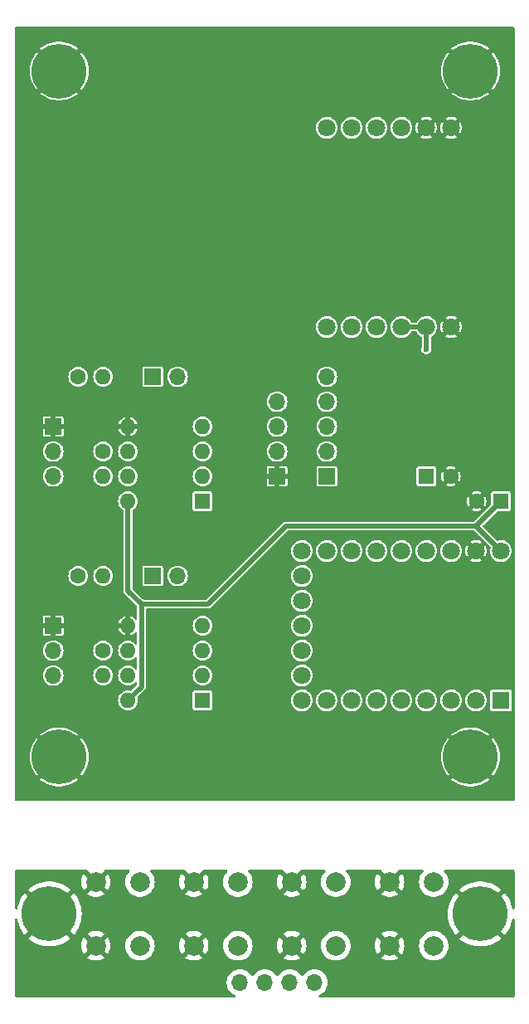
<source format=gbr>
%TF.GenerationSoftware,KiCad,Pcbnew,8.0.9-1.fc40*%
%TF.CreationDate,2025-07-10T00:16:36+02:00*%
%TF.ProjectId,pico-artnet-node,7069636f-2d61-4727-946e-65742d6e6f64,rev?*%
%TF.SameCoordinates,Original*%
%TF.FileFunction,Copper,L2,Bot*%
%TF.FilePolarity,Positive*%
%FSLAX46Y46*%
G04 Gerber Fmt 4.6, Leading zero omitted, Abs format (unit mm)*
G04 Created by KiCad (PCBNEW 8.0.9-1.fc40) date 2025-07-10 00:16:36*
%MOMM*%
%LPD*%
G01*
G04 APERTURE LIST*
%TA.AperFunction,ComponentPad*%
%ADD10R,1.800000X1.800000*%
%TD*%
%TA.AperFunction,ComponentPad*%
%ADD11C,1.800000*%
%TD*%
%TA.AperFunction,ComponentPad*%
%ADD12R,1.700000X1.700000*%
%TD*%
%TA.AperFunction,ComponentPad*%
%ADD13O,1.700000X1.700000*%
%TD*%
%TA.AperFunction,ComponentPad*%
%ADD14R,1.600000X1.600000*%
%TD*%
%TA.AperFunction,ComponentPad*%
%ADD15C,1.600000*%
%TD*%
%TA.AperFunction,ComponentPad*%
%ADD16C,5.600000*%
%TD*%
%TA.AperFunction,ComponentPad*%
%ADD17O,1.600000X1.600000*%
%TD*%
%TA.AperFunction,ComponentPad*%
%ADD18C,2.000000*%
%TD*%
%TA.AperFunction,ViaPad*%
%ADD19C,0.600000*%
%TD*%
%TA.AperFunction,Conductor*%
%ADD20C,0.500000*%
%TD*%
G04 APERTURE END LIST*
D10*
%TO.P,U1,0,GPIO_0*%
%TO.N,PORT_B_RX*%
X198120000Y-109220000D03*
D11*
%TO.P,U1,1,GPIO_1*%
%TO.N,PORT_B_DIR*%
X195580000Y-109220000D03*
%TO.P,U1,2,GPIO_2*%
%TO.N,PORT_B_TX*%
X193040000Y-109220000D03*
%TO.P,U1,3,GPIO_3*%
%TO.N,PORT_B_LED*%
X190500000Y-109220000D03*
%TO.P,U1,4,GPIO_4*%
%TO.N,PORT_A_RX*%
X187960000Y-109220000D03*
%TO.P,U1,5,GPIO_5*%
%TO.N,PORT_A_DIR*%
X185420000Y-109220000D03*
%TO.P,U1,6,GPIO_6*%
%TO.N,PORT_A_TX*%
X182880000Y-109220000D03*
%TO.P,U1,7,GPIO_7*%
%TO.N,PORT_A_LED*%
X180340000Y-109220000D03*
%TO.P,U1,8,GPIO_8*%
%TO.N,DISPLAY_SDA*%
X177800000Y-109220000D03*
%TO.P,U1,9,GPIO_9*%
%TO.N,DISPLAY_SCL*%
X177800000Y-106680000D03*
%TO.P,U1,10,GPIO_10*%
%TO.N,/BUTTON_MENU*%
X177800000Y-104140000D03*
%TO.P,U1,11,GPIO_11*%
%TO.N,/BUTTON_UP*%
X177800000Y-101600000D03*
%TO.P,U1,12,GPIO_12*%
%TO.N,/BUTTON_DOWN*%
X177800000Y-99060000D03*
%TO.P,U1,13,GPIO_13*%
%TO.N,/BUTTON_EXIT*%
X177800000Y-96520000D03*
%TO.P,U1,14,GPIO_14*%
%TO.N,ETH_RST*%
X177800000Y-93980000D03*
%TO.P,U1,15,GPIO_15*%
%TO.N,ETH_INT*%
X180340000Y-93980000D03*
%TO.P,U1,16,GPIO_26*%
%TO.N,ETH_SCK*%
X182880000Y-93980000D03*
%TO.P,U1,17,GPIO_27*%
%TO.N,ETH_MISO*%
X185420000Y-93980000D03*
%TO.P,U1,18,GPIO_28*%
%TO.N,ETH_MOSI*%
X187960000Y-93980000D03*
%TO.P,U1,19,GPIO_29*%
%TO.N,ETH_CS*%
X190500000Y-93980000D03*
%TO.P,U1,20,3V3*%
%TO.N,+3V3*%
X193040000Y-93980000D03*
%TO.P,U1,21,GND*%
%TO.N,GND*%
X195580000Y-93980000D03*
%TO.P,U1,22,5V*%
%TO.N,+5V*%
X198120000Y-93980000D03*
%TD*%
D12*
%TO.P,J2,1,Pin_1*%
%TO.N,GND*%
X152400000Y-101600000D03*
D13*
%TO.P,J2,2,Pin_2*%
%TO.N,Net-(J2-Pin_2)*%
X152400000Y-104140000D03*
%TO.P,J2,3,Pin_3*%
%TO.N,Net-(J2-Pin_3)*%
X152400000Y-106680000D03*
%TD*%
D14*
%TO.P,C1,1*%
%TO.N,+5V*%
X198120000Y-88900000D03*
D15*
%TO.P,C1,2*%
%TO.N,GND*%
X195620000Y-88900000D03*
%TD*%
D12*
%TO.P,J1,1,Pin_1*%
%TO.N,GND*%
X152400000Y-81280000D03*
D13*
%TO.P,J1,2,Pin_2*%
%TO.N,Net-(J1-Pin_2)*%
X152400000Y-83820000D03*
%TO.P,J1,3,Pin_3*%
%TO.N,Net-(J1-Pin_3)*%
X152400000Y-86360000D03*
%TD*%
D16*
%TO.P,H4,1,1*%
%TO.N,GND*%
X195000000Y-115000000D03*
%TD*%
%TO.P,H1,1,1*%
%TO.N,GND*%
X195000000Y-45000000D03*
%TD*%
D14*
%TO.P,U2,1,RO*%
%TO.N,PORT_A_RX*%
X167640000Y-88900000D03*
D17*
%TO.P,U2,2,~{RE}*%
%TO.N,PORT_A_DIR*%
X167640000Y-86360000D03*
%TO.P,U2,3,DE*%
X167640000Y-83820000D03*
%TO.P,U2,4,DI*%
%TO.N,PORT_A_TX*%
X167640000Y-81280000D03*
%TO.P,U2,5,GND*%
%TO.N,GND*%
X160020000Y-81280000D03*
%TO.P,U2,6,A*%
%TO.N,Net-(J1-Pin_2)*%
X160020000Y-83820000D03*
%TO.P,U2,7,B*%
%TO.N,Net-(J1-Pin_3)*%
X160020000Y-86360000D03*
%TO.P,U2,8,VCC*%
%TO.N,+5V*%
X160020000Y-88900000D03*
%TD*%
D16*
%TO.P,H6,1,1*%
%TO.N,/BUT_3V3*%
X196000000Y-131000000D03*
%TD*%
D18*
%TO.P,SW4,1,A*%
%TO.N,/BUT_3V3*%
X186750000Y-134250000D03*
X186750000Y-127750000D03*
%TO.P,SW4,2,B*%
%TO.N,/BUT_EXIT*%
X191250000Y-134250000D03*
X191250000Y-127750000D03*
%TD*%
D14*
%TO.P,C2,1*%
%TO.N,+3V3*%
X190500000Y-86360000D03*
D15*
%TO.P,C2,2*%
%TO.N,GND*%
X193000000Y-86360000D03*
%TD*%
D18*
%TO.P,SW2,1,A*%
%TO.N,/BUT_3V3*%
X166750000Y-134250000D03*
X166750000Y-127750000D03*
%TO.P,SW2,2,B*%
%TO.N,/BUT_UP*%
X171250000Y-134250000D03*
X171250000Y-127750000D03*
%TD*%
D12*
%TO.P,J6,1,Pin_1*%
%TO.N,Net-(J6-Pin_1)*%
X162560000Y-76200000D03*
D13*
%TO.P,J6,2,Pin_2*%
%TO.N,PORT_A_LED*%
X165100000Y-76200000D03*
%TD*%
D12*
%TO.P,J5,1,Pin_1*%
%TO.N,+3V3*%
X180340000Y-86360000D03*
D13*
%TO.P,J5,2,Pin_2*%
%TO.N,/BUTTON_MENU*%
X180340000Y-83820000D03*
%TO.P,J5,3,Pin_3*%
%TO.N,/BUTTON_UP*%
X180340000Y-81280000D03*
%TO.P,J5,4,Pin_4*%
%TO.N,/BUTTON_DOWN*%
X180340000Y-78740000D03*
%TO.P,J5,5,Pin_5*%
%TO.N,/BUTTON_EXIT*%
X180340000Y-76200000D03*
%TD*%
D15*
%TO.P,R3,1*%
%TO.N,+3V3*%
X154940000Y-76200000D03*
D17*
%TO.P,R3,2*%
%TO.N,Net-(J6-Pin_1)*%
X157480000Y-76200000D03*
%TD*%
D18*
%TO.P,SW3,1,A*%
%TO.N,/BUT_3V3*%
X176750000Y-134250000D03*
X176750000Y-127750000D03*
%TO.P,SW3,2,B*%
%TO.N,/BUT_DOWN*%
X181250000Y-134250000D03*
X181250000Y-127750000D03*
%TD*%
D12*
%TO.P,J3,1,Pin_1*%
%TO.N,GND*%
X175260000Y-86360000D03*
D13*
%TO.P,J3,2,Pin_2*%
%TO.N,+3V3*%
X175260000Y-83820000D03*
%TO.P,J3,3,Pin_3*%
%TO.N,DISPLAY_SDA*%
X175260000Y-81280000D03*
%TO.P,J3,4,Pin_4*%
%TO.N,DISPLAY_SCL*%
X175260000Y-78740000D03*
%TD*%
D16*
%TO.P,H3,1,1*%
%TO.N,GND*%
X153000000Y-115000000D03*
%TD*%
%TO.P,H5,1,1*%
%TO.N,/BUT_3V3*%
X152000000Y-131000000D03*
%TD*%
D14*
%TO.P,U3,1,RO*%
%TO.N,PORT_B_RX*%
X167640000Y-109220000D03*
D17*
%TO.P,U3,2,~{RE}*%
%TO.N,PORT_B_DIR*%
X167640000Y-106680000D03*
%TO.P,U3,3,DE*%
X167640000Y-104140000D03*
%TO.P,U3,4,DI*%
%TO.N,PORT_B_TX*%
X167640000Y-101600000D03*
%TO.P,U3,5,GND*%
%TO.N,GND*%
X160020000Y-101600000D03*
%TO.P,U3,6,A*%
%TO.N,Net-(J2-Pin_2)*%
X160020000Y-104140000D03*
%TO.P,U3,7,B*%
%TO.N,Net-(J2-Pin_3)*%
X160020000Y-106680000D03*
%TO.P,U3,8,VCC*%
%TO.N,+5V*%
X160020000Y-109220000D03*
%TD*%
D18*
%TO.P,SW1,1,A*%
%TO.N,/BUT_3V3*%
X156750000Y-134250000D03*
X156750000Y-127750000D03*
%TO.P,SW1,2,B*%
%TO.N,/BUT_MENU*%
X161250000Y-134250000D03*
X161250000Y-127750000D03*
%TD*%
D12*
%TO.P,J7,1,Pin_1*%
%TO.N,Net-(J7-Pin_1)*%
X162560000Y-96520000D03*
D13*
%TO.P,J7,2,Pin_2*%
%TO.N,PORT_B_LED*%
X165100000Y-96520000D03*
%TD*%
D11*
%TO.P,U5,1,GND*%
%TO.N,GND*%
X193040000Y-50800000D03*
%TO.P,U5,2,GND*%
X190500000Y-50800000D03*
%TO.P,U5,3,MOSI*%
%TO.N,ETH_MOSI*%
X187960000Y-50800000D03*
%TO.P,U5,4,SCK*%
%TO.N,ETH_SCK*%
X185420000Y-50800000D03*
%TO.P,U5,5,CS*%
%TO.N,ETH_CS*%
X182880000Y-50800000D03*
%TO.P,U5,6,INT*%
%TO.N,ETH_INT*%
X180340000Y-50800000D03*
%TO.P,U5,7,MISO*%
%TO.N,ETH_MISO*%
X180340000Y-71120000D03*
%TO.P,U5,8,RST*%
%TO.N,ETH_RST*%
X182880000Y-71120000D03*
%TO.P,U5,9,NC*%
%TO.N,unconnected-(U5-NC-Pad9)*%
X185420000Y-71120000D03*
%TO.P,U5,10,3V3*%
%TO.N,+3V3*%
X187960000Y-71120000D03*
%TO.P,U5,11,3V3*%
X190500000Y-71120000D03*
%TO.P,U5,12,GND*%
%TO.N,GND*%
X193040000Y-71120000D03*
%TD*%
D15*
%TO.P,R1,1*%
%TO.N,Net-(J1-Pin_2)*%
X157480000Y-83820000D03*
D17*
%TO.P,R1,2*%
%TO.N,Net-(J1-Pin_3)*%
X157480000Y-86360000D03*
%TD*%
D16*
%TO.P,H2,1,1*%
%TO.N,GND*%
X153000000Y-45000000D03*
%TD*%
D15*
%TO.P,R4,1*%
%TO.N,+3V3*%
X154940000Y-96520000D03*
D17*
%TO.P,R4,2*%
%TO.N,Net-(J7-Pin_1)*%
X157480000Y-96520000D03*
%TD*%
D15*
%TO.P,R2,1*%
%TO.N,Net-(J2-Pin_2)*%
X157480000Y-104140000D03*
D17*
%TO.P,R2,2*%
%TO.N,Net-(J2-Pin_3)*%
X157480000Y-106680000D03*
%TD*%
D12*
%TO.P,J4,1,Pin_1*%
%TO.N,/BUT_3V3*%
X168920000Y-138000000D03*
D13*
%TO.P,J4,2,Pin_2*%
%TO.N,/BUT_MENU*%
X171460000Y-138000000D03*
%TO.P,J4,3,Pin_3*%
%TO.N,/BUT_UP*%
X174000000Y-138000000D03*
%TO.P,J4,4,Pin_4*%
%TO.N,/BUT_DOWN*%
X176540000Y-138000000D03*
%TO.P,J4,5,Pin_5*%
%TO.N,/BUT_EXIT*%
X179080000Y-138000000D03*
%TD*%
D19*
%TO.N,GND*%
X190500000Y-90678000D03*
X190500000Y-92202000D03*
X172974000Y-93472000D03*
X162433000Y-98298000D03*
X159131000Y-98298000D03*
X162433000Y-100584000D03*
X172974000Y-95758000D03*
%TO.N,+3V3*%
X190500000Y-73400000D03*
%TD*%
D20*
%TO.N,+3V3*%
X187960000Y-71120000D02*
X190500000Y-71120000D01*
X190500000Y-71120000D02*
X190500000Y-73400000D01*
%TO.N,+5V*%
X161400000Y-99400000D02*
X168189000Y-99400000D01*
X196215000Y-92075000D02*
X198120000Y-93980000D01*
X195580000Y-91440000D02*
X198120000Y-88900000D01*
X160020000Y-109220000D02*
X161400000Y-107840000D01*
X168189000Y-99400000D02*
X176149000Y-91440000D01*
X176149000Y-91440000D02*
X195580000Y-91440000D01*
X161400000Y-107840000D02*
X161400000Y-99400000D01*
X161400000Y-99400000D02*
X160020000Y-98020000D01*
X196215000Y-92075000D02*
X195580000Y-91440000D01*
X160020000Y-98020000D02*
X160020000Y-88900000D01*
%TD*%
%TA.AperFunction,Conductor*%
%TO.N,/BUT_3V3*%
G36*
X155869230Y-126519685D02*
G01*
X155889872Y-126536319D01*
X156579766Y-127226212D01*
X156537708Y-127237482D01*
X156412292Y-127309890D01*
X156309890Y-127412292D01*
X156237482Y-127537708D01*
X156226212Y-127579766D01*
X155526563Y-126880117D01*
X155426267Y-127033633D01*
X155426265Y-127033637D01*
X155326412Y-127261282D01*
X155265387Y-127502261D01*
X155265385Y-127502270D01*
X155244859Y-127749994D01*
X155244859Y-127750005D01*
X155265385Y-127997729D01*
X155265387Y-127997738D01*
X155326412Y-128238717D01*
X155426267Y-128466367D01*
X155526562Y-128619881D01*
X156226212Y-127920233D01*
X156237482Y-127962292D01*
X156309890Y-128087708D01*
X156412292Y-128190110D01*
X156537708Y-128262518D01*
X156579766Y-128273787D01*
X155879943Y-128973609D01*
X155926768Y-129010055D01*
X155926771Y-129010057D01*
X156145385Y-129128364D01*
X156145396Y-129128369D01*
X156380506Y-129209083D01*
X156625707Y-129250000D01*
X156874293Y-129250000D01*
X157119493Y-129209083D01*
X157354603Y-129128369D01*
X157354614Y-129128364D01*
X157573230Y-129010056D01*
X157573236Y-129010051D01*
X157620055Y-128973610D01*
X157620056Y-128973609D01*
X156920233Y-128273787D01*
X156962292Y-128262518D01*
X157087708Y-128190110D01*
X157190110Y-128087708D01*
X157262518Y-127962292D01*
X157273787Y-127920234D01*
X157973435Y-128619882D01*
X158073733Y-128466364D01*
X158173587Y-128238717D01*
X158234612Y-127997738D01*
X158234614Y-127997729D01*
X158255141Y-127750005D01*
X158255141Y-127749994D01*
X158234614Y-127502270D01*
X158234612Y-127502261D01*
X158173587Y-127261282D01*
X158073732Y-127033632D01*
X157973435Y-126880116D01*
X157273787Y-127579765D01*
X157262518Y-127537708D01*
X157190110Y-127412292D01*
X157087708Y-127309890D01*
X156962292Y-127237482D01*
X156920234Y-127226212D01*
X157610126Y-126536319D01*
X157671449Y-126502834D01*
X157697807Y-126500000D01*
X160078526Y-126500000D01*
X160145565Y-126519685D01*
X160191320Y-126572489D01*
X160201264Y-126641647D01*
X160172239Y-126705203D01*
X160169756Y-126707983D01*
X160061833Y-126825217D01*
X159925826Y-127033393D01*
X159825936Y-127261118D01*
X159764892Y-127502175D01*
X159764890Y-127502187D01*
X159744357Y-127749994D01*
X159744357Y-127750005D01*
X159764890Y-127997812D01*
X159764892Y-127997824D01*
X159825936Y-128238881D01*
X159925826Y-128466606D01*
X160061833Y-128674782D01*
X160061836Y-128674785D01*
X160230256Y-128857738D01*
X160426491Y-129010474D01*
X160426493Y-129010475D01*
X160644332Y-129128364D01*
X160645190Y-129128828D01*
X160864141Y-129203994D01*
X160878964Y-129209083D01*
X160880386Y-129209571D01*
X161125665Y-129250500D01*
X161374335Y-129250500D01*
X161619614Y-129209571D01*
X161854810Y-129128828D01*
X162073509Y-129010474D01*
X162269744Y-128857738D01*
X162438164Y-128674785D01*
X162574173Y-128466607D01*
X162674063Y-128238881D01*
X162735108Y-127997821D01*
X162755643Y-127750000D01*
X162735108Y-127502179D01*
X162735107Y-127502175D01*
X162674063Y-127261118D01*
X162574173Y-127033393D01*
X162438166Y-126825217D01*
X162330244Y-126707983D01*
X162299322Y-126645328D01*
X162307182Y-126575902D01*
X162351329Y-126521747D01*
X162417747Y-126500056D01*
X162421474Y-126500000D01*
X165802191Y-126500000D01*
X165869230Y-126519685D01*
X165889872Y-126536319D01*
X166579766Y-127226212D01*
X166537708Y-127237482D01*
X166412292Y-127309890D01*
X166309890Y-127412292D01*
X166237482Y-127537708D01*
X166226212Y-127579766D01*
X165526563Y-126880117D01*
X165426267Y-127033633D01*
X165426265Y-127033637D01*
X165326412Y-127261282D01*
X165265387Y-127502261D01*
X165265385Y-127502270D01*
X165244859Y-127749994D01*
X165244859Y-127750005D01*
X165265385Y-127997729D01*
X165265387Y-127997738D01*
X165326412Y-128238717D01*
X165426267Y-128466367D01*
X165526562Y-128619881D01*
X166226212Y-127920233D01*
X166237482Y-127962292D01*
X166309890Y-128087708D01*
X166412292Y-128190110D01*
X166537708Y-128262518D01*
X166579766Y-128273787D01*
X165879943Y-128973609D01*
X165926768Y-129010055D01*
X165926771Y-129010057D01*
X166145385Y-129128364D01*
X166145396Y-129128369D01*
X166380506Y-129209083D01*
X166625707Y-129250000D01*
X166874293Y-129250000D01*
X167119493Y-129209083D01*
X167354603Y-129128369D01*
X167354614Y-129128364D01*
X167573230Y-129010056D01*
X167573236Y-129010051D01*
X167620055Y-128973610D01*
X167620056Y-128973609D01*
X166920233Y-128273787D01*
X166962292Y-128262518D01*
X167087708Y-128190110D01*
X167190110Y-128087708D01*
X167262518Y-127962292D01*
X167273787Y-127920234D01*
X167973435Y-128619882D01*
X168073733Y-128466364D01*
X168173587Y-128238717D01*
X168234612Y-127997738D01*
X168234614Y-127997729D01*
X168255141Y-127750005D01*
X168255141Y-127749994D01*
X168234614Y-127502270D01*
X168234612Y-127502261D01*
X168173587Y-127261282D01*
X168073732Y-127033632D01*
X167973435Y-126880116D01*
X167273787Y-127579765D01*
X167262518Y-127537708D01*
X167190110Y-127412292D01*
X167087708Y-127309890D01*
X166962292Y-127237482D01*
X166920234Y-127226212D01*
X167610126Y-126536319D01*
X167671449Y-126502834D01*
X167697807Y-126500000D01*
X170078526Y-126500000D01*
X170145565Y-126519685D01*
X170191320Y-126572489D01*
X170201264Y-126641647D01*
X170172239Y-126705203D01*
X170169756Y-126707983D01*
X170061833Y-126825217D01*
X169925826Y-127033393D01*
X169825936Y-127261118D01*
X169764892Y-127502175D01*
X169764890Y-127502187D01*
X169744357Y-127749994D01*
X169744357Y-127750005D01*
X169764890Y-127997812D01*
X169764892Y-127997824D01*
X169825936Y-128238881D01*
X169925826Y-128466606D01*
X170061833Y-128674782D01*
X170061836Y-128674785D01*
X170230256Y-128857738D01*
X170426491Y-129010474D01*
X170426493Y-129010475D01*
X170644332Y-129128364D01*
X170645190Y-129128828D01*
X170864141Y-129203994D01*
X170878964Y-129209083D01*
X170880386Y-129209571D01*
X171125665Y-129250500D01*
X171374335Y-129250500D01*
X171619614Y-129209571D01*
X171854810Y-129128828D01*
X172073509Y-129010474D01*
X172269744Y-128857738D01*
X172438164Y-128674785D01*
X172574173Y-128466607D01*
X172674063Y-128238881D01*
X172735108Y-127997821D01*
X172755643Y-127750000D01*
X172735108Y-127502179D01*
X172735107Y-127502175D01*
X172674063Y-127261118D01*
X172574173Y-127033393D01*
X172438166Y-126825217D01*
X172330244Y-126707983D01*
X172299322Y-126645328D01*
X172307182Y-126575902D01*
X172351329Y-126521747D01*
X172417747Y-126500056D01*
X172421474Y-126500000D01*
X175802191Y-126500000D01*
X175869230Y-126519685D01*
X175889872Y-126536319D01*
X176579766Y-127226212D01*
X176537708Y-127237482D01*
X176412292Y-127309890D01*
X176309890Y-127412292D01*
X176237482Y-127537708D01*
X176226212Y-127579765D01*
X175526563Y-126880117D01*
X175426267Y-127033633D01*
X175426265Y-127033637D01*
X175326412Y-127261282D01*
X175265387Y-127502261D01*
X175265385Y-127502270D01*
X175244859Y-127749994D01*
X175244859Y-127750005D01*
X175265385Y-127997729D01*
X175265387Y-127997738D01*
X175326412Y-128238717D01*
X175426267Y-128466367D01*
X175526562Y-128619881D01*
X176226212Y-127920233D01*
X176237482Y-127962292D01*
X176309890Y-128087708D01*
X176412292Y-128190110D01*
X176537708Y-128262518D01*
X176579766Y-128273787D01*
X175879943Y-128973609D01*
X175926768Y-129010055D01*
X175926771Y-129010057D01*
X176145385Y-129128364D01*
X176145396Y-129128369D01*
X176380506Y-129209083D01*
X176625707Y-129250000D01*
X176874293Y-129250000D01*
X177119493Y-129209083D01*
X177354603Y-129128369D01*
X177354614Y-129128364D01*
X177573230Y-129010056D01*
X177573236Y-129010051D01*
X177620055Y-128973610D01*
X177620056Y-128973609D01*
X176920233Y-128273787D01*
X176962292Y-128262518D01*
X177087708Y-128190110D01*
X177190110Y-128087708D01*
X177262518Y-127962292D01*
X177273787Y-127920234D01*
X177973435Y-128619882D01*
X178073733Y-128466364D01*
X178173587Y-128238717D01*
X178234612Y-127997738D01*
X178234614Y-127997729D01*
X178255141Y-127750005D01*
X178255141Y-127749994D01*
X178234614Y-127502270D01*
X178234612Y-127502261D01*
X178173587Y-127261282D01*
X178073732Y-127033632D01*
X177973435Y-126880116D01*
X177273787Y-127579765D01*
X177262518Y-127537708D01*
X177190110Y-127412292D01*
X177087708Y-127309890D01*
X176962292Y-127237482D01*
X176920234Y-127226212D01*
X177610126Y-126536319D01*
X177671449Y-126502834D01*
X177697807Y-126500000D01*
X180078526Y-126500000D01*
X180145565Y-126519685D01*
X180191320Y-126572489D01*
X180201264Y-126641647D01*
X180172239Y-126705203D01*
X180169756Y-126707983D01*
X180061833Y-126825217D01*
X179925826Y-127033393D01*
X179825936Y-127261118D01*
X179764892Y-127502175D01*
X179764890Y-127502187D01*
X179744357Y-127749994D01*
X179744357Y-127750005D01*
X179764890Y-127997812D01*
X179764892Y-127997824D01*
X179825936Y-128238881D01*
X179925826Y-128466606D01*
X180061833Y-128674782D01*
X180061836Y-128674785D01*
X180230256Y-128857738D01*
X180426491Y-129010474D01*
X180426493Y-129010475D01*
X180644332Y-129128364D01*
X180645190Y-129128828D01*
X180864141Y-129203994D01*
X180878964Y-129209083D01*
X180880386Y-129209571D01*
X181125665Y-129250500D01*
X181374335Y-129250500D01*
X181619614Y-129209571D01*
X181854810Y-129128828D01*
X182073509Y-129010474D01*
X182269744Y-128857738D01*
X182438164Y-128674785D01*
X182574173Y-128466607D01*
X182674063Y-128238881D01*
X182735108Y-127997821D01*
X182755643Y-127750000D01*
X182735108Y-127502179D01*
X182735107Y-127502175D01*
X182674063Y-127261118D01*
X182574173Y-127033393D01*
X182438166Y-126825217D01*
X182330244Y-126707983D01*
X182299322Y-126645328D01*
X182307182Y-126575902D01*
X182351329Y-126521747D01*
X182417747Y-126500056D01*
X182421474Y-126500000D01*
X185802191Y-126500000D01*
X185869230Y-126519685D01*
X185889872Y-126536319D01*
X186579766Y-127226212D01*
X186537708Y-127237482D01*
X186412292Y-127309890D01*
X186309890Y-127412292D01*
X186237482Y-127537708D01*
X186226212Y-127579765D01*
X185526563Y-126880117D01*
X185426267Y-127033633D01*
X185426265Y-127033637D01*
X185326412Y-127261282D01*
X185265387Y-127502261D01*
X185265385Y-127502270D01*
X185244859Y-127749994D01*
X185244859Y-127750005D01*
X185265385Y-127997729D01*
X185265387Y-127997738D01*
X185326412Y-128238717D01*
X185426267Y-128466367D01*
X185526562Y-128619881D01*
X186226212Y-127920233D01*
X186237482Y-127962292D01*
X186309890Y-128087708D01*
X186412292Y-128190110D01*
X186537708Y-128262518D01*
X186579766Y-128273787D01*
X185879943Y-128973609D01*
X185926768Y-129010055D01*
X185926771Y-129010057D01*
X186145385Y-129128364D01*
X186145396Y-129128369D01*
X186380506Y-129209083D01*
X186625707Y-129250000D01*
X186874293Y-129250000D01*
X187119493Y-129209083D01*
X187354603Y-129128369D01*
X187354614Y-129128364D01*
X187573230Y-129010056D01*
X187573236Y-129010051D01*
X187620055Y-128973610D01*
X187620056Y-128973609D01*
X186920233Y-128273787D01*
X186962292Y-128262518D01*
X187087708Y-128190110D01*
X187190110Y-128087708D01*
X187262518Y-127962292D01*
X187273787Y-127920234D01*
X187973435Y-128619882D01*
X188073733Y-128466364D01*
X188173587Y-128238717D01*
X188234612Y-127997738D01*
X188234614Y-127997729D01*
X188255141Y-127750005D01*
X188255141Y-127749994D01*
X188234614Y-127502270D01*
X188234612Y-127502261D01*
X188173587Y-127261282D01*
X188073732Y-127033632D01*
X187973435Y-126880116D01*
X187273787Y-127579765D01*
X187262518Y-127537708D01*
X187190110Y-127412292D01*
X187087708Y-127309890D01*
X186962292Y-127237482D01*
X186920234Y-127226212D01*
X187610126Y-126536319D01*
X187671449Y-126502834D01*
X187697807Y-126500000D01*
X190078526Y-126500000D01*
X190145565Y-126519685D01*
X190191320Y-126572489D01*
X190201264Y-126641647D01*
X190172239Y-126705203D01*
X190169756Y-126707983D01*
X190061833Y-126825217D01*
X189925826Y-127033393D01*
X189825936Y-127261118D01*
X189764892Y-127502175D01*
X189764890Y-127502187D01*
X189744357Y-127749994D01*
X189744357Y-127750005D01*
X189764890Y-127997812D01*
X189764892Y-127997824D01*
X189825936Y-128238881D01*
X189925826Y-128466606D01*
X190061833Y-128674782D01*
X190061836Y-128674785D01*
X190230256Y-128857738D01*
X190426491Y-129010474D01*
X190426493Y-129010475D01*
X190644332Y-129128364D01*
X190645190Y-129128828D01*
X190864141Y-129203994D01*
X190878964Y-129209083D01*
X190880386Y-129209571D01*
X191125665Y-129250500D01*
X191374335Y-129250500D01*
X191619614Y-129209571D01*
X191854810Y-129128828D01*
X192073509Y-129010474D01*
X192269744Y-128857738D01*
X192438164Y-128674785D01*
X192574173Y-128466607D01*
X192674063Y-128238881D01*
X192735108Y-127997821D01*
X192755643Y-127750000D01*
X192735108Y-127502179D01*
X192735107Y-127502175D01*
X192674063Y-127261118D01*
X192574173Y-127033393D01*
X192438166Y-126825217D01*
X192330244Y-126707983D01*
X192299322Y-126645328D01*
X192307182Y-126575902D01*
X192351329Y-126521747D01*
X192417747Y-126500056D01*
X192421474Y-126500000D01*
X199375500Y-126500000D01*
X199442539Y-126519685D01*
X199488294Y-126572489D01*
X199499500Y-126624000D01*
X199499500Y-130425352D01*
X199479815Y-130492391D01*
X199427011Y-130538146D01*
X199357853Y-130548090D01*
X199294297Y-130519065D01*
X199256523Y-130460287D01*
X199253134Y-130445413D01*
X199227584Y-130289568D01*
X199227578Y-130289542D01*
X199131852Y-129944767D01*
X199131850Y-129944760D01*
X198999402Y-129612340D01*
X198999393Y-129612322D01*
X198831781Y-129296172D01*
X198630966Y-128999992D01*
X198503557Y-128849995D01*
X198503556Y-128849994D01*
X197294250Y-130059299D01*
X197220412Y-129957670D01*
X197042330Y-129779588D01*
X196940697Y-129705747D01*
X198152743Y-128493703D01*
X198152742Y-128493702D01*
X198139514Y-128481171D01*
X198139513Y-128481170D01*
X197854632Y-128264611D01*
X197854629Y-128264609D01*
X197548009Y-128080123D01*
X197223260Y-127929877D01*
X197223255Y-127929876D01*
X196884144Y-127815616D01*
X196534660Y-127738688D01*
X196178924Y-127700000D01*
X195821075Y-127700000D01*
X195465339Y-127738688D01*
X195115855Y-127815616D01*
X194776744Y-127929876D01*
X194776739Y-127929877D01*
X194451990Y-128080123D01*
X194145370Y-128264609D01*
X194145367Y-128264611D01*
X193860491Y-128481166D01*
X193847256Y-128493703D01*
X193847255Y-128493703D01*
X195059301Y-129705748D01*
X194957670Y-129779588D01*
X194779588Y-129957670D01*
X194705748Y-130059301D01*
X193496442Y-128849994D01*
X193496441Y-128849995D01*
X193369040Y-128999983D01*
X193369033Y-128999993D01*
X193168218Y-129296172D01*
X193000606Y-129612322D01*
X193000597Y-129612340D01*
X192868149Y-129944760D01*
X192868147Y-129944767D01*
X192772421Y-130289542D01*
X192772415Y-130289568D01*
X192714527Y-130642668D01*
X192714526Y-130642685D01*
X192695153Y-130999997D01*
X192695153Y-131000002D01*
X192714526Y-131357314D01*
X192714527Y-131357331D01*
X192772415Y-131710431D01*
X192772421Y-131710457D01*
X192868147Y-132055232D01*
X192868149Y-132055239D01*
X193000597Y-132387659D01*
X193000606Y-132387677D01*
X193168218Y-132703827D01*
X193369033Y-133000007D01*
X193496441Y-133150003D01*
X193496442Y-133150004D01*
X194705748Y-131940698D01*
X194779588Y-132042330D01*
X194957670Y-132220412D01*
X195059300Y-132294251D01*
X193847255Y-133506295D01*
X193847256Y-133506296D01*
X193860485Y-133518828D01*
X193860486Y-133518829D01*
X194145367Y-133735388D01*
X194145370Y-133735390D01*
X194451990Y-133919876D01*
X194776739Y-134070122D01*
X194776744Y-134070123D01*
X195115855Y-134184383D01*
X195465339Y-134261311D01*
X195821075Y-134299999D01*
X195821085Y-134300000D01*
X196178915Y-134300000D01*
X196178924Y-134299999D01*
X196534660Y-134261311D01*
X196884144Y-134184383D01*
X197223255Y-134070123D01*
X197223260Y-134070122D01*
X197548009Y-133919876D01*
X197854629Y-133735390D01*
X197854632Y-133735388D01*
X198139504Y-133518836D01*
X198152742Y-133506294D01*
X196940698Y-132294251D01*
X197042330Y-132220412D01*
X197220412Y-132042330D01*
X197294251Y-131940698D01*
X198503556Y-133150003D01*
X198630964Y-133000008D01*
X198630975Y-132999994D01*
X198831781Y-132703827D01*
X198999393Y-132387677D01*
X198999402Y-132387659D01*
X199131850Y-132055239D01*
X199131852Y-132055232D01*
X199227578Y-131710457D01*
X199227584Y-131710431D01*
X199253134Y-131554586D01*
X199283404Y-131491614D01*
X199342915Y-131455005D01*
X199412771Y-131456381D01*
X199470794Y-131495306D01*
X199498562Y-131559421D01*
X199499500Y-131574647D01*
X199499500Y-139375500D01*
X199479815Y-139442539D01*
X199427011Y-139488294D01*
X199375500Y-139499500D01*
X179619196Y-139499500D01*
X179552157Y-139479815D01*
X179506402Y-139427011D01*
X179496458Y-139357853D01*
X179525483Y-139294297D01*
X179566791Y-139263118D01*
X179757830Y-139174035D01*
X179951401Y-139038495D01*
X180118495Y-138871401D01*
X180254035Y-138677830D01*
X180353903Y-138463663D01*
X180415063Y-138235408D01*
X180435659Y-138000000D01*
X180415063Y-137764592D01*
X180353903Y-137536337D01*
X180254035Y-137322171D01*
X180248425Y-137314158D01*
X180118494Y-137128597D01*
X179951402Y-136961506D01*
X179951395Y-136961501D01*
X179757834Y-136825967D01*
X179757830Y-136825965D01*
X179757828Y-136825964D01*
X179543663Y-136726097D01*
X179543659Y-136726096D01*
X179543655Y-136726094D01*
X179315413Y-136664938D01*
X179315403Y-136664936D01*
X179080001Y-136644341D01*
X179079999Y-136644341D01*
X178844596Y-136664936D01*
X178844586Y-136664938D01*
X178616344Y-136726094D01*
X178616335Y-136726098D01*
X178402171Y-136825964D01*
X178402169Y-136825965D01*
X178208597Y-136961505D01*
X178041505Y-137128597D01*
X177911575Y-137314158D01*
X177856998Y-137357783D01*
X177787500Y-137364977D01*
X177725145Y-137333454D01*
X177708425Y-137314158D01*
X177578494Y-137128597D01*
X177411402Y-136961506D01*
X177411395Y-136961501D01*
X177217834Y-136825967D01*
X177217830Y-136825965D01*
X177217828Y-136825964D01*
X177003663Y-136726097D01*
X177003659Y-136726096D01*
X177003655Y-136726094D01*
X176775413Y-136664938D01*
X176775403Y-136664936D01*
X176540001Y-136644341D01*
X176539999Y-136644341D01*
X176304596Y-136664936D01*
X176304586Y-136664938D01*
X176076344Y-136726094D01*
X176076335Y-136726098D01*
X175862171Y-136825964D01*
X175862169Y-136825965D01*
X175668597Y-136961505D01*
X175501505Y-137128597D01*
X175371575Y-137314158D01*
X175316998Y-137357783D01*
X175247500Y-137364977D01*
X175185145Y-137333454D01*
X175168425Y-137314158D01*
X175038494Y-137128597D01*
X174871402Y-136961506D01*
X174871395Y-136961501D01*
X174677834Y-136825967D01*
X174677830Y-136825965D01*
X174677828Y-136825964D01*
X174463663Y-136726097D01*
X174463659Y-136726096D01*
X174463655Y-136726094D01*
X174235413Y-136664938D01*
X174235403Y-136664936D01*
X174000001Y-136644341D01*
X173999999Y-136644341D01*
X173764596Y-136664936D01*
X173764586Y-136664938D01*
X173536344Y-136726094D01*
X173536335Y-136726098D01*
X173322171Y-136825964D01*
X173322169Y-136825965D01*
X173128597Y-136961505D01*
X172961505Y-137128597D01*
X172831575Y-137314158D01*
X172776998Y-137357783D01*
X172707500Y-137364977D01*
X172645145Y-137333454D01*
X172628425Y-137314158D01*
X172498494Y-137128597D01*
X172331402Y-136961506D01*
X172331395Y-136961501D01*
X172137834Y-136825967D01*
X172137830Y-136825965D01*
X172137828Y-136825964D01*
X171923663Y-136726097D01*
X171923659Y-136726096D01*
X171923655Y-136726094D01*
X171695413Y-136664938D01*
X171695403Y-136664936D01*
X171460001Y-136644341D01*
X171459999Y-136644341D01*
X171224596Y-136664936D01*
X171224586Y-136664938D01*
X170996344Y-136726094D01*
X170996335Y-136726098D01*
X170782171Y-136825964D01*
X170782169Y-136825965D01*
X170588597Y-136961505D01*
X170421505Y-137128597D01*
X170285965Y-137322169D01*
X170285964Y-137322171D01*
X170186098Y-137536335D01*
X170186094Y-137536344D01*
X170124938Y-137764586D01*
X170124936Y-137764596D01*
X170104341Y-137999999D01*
X170104341Y-138000000D01*
X170124936Y-138235403D01*
X170124938Y-138235413D01*
X170186094Y-138463655D01*
X170186096Y-138463659D01*
X170186097Y-138463663D01*
X170190000Y-138472032D01*
X170285965Y-138677830D01*
X170285967Y-138677834D01*
X170394281Y-138832521D01*
X170421505Y-138871401D01*
X170588599Y-139038495D01*
X170685384Y-139106265D01*
X170782165Y-139174032D01*
X170782167Y-139174033D01*
X170782170Y-139174035D01*
X170973209Y-139263118D01*
X171025648Y-139309290D01*
X171044800Y-139376484D01*
X171024584Y-139443365D01*
X170971419Y-139488700D01*
X170920804Y-139499500D01*
X148624500Y-139499500D01*
X148557461Y-139479815D01*
X148511706Y-139427011D01*
X148500500Y-139375500D01*
X148500500Y-131574647D01*
X148520185Y-131507608D01*
X148572989Y-131461853D01*
X148642147Y-131451909D01*
X148705703Y-131480934D01*
X148743477Y-131539712D01*
X148746866Y-131554586D01*
X148772415Y-131710431D01*
X148772421Y-131710457D01*
X148868147Y-132055232D01*
X148868149Y-132055239D01*
X149000597Y-132387659D01*
X149000606Y-132387677D01*
X149168218Y-132703827D01*
X149369033Y-133000007D01*
X149496441Y-133150003D01*
X149496442Y-133150004D01*
X150705748Y-131940698D01*
X150779588Y-132042330D01*
X150957670Y-132220412D01*
X151059300Y-132294251D01*
X149847255Y-133506295D01*
X149847256Y-133506296D01*
X149860485Y-133518828D01*
X149860486Y-133518829D01*
X150145367Y-133735388D01*
X150145370Y-133735390D01*
X150451990Y-133919876D01*
X150776739Y-134070122D01*
X150776744Y-134070123D01*
X151115855Y-134184383D01*
X151465339Y-134261311D01*
X151821075Y-134299999D01*
X151821085Y-134300000D01*
X152178915Y-134300000D01*
X152178924Y-134299999D01*
X152534660Y-134261311D01*
X152586073Y-134249994D01*
X155244859Y-134249994D01*
X155244859Y-134250005D01*
X155265385Y-134497729D01*
X155265387Y-134497738D01*
X155326412Y-134738717D01*
X155426267Y-134966367D01*
X155526562Y-135119881D01*
X156226212Y-134420233D01*
X156237482Y-134462292D01*
X156309890Y-134587708D01*
X156412292Y-134690110D01*
X156537708Y-134762518D01*
X156579766Y-134773787D01*
X155879943Y-135473609D01*
X155926768Y-135510055D01*
X155926771Y-135510057D01*
X156145385Y-135628364D01*
X156145396Y-135628369D01*
X156380506Y-135709083D01*
X156625707Y-135750000D01*
X156874293Y-135750000D01*
X157119493Y-135709083D01*
X157354603Y-135628369D01*
X157354614Y-135628364D01*
X157573230Y-135510056D01*
X157573236Y-135510051D01*
X157620055Y-135473610D01*
X157620056Y-135473609D01*
X156920233Y-134773787D01*
X156962292Y-134762518D01*
X157087708Y-134690110D01*
X157190110Y-134587708D01*
X157262518Y-134462292D01*
X157273787Y-134420234D01*
X157973435Y-135119882D01*
X158073733Y-134966364D01*
X158173587Y-134738717D01*
X158234612Y-134497738D01*
X158234614Y-134497729D01*
X158255141Y-134250005D01*
X158255141Y-134249994D01*
X159744357Y-134249994D01*
X159744357Y-134250005D01*
X159764890Y-134497812D01*
X159764892Y-134497824D01*
X159825936Y-134738881D01*
X159925826Y-134966606D01*
X160061833Y-135174782D01*
X160061836Y-135174785D01*
X160230256Y-135357738D01*
X160426491Y-135510474D01*
X160426493Y-135510475D01*
X160644332Y-135628364D01*
X160645190Y-135628828D01*
X160864141Y-135703994D01*
X160878964Y-135709083D01*
X160880386Y-135709571D01*
X161125665Y-135750500D01*
X161374335Y-135750500D01*
X161619614Y-135709571D01*
X161854810Y-135628828D01*
X162073509Y-135510474D01*
X162269744Y-135357738D01*
X162438164Y-135174785D01*
X162574173Y-134966607D01*
X162674063Y-134738881D01*
X162735108Y-134497821D01*
X162755643Y-134250000D01*
X162755643Y-134249994D01*
X165244859Y-134249994D01*
X165244859Y-134250005D01*
X165265385Y-134497729D01*
X165265387Y-134497738D01*
X165326412Y-134738717D01*
X165426267Y-134966367D01*
X165526562Y-135119881D01*
X166226212Y-134420233D01*
X166237482Y-134462292D01*
X166309890Y-134587708D01*
X166412292Y-134690110D01*
X166537708Y-134762518D01*
X166579766Y-134773787D01*
X165879943Y-135473609D01*
X165926768Y-135510055D01*
X165926771Y-135510057D01*
X166145385Y-135628364D01*
X166145396Y-135628369D01*
X166380506Y-135709083D01*
X166625707Y-135750000D01*
X166874293Y-135750000D01*
X167119493Y-135709083D01*
X167354603Y-135628369D01*
X167354614Y-135628364D01*
X167573230Y-135510056D01*
X167573236Y-135510051D01*
X167620055Y-135473610D01*
X167620056Y-135473609D01*
X166920233Y-134773787D01*
X166962292Y-134762518D01*
X167087708Y-134690110D01*
X167190110Y-134587708D01*
X167262518Y-134462292D01*
X167273787Y-134420234D01*
X167973435Y-135119882D01*
X168073733Y-134966364D01*
X168173587Y-134738717D01*
X168234612Y-134497738D01*
X168234614Y-134497729D01*
X168255141Y-134250005D01*
X168255141Y-134249994D01*
X169744357Y-134249994D01*
X169744357Y-134250005D01*
X169764890Y-134497812D01*
X169764892Y-134497824D01*
X169825936Y-134738881D01*
X169925826Y-134966606D01*
X170061833Y-135174782D01*
X170061836Y-135174785D01*
X170230256Y-135357738D01*
X170426491Y-135510474D01*
X170426493Y-135510475D01*
X170644332Y-135628364D01*
X170645190Y-135628828D01*
X170864141Y-135703994D01*
X170878964Y-135709083D01*
X170880386Y-135709571D01*
X171125665Y-135750500D01*
X171374335Y-135750500D01*
X171619614Y-135709571D01*
X171854810Y-135628828D01*
X172073509Y-135510474D01*
X172269744Y-135357738D01*
X172438164Y-135174785D01*
X172574173Y-134966607D01*
X172674063Y-134738881D01*
X172735108Y-134497821D01*
X172755643Y-134250000D01*
X172755643Y-134249994D01*
X175244859Y-134249994D01*
X175244859Y-134250005D01*
X175265385Y-134497729D01*
X175265387Y-134497738D01*
X175326412Y-134738717D01*
X175426267Y-134966367D01*
X175526562Y-135119881D01*
X176226212Y-134420233D01*
X176237482Y-134462292D01*
X176309890Y-134587708D01*
X176412292Y-134690110D01*
X176537708Y-134762518D01*
X176579766Y-134773787D01*
X175879943Y-135473609D01*
X175926768Y-135510055D01*
X175926771Y-135510057D01*
X176145385Y-135628364D01*
X176145396Y-135628369D01*
X176380506Y-135709083D01*
X176625707Y-135750000D01*
X176874293Y-135750000D01*
X177119493Y-135709083D01*
X177354603Y-135628369D01*
X177354614Y-135628364D01*
X177573230Y-135510056D01*
X177573236Y-135510051D01*
X177620055Y-135473610D01*
X177620056Y-135473609D01*
X176920233Y-134773787D01*
X176962292Y-134762518D01*
X177087708Y-134690110D01*
X177190110Y-134587708D01*
X177262518Y-134462292D01*
X177273787Y-134420234D01*
X177973435Y-135119882D01*
X178073733Y-134966364D01*
X178173587Y-134738717D01*
X178234612Y-134497738D01*
X178234614Y-134497729D01*
X178255141Y-134250005D01*
X178255141Y-134249994D01*
X179744357Y-134249994D01*
X179744357Y-134250005D01*
X179764890Y-134497812D01*
X179764892Y-134497824D01*
X179825936Y-134738881D01*
X179925826Y-134966606D01*
X180061833Y-135174782D01*
X180061836Y-135174785D01*
X180230256Y-135357738D01*
X180426491Y-135510474D01*
X180426493Y-135510475D01*
X180644332Y-135628364D01*
X180645190Y-135628828D01*
X180864141Y-135703994D01*
X180878964Y-135709083D01*
X180880386Y-135709571D01*
X181125665Y-135750500D01*
X181374335Y-135750500D01*
X181619614Y-135709571D01*
X181854810Y-135628828D01*
X182073509Y-135510474D01*
X182269744Y-135357738D01*
X182438164Y-135174785D01*
X182574173Y-134966607D01*
X182674063Y-134738881D01*
X182735108Y-134497821D01*
X182755643Y-134250000D01*
X182755643Y-134249994D01*
X185244859Y-134249994D01*
X185244859Y-134250005D01*
X185265385Y-134497729D01*
X185265387Y-134497738D01*
X185326412Y-134738717D01*
X185426267Y-134966367D01*
X185526562Y-135119881D01*
X186226212Y-134420233D01*
X186237482Y-134462292D01*
X186309890Y-134587708D01*
X186412292Y-134690110D01*
X186537708Y-134762518D01*
X186579766Y-134773787D01*
X185879943Y-135473609D01*
X185926768Y-135510055D01*
X185926771Y-135510057D01*
X186145385Y-135628364D01*
X186145396Y-135628369D01*
X186380506Y-135709083D01*
X186625707Y-135750000D01*
X186874293Y-135750000D01*
X187119493Y-135709083D01*
X187354603Y-135628369D01*
X187354614Y-135628364D01*
X187573230Y-135510056D01*
X187573236Y-135510051D01*
X187620055Y-135473610D01*
X187620056Y-135473609D01*
X186920233Y-134773787D01*
X186962292Y-134762518D01*
X187087708Y-134690110D01*
X187190110Y-134587708D01*
X187262518Y-134462292D01*
X187273787Y-134420234D01*
X187973435Y-135119882D01*
X188073733Y-134966364D01*
X188173587Y-134738717D01*
X188234612Y-134497738D01*
X188234614Y-134497729D01*
X188255141Y-134250005D01*
X188255141Y-134249994D01*
X189744357Y-134249994D01*
X189744357Y-134250005D01*
X189764890Y-134497812D01*
X189764892Y-134497824D01*
X189825936Y-134738881D01*
X189925826Y-134966606D01*
X190061833Y-135174782D01*
X190061836Y-135174785D01*
X190230256Y-135357738D01*
X190426491Y-135510474D01*
X190426493Y-135510475D01*
X190644332Y-135628364D01*
X190645190Y-135628828D01*
X190864141Y-135703994D01*
X190878964Y-135709083D01*
X190880386Y-135709571D01*
X191125665Y-135750500D01*
X191374335Y-135750500D01*
X191619614Y-135709571D01*
X191854810Y-135628828D01*
X192073509Y-135510474D01*
X192269744Y-135357738D01*
X192438164Y-135174785D01*
X192574173Y-134966607D01*
X192674063Y-134738881D01*
X192735108Y-134497821D01*
X192755643Y-134250000D01*
X192735108Y-134002179D01*
X192714266Y-133919876D01*
X192674063Y-133761118D01*
X192574173Y-133533393D01*
X192438166Y-133325217D01*
X192416557Y-133301744D01*
X192269744Y-133142262D01*
X192073509Y-132989526D01*
X192073507Y-132989525D01*
X192073506Y-132989524D01*
X191854811Y-132871172D01*
X191854802Y-132871169D01*
X191619616Y-132790429D01*
X191374335Y-132749500D01*
X191125665Y-132749500D01*
X190880383Y-132790429D01*
X190645197Y-132871169D01*
X190645188Y-132871172D01*
X190426493Y-132989524D01*
X190230257Y-133142261D01*
X190061833Y-133325217D01*
X189925826Y-133533393D01*
X189825936Y-133761118D01*
X189764892Y-134002175D01*
X189764890Y-134002187D01*
X189744357Y-134249994D01*
X188255141Y-134249994D01*
X188234614Y-134002270D01*
X188234612Y-134002261D01*
X188173587Y-133761282D01*
X188073732Y-133533632D01*
X187973435Y-133380116D01*
X187273787Y-134079765D01*
X187262518Y-134037708D01*
X187190110Y-133912292D01*
X187087708Y-133809890D01*
X186962292Y-133737482D01*
X186920233Y-133726212D01*
X187620055Y-133026389D01*
X187620055Y-133026388D01*
X187573236Y-132989947D01*
X187573231Y-132989944D01*
X187354614Y-132871635D01*
X187354603Y-132871630D01*
X187119493Y-132790916D01*
X186874293Y-132750000D01*
X186625707Y-132750000D01*
X186380506Y-132790916D01*
X186145396Y-132871630D01*
X186145385Y-132871635D01*
X185926770Y-132989943D01*
X185879943Y-133026389D01*
X186579766Y-133726212D01*
X186537708Y-133737482D01*
X186412292Y-133809890D01*
X186309890Y-133912292D01*
X186237482Y-134037708D01*
X186226212Y-134079765D01*
X185526563Y-133380117D01*
X185426267Y-133533633D01*
X185426265Y-133533637D01*
X185326412Y-133761282D01*
X185265387Y-134002261D01*
X185265385Y-134002270D01*
X185244859Y-134249994D01*
X182755643Y-134249994D01*
X182735108Y-134002179D01*
X182714266Y-133919876D01*
X182674063Y-133761118D01*
X182574173Y-133533393D01*
X182438166Y-133325217D01*
X182416557Y-133301744D01*
X182269744Y-133142262D01*
X182073509Y-132989526D01*
X182073507Y-132989525D01*
X182073506Y-132989524D01*
X181854811Y-132871172D01*
X181854802Y-132871169D01*
X181619616Y-132790429D01*
X181374335Y-132749500D01*
X181125665Y-132749500D01*
X180880383Y-132790429D01*
X180645197Y-132871169D01*
X180645188Y-132871172D01*
X180426493Y-132989524D01*
X180230257Y-133142261D01*
X180061833Y-133325217D01*
X179925826Y-133533393D01*
X179825936Y-133761118D01*
X179764892Y-134002175D01*
X179764890Y-134002187D01*
X179744357Y-134249994D01*
X178255141Y-134249994D01*
X178234614Y-134002270D01*
X178234612Y-134002261D01*
X178173587Y-133761282D01*
X178073732Y-133533632D01*
X177973435Y-133380116D01*
X177273787Y-134079765D01*
X177262518Y-134037708D01*
X177190110Y-133912292D01*
X177087708Y-133809890D01*
X176962292Y-133737482D01*
X176920233Y-133726212D01*
X177620055Y-133026389D01*
X177620055Y-133026388D01*
X177573236Y-132989947D01*
X177573231Y-132989944D01*
X177354614Y-132871635D01*
X177354603Y-132871630D01*
X177119493Y-132790916D01*
X176874293Y-132750000D01*
X176625707Y-132750000D01*
X176380506Y-132790916D01*
X176145396Y-132871630D01*
X176145385Y-132871635D01*
X175926770Y-132989943D01*
X175879943Y-133026389D01*
X176579766Y-133726212D01*
X176537708Y-133737482D01*
X176412292Y-133809890D01*
X176309890Y-133912292D01*
X176237482Y-134037708D01*
X176226212Y-134079765D01*
X175526563Y-133380117D01*
X175426267Y-133533633D01*
X175426265Y-133533637D01*
X175326412Y-133761282D01*
X175265387Y-134002261D01*
X175265385Y-134002270D01*
X175244859Y-134249994D01*
X172755643Y-134249994D01*
X172735108Y-134002179D01*
X172714266Y-133919876D01*
X172674063Y-133761118D01*
X172574173Y-133533393D01*
X172438166Y-133325217D01*
X172416557Y-133301744D01*
X172269744Y-133142262D01*
X172073509Y-132989526D01*
X172073507Y-132989525D01*
X172073506Y-132989524D01*
X171854811Y-132871172D01*
X171854802Y-132871169D01*
X171619616Y-132790429D01*
X171374335Y-132749500D01*
X171125665Y-132749500D01*
X170880383Y-132790429D01*
X170645197Y-132871169D01*
X170645188Y-132871172D01*
X170426493Y-132989524D01*
X170230257Y-133142261D01*
X170061833Y-133325217D01*
X169925826Y-133533393D01*
X169825936Y-133761118D01*
X169764892Y-134002175D01*
X169764890Y-134002187D01*
X169744357Y-134249994D01*
X168255141Y-134249994D01*
X168234614Y-134002270D01*
X168234612Y-134002261D01*
X168173587Y-133761282D01*
X168073732Y-133533632D01*
X167973435Y-133380116D01*
X167273787Y-134079765D01*
X167262518Y-134037708D01*
X167190110Y-133912292D01*
X167087708Y-133809890D01*
X166962292Y-133737482D01*
X166920233Y-133726212D01*
X167620055Y-133026389D01*
X167620055Y-133026388D01*
X167573236Y-132989947D01*
X167573231Y-132989944D01*
X167354614Y-132871635D01*
X167354603Y-132871630D01*
X167119493Y-132790916D01*
X166874293Y-132750000D01*
X166625707Y-132750000D01*
X166380506Y-132790916D01*
X166145396Y-132871630D01*
X166145385Y-132871635D01*
X165926770Y-132989943D01*
X165879943Y-133026389D01*
X166579766Y-133726212D01*
X166537708Y-133737482D01*
X166412292Y-133809890D01*
X166309890Y-133912292D01*
X166237482Y-134037708D01*
X166226212Y-134079766D01*
X165526563Y-133380117D01*
X165426267Y-133533633D01*
X165426265Y-133533637D01*
X165326412Y-133761282D01*
X165265387Y-134002261D01*
X165265385Y-134002270D01*
X165244859Y-134249994D01*
X162755643Y-134249994D01*
X162735108Y-134002179D01*
X162714266Y-133919876D01*
X162674063Y-133761118D01*
X162574173Y-133533393D01*
X162438166Y-133325217D01*
X162416557Y-133301744D01*
X162269744Y-133142262D01*
X162073509Y-132989526D01*
X162073507Y-132989525D01*
X162073506Y-132989524D01*
X161854811Y-132871172D01*
X161854802Y-132871169D01*
X161619616Y-132790429D01*
X161374335Y-132749500D01*
X161125665Y-132749500D01*
X160880383Y-132790429D01*
X160645197Y-132871169D01*
X160645188Y-132871172D01*
X160426493Y-132989524D01*
X160230257Y-133142261D01*
X160061833Y-133325217D01*
X159925826Y-133533393D01*
X159825936Y-133761118D01*
X159764892Y-134002175D01*
X159764890Y-134002187D01*
X159744357Y-134249994D01*
X158255141Y-134249994D01*
X158234614Y-134002270D01*
X158234612Y-134002261D01*
X158173587Y-133761282D01*
X158073732Y-133533632D01*
X157973435Y-133380116D01*
X157273787Y-134079765D01*
X157262518Y-134037708D01*
X157190110Y-133912292D01*
X157087708Y-133809890D01*
X156962292Y-133737482D01*
X156920233Y-133726212D01*
X157620055Y-133026389D01*
X157620055Y-133026388D01*
X157573236Y-132989947D01*
X157573231Y-132989944D01*
X157354614Y-132871635D01*
X157354603Y-132871630D01*
X157119493Y-132790916D01*
X156874293Y-132750000D01*
X156625707Y-132750000D01*
X156380506Y-132790916D01*
X156145396Y-132871630D01*
X156145385Y-132871635D01*
X155926770Y-132989943D01*
X155879943Y-133026389D01*
X156579766Y-133726212D01*
X156537708Y-133737482D01*
X156412292Y-133809890D01*
X156309890Y-133912292D01*
X156237482Y-134037708D01*
X156226212Y-134079766D01*
X155526563Y-133380117D01*
X155426267Y-133533633D01*
X155426265Y-133533637D01*
X155326412Y-133761282D01*
X155265387Y-134002261D01*
X155265385Y-134002270D01*
X155244859Y-134249994D01*
X152586073Y-134249994D01*
X152884144Y-134184383D01*
X153223255Y-134070123D01*
X153223260Y-134070122D01*
X153548009Y-133919876D01*
X153854629Y-133735390D01*
X153854632Y-133735388D01*
X154139504Y-133518836D01*
X154152742Y-133506294D01*
X152940698Y-132294251D01*
X153042330Y-132220412D01*
X153220412Y-132042330D01*
X153294251Y-131940698D01*
X154503556Y-133150003D01*
X154630964Y-133000008D01*
X154630975Y-132999994D01*
X154831781Y-132703827D01*
X154999393Y-132387677D01*
X154999402Y-132387659D01*
X155131850Y-132055239D01*
X155131852Y-132055232D01*
X155227578Y-131710457D01*
X155227584Y-131710431D01*
X155285472Y-131357331D01*
X155285473Y-131357314D01*
X155304847Y-131000002D01*
X155304847Y-130999997D01*
X155285473Y-130642685D01*
X155285472Y-130642668D01*
X155227584Y-130289568D01*
X155227578Y-130289542D01*
X155131852Y-129944767D01*
X155131850Y-129944760D01*
X154999402Y-129612340D01*
X154999393Y-129612322D01*
X154831781Y-129296172D01*
X154630966Y-128999992D01*
X154503557Y-128849995D01*
X154503556Y-128849994D01*
X153294250Y-130059299D01*
X153220412Y-129957670D01*
X153042330Y-129779588D01*
X152940697Y-129705747D01*
X154152743Y-128493703D01*
X154152742Y-128493702D01*
X154139514Y-128481171D01*
X154139513Y-128481170D01*
X153854632Y-128264611D01*
X153854629Y-128264609D01*
X153548009Y-128080123D01*
X153223260Y-127929877D01*
X153223255Y-127929876D01*
X152884144Y-127815616D01*
X152534660Y-127738688D01*
X152178924Y-127700000D01*
X151821075Y-127700000D01*
X151465339Y-127738688D01*
X151115855Y-127815616D01*
X150776744Y-127929876D01*
X150776739Y-127929877D01*
X150451990Y-128080123D01*
X150145370Y-128264609D01*
X150145367Y-128264611D01*
X149860491Y-128481166D01*
X149847256Y-128493703D01*
X149847255Y-128493703D01*
X151059301Y-129705748D01*
X150957670Y-129779588D01*
X150779588Y-129957670D01*
X150705748Y-130059301D01*
X149496442Y-128849994D01*
X149496441Y-128849995D01*
X149369040Y-128999983D01*
X149369033Y-128999993D01*
X149168218Y-129296172D01*
X149000606Y-129612322D01*
X149000597Y-129612340D01*
X148868149Y-129944760D01*
X148868147Y-129944767D01*
X148772421Y-130289542D01*
X148772415Y-130289568D01*
X148746866Y-130445413D01*
X148716595Y-130508385D01*
X148657085Y-130544994D01*
X148587229Y-130543618D01*
X148529206Y-130504693D01*
X148501438Y-130440578D01*
X148500500Y-130425352D01*
X148500500Y-126624000D01*
X148520185Y-126556961D01*
X148572989Y-126511206D01*
X148624500Y-126500000D01*
X155802191Y-126500000D01*
X155869230Y-126519685D01*
G37*
%TD.AperFunction*%
%TD*%
%TA.AperFunction,Conductor*%
%TO.N,GND*%
G36*
X199458691Y-40519407D02*
G01*
X199494655Y-40568907D01*
X199499500Y-40599500D01*
X199499500Y-119401000D01*
X199480593Y-119459191D01*
X199431093Y-119495155D01*
X199400500Y-119500000D01*
X148599500Y-119500000D01*
X148541309Y-119481093D01*
X148505345Y-119431593D01*
X148500500Y-119401000D01*
X148500500Y-115000000D01*
X149994916Y-115000000D01*
X150015235Y-115348871D01*
X150075917Y-115693015D01*
X150176144Y-116027798D01*
X150176145Y-116027800D01*
X150314556Y-116348672D01*
X150314559Y-116348679D01*
X150489288Y-116651319D01*
X150489290Y-116651322D01*
X150697973Y-116931632D01*
X150697975Y-116931635D01*
X150706147Y-116940297D01*
X151705747Y-115940696D01*
X151779588Y-116042330D01*
X151957670Y-116220412D01*
X152059300Y-116294251D01*
X151062818Y-117290734D01*
X151205493Y-117410451D01*
X151497452Y-117602476D01*
X151809744Y-117759315D01*
X151809748Y-117759316D01*
X152138136Y-117878840D01*
X152478162Y-117959428D01*
X152825273Y-118000000D01*
X153174727Y-118000000D01*
X153521837Y-117959428D01*
X153861863Y-117878840D01*
X154190251Y-117759316D01*
X154190255Y-117759315D01*
X154502547Y-117602476D01*
X154794509Y-117410449D01*
X154794514Y-117410445D01*
X154937180Y-117290734D01*
X153940698Y-116294252D01*
X154042330Y-116220412D01*
X154220412Y-116042330D01*
X154294252Y-115940698D01*
X155293851Y-116940297D01*
X155302026Y-116931632D01*
X155302030Y-116931626D01*
X155510709Y-116651322D01*
X155510711Y-116651319D01*
X155685440Y-116348679D01*
X155685443Y-116348672D01*
X155823854Y-116027800D01*
X155823855Y-116027798D01*
X155924082Y-115693015D01*
X155984764Y-115348871D01*
X156005083Y-115000000D01*
X191994916Y-115000000D01*
X192015235Y-115348871D01*
X192075917Y-115693015D01*
X192176144Y-116027798D01*
X192176145Y-116027800D01*
X192314556Y-116348672D01*
X192314559Y-116348679D01*
X192489288Y-116651319D01*
X192489290Y-116651322D01*
X192697973Y-116931632D01*
X192697975Y-116931635D01*
X192706147Y-116940297D01*
X193705747Y-115940696D01*
X193779588Y-116042330D01*
X193957670Y-116220412D01*
X194059300Y-116294251D01*
X193062818Y-117290734D01*
X193205493Y-117410451D01*
X193497452Y-117602476D01*
X193809744Y-117759315D01*
X193809748Y-117759316D01*
X194138136Y-117878840D01*
X194478162Y-117959428D01*
X194825273Y-118000000D01*
X195174727Y-118000000D01*
X195521837Y-117959428D01*
X195861863Y-117878840D01*
X196190251Y-117759316D01*
X196190255Y-117759315D01*
X196502547Y-117602476D01*
X196794509Y-117410449D01*
X196794514Y-117410445D01*
X196937180Y-117290734D01*
X195940698Y-116294252D01*
X196042330Y-116220412D01*
X196220412Y-116042330D01*
X196294252Y-115940698D01*
X197293851Y-116940297D01*
X197302026Y-116931632D01*
X197302030Y-116931626D01*
X197510709Y-116651322D01*
X197510711Y-116651319D01*
X197685440Y-116348679D01*
X197685443Y-116348672D01*
X197823854Y-116027800D01*
X197823855Y-116027798D01*
X197924082Y-115693015D01*
X197984764Y-115348871D01*
X198005083Y-115000000D01*
X197984764Y-114651128D01*
X197924082Y-114306984D01*
X197823855Y-113972201D01*
X197823854Y-113972199D01*
X197685443Y-113651327D01*
X197685440Y-113651320D01*
X197510711Y-113348680D01*
X197510709Y-113348677D01*
X197302029Y-113068370D01*
X197293851Y-113059701D01*
X196294251Y-114059300D01*
X196220412Y-113957670D01*
X196042330Y-113779588D01*
X195940696Y-113705747D01*
X196937180Y-112709264D01*
X196794506Y-112589548D01*
X196502547Y-112397523D01*
X196190255Y-112240684D01*
X196190251Y-112240683D01*
X195861863Y-112121159D01*
X195521837Y-112040571D01*
X195174727Y-112000000D01*
X194825273Y-112000000D01*
X194478162Y-112040571D01*
X194138136Y-112121159D01*
X193809748Y-112240683D01*
X193809744Y-112240684D01*
X193497452Y-112397524D01*
X193205498Y-112589543D01*
X193205490Y-112589550D01*
X193062818Y-112709264D01*
X194059301Y-113705747D01*
X193957670Y-113779588D01*
X193779588Y-113957670D01*
X193705748Y-114059301D01*
X192706148Y-113059701D01*
X192697966Y-113068375D01*
X192489290Y-113348677D01*
X192489288Y-113348680D01*
X192314559Y-113651320D01*
X192314556Y-113651327D01*
X192176145Y-113972199D01*
X192176144Y-113972201D01*
X192075917Y-114306984D01*
X192015235Y-114651128D01*
X191994916Y-115000000D01*
X156005083Y-115000000D01*
X155984764Y-114651128D01*
X155924082Y-114306984D01*
X155823855Y-113972201D01*
X155823854Y-113972199D01*
X155685443Y-113651327D01*
X155685440Y-113651320D01*
X155510711Y-113348680D01*
X155510709Y-113348677D01*
X155302029Y-113068370D01*
X155293851Y-113059701D01*
X154294251Y-114059300D01*
X154220412Y-113957670D01*
X154042330Y-113779588D01*
X153940696Y-113705747D01*
X154937180Y-112709264D01*
X154794506Y-112589548D01*
X154502547Y-112397523D01*
X154190255Y-112240684D01*
X154190251Y-112240683D01*
X153861863Y-112121159D01*
X153521837Y-112040571D01*
X153174727Y-112000000D01*
X152825273Y-112000000D01*
X152478162Y-112040571D01*
X152138136Y-112121159D01*
X151809748Y-112240683D01*
X151809744Y-112240684D01*
X151497452Y-112397524D01*
X151205498Y-112589543D01*
X151205490Y-112589550D01*
X151062818Y-112709264D01*
X152059301Y-113705747D01*
X151957670Y-113779588D01*
X151779588Y-113957670D01*
X151705748Y-114059301D01*
X150706148Y-113059701D01*
X150697966Y-113068375D01*
X150489290Y-113348677D01*
X150489288Y-113348680D01*
X150314559Y-113651320D01*
X150314556Y-113651327D01*
X150176145Y-113972199D01*
X150176144Y-113972201D01*
X150075917Y-114306984D01*
X150015235Y-114651128D01*
X149994916Y-115000000D01*
X148500500Y-115000000D01*
X148500500Y-106679996D01*
X151344417Y-106679996D01*
X151344417Y-106680003D01*
X151364698Y-106885929D01*
X151364699Y-106885934D01*
X151424768Y-107083954D01*
X151522316Y-107266452D01*
X151624430Y-107390878D01*
X151653590Y-107426410D01*
X151653595Y-107426414D01*
X151813547Y-107557683D01*
X151813548Y-107557683D01*
X151813550Y-107557685D01*
X151996046Y-107655232D01*
X152133997Y-107697078D01*
X152194065Y-107715300D01*
X152194070Y-107715301D01*
X152399997Y-107735583D01*
X152400000Y-107735583D01*
X152400003Y-107735583D01*
X152605929Y-107715301D01*
X152605934Y-107715300D01*
X152803954Y-107655232D01*
X152986450Y-107557685D01*
X153146410Y-107426410D01*
X153277685Y-107266450D01*
X153375232Y-107083954D01*
X153435300Y-106885934D01*
X153435301Y-106885929D01*
X153455583Y-106680003D01*
X153455583Y-106679996D01*
X156474659Y-106679996D01*
X156474659Y-106680003D01*
X156493974Y-106876126D01*
X156493975Y-106876129D01*
X156551187Y-107064730D01*
X156551188Y-107064732D01*
X156622218Y-107197618D01*
X156644090Y-107238538D01*
X156644092Y-107238540D01*
X156644093Y-107238542D01*
X156769112Y-107390878D01*
X156769121Y-107390887D01*
X156812411Y-107426414D01*
X156921462Y-107515910D01*
X157095273Y-107608814D01*
X157283868Y-107666024D01*
X157283870Y-107666024D01*
X157283873Y-107666025D01*
X157479997Y-107685341D01*
X157480000Y-107685341D01*
X157480003Y-107685341D01*
X157676126Y-107666025D01*
X157676127Y-107666024D01*
X157676132Y-107666024D01*
X157864727Y-107608814D01*
X158038538Y-107515910D01*
X158190883Y-107390883D01*
X158315910Y-107238538D01*
X158408814Y-107064727D01*
X158466024Y-106876132D01*
X158485341Y-106680000D01*
X158485341Y-106679996D01*
X158466025Y-106483873D01*
X158466024Y-106483870D01*
X158466024Y-106483868D01*
X158408814Y-106295273D01*
X158398536Y-106276045D01*
X158386942Y-106254353D01*
X158315910Y-106121462D01*
X158296802Y-106098179D01*
X158190887Y-105969121D01*
X158190878Y-105969112D01*
X158038542Y-105844093D01*
X158038540Y-105844092D01*
X158038538Y-105844090D01*
X157997618Y-105822218D01*
X157864732Y-105751188D01*
X157864730Y-105751187D01*
X157676129Y-105693975D01*
X157676126Y-105693974D01*
X157480003Y-105674659D01*
X157479997Y-105674659D01*
X157283873Y-105693974D01*
X157283870Y-105693975D01*
X157095269Y-105751187D01*
X157095267Y-105751188D01*
X156921467Y-105844087D01*
X156921457Y-105844093D01*
X156769121Y-105969112D01*
X156769112Y-105969121D01*
X156644093Y-106121457D01*
X156644087Y-106121467D01*
X156551188Y-106295267D01*
X156551187Y-106295269D01*
X156493975Y-106483870D01*
X156493974Y-106483873D01*
X156474659Y-106679996D01*
X153455583Y-106679996D01*
X153435301Y-106474070D01*
X153435300Y-106474065D01*
X153381063Y-106295269D01*
X153375232Y-106276046D01*
X153277685Y-106093550D01*
X153214867Y-106017006D01*
X153146414Y-105933595D01*
X153146410Y-105933590D01*
X153146404Y-105933585D01*
X152986452Y-105802316D01*
X152803954Y-105704768D01*
X152605934Y-105644699D01*
X152605929Y-105644698D01*
X152400003Y-105624417D01*
X152399997Y-105624417D01*
X152194070Y-105644698D01*
X152194065Y-105644699D01*
X151996045Y-105704768D01*
X151813547Y-105802316D01*
X151653595Y-105933585D01*
X151653585Y-105933595D01*
X151522316Y-106093547D01*
X151424768Y-106276045D01*
X151364699Y-106474065D01*
X151364698Y-106474070D01*
X151344417Y-106679996D01*
X148500500Y-106679996D01*
X148500500Y-104139996D01*
X151344417Y-104139996D01*
X151344417Y-104140003D01*
X151364698Y-104345929D01*
X151364699Y-104345934D01*
X151424768Y-104543954D01*
X151522316Y-104726452D01*
X151624430Y-104850878D01*
X151653590Y-104886410D01*
X151653595Y-104886414D01*
X151813547Y-105017683D01*
X151813548Y-105017683D01*
X151813550Y-105017685D01*
X151996046Y-105115232D01*
X152133997Y-105157078D01*
X152194065Y-105175300D01*
X152194070Y-105175301D01*
X152399997Y-105195583D01*
X152400000Y-105195583D01*
X152400003Y-105195583D01*
X152605929Y-105175301D01*
X152605934Y-105175300D01*
X152803954Y-105115232D01*
X152986450Y-105017685D01*
X153146410Y-104886410D01*
X153277685Y-104726450D01*
X153375232Y-104543954D01*
X153435300Y-104345934D01*
X153435301Y-104345929D01*
X153455583Y-104140003D01*
X153455583Y-104139996D01*
X156474659Y-104139996D01*
X156474659Y-104140003D01*
X156493974Y-104336126D01*
X156493975Y-104336129D01*
X156551187Y-104524730D01*
X156551188Y-104524732D01*
X156622218Y-104657618D01*
X156644090Y-104698538D01*
X156644092Y-104698540D01*
X156644093Y-104698542D01*
X156769112Y-104850878D01*
X156769121Y-104850887D01*
X156812411Y-104886414D01*
X156921462Y-104975910D01*
X157095273Y-105068814D01*
X157283868Y-105126024D01*
X157283870Y-105126024D01*
X157283873Y-105126025D01*
X157479997Y-105145341D01*
X157480000Y-105145341D01*
X157480003Y-105145341D01*
X157676126Y-105126025D01*
X157676127Y-105126024D01*
X157676132Y-105126024D01*
X157864727Y-105068814D01*
X158038538Y-104975910D01*
X158190883Y-104850883D01*
X158315910Y-104698538D01*
X158408814Y-104524727D01*
X158466024Y-104336132D01*
X158485341Y-104140000D01*
X158485341Y-104139996D01*
X158466025Y-103943873D01*
X158466024Y-103943870D01*
X158466024Y-103943868D01*
X158408814Y-103755273D01*
X158398536Y-103736045D01*
X158386942Y-103714353D01*
X158315910Y-103581462D01*
X158296802Y-103558179D01*
X158190887Y-103429121D01*
X158190878Y-103429112D01*
X158038542Y-103304093D01*
X158038540Y-103304092D01*
X158038538Y-103304090D01*
X157997618Y-103282218D01*
X157864732Y-103211188D01*
X157864730Y-103211187D01*
X157676129Y-103153975D01*
X157676126Y-103153974D01*
X157480003Y-103134659D01*
X157479997Y-103134659D01*
X157283873Y-103153974D01*
X157283870Y-103153975D01*
X157095269Y-103211187D01*
X157095267Y-103211188D01*
X156921467Y-103304087D01*
X156921457Y-103304093D01*
X156769121Y-103429112D01*
X156769112Y-103429121D01*
X156644093Y-103581457D01*
X156644087Y-103581467D01*
X156551188Y-103755267D01*
X156551187Y-103755269D01*
X156493975Y-103943870D01*
X156493974Y-103943873D01*
X156474659Y-104139996D01*
X153455583Y-104139996D01*
X153435301Y-103934070D01*
X153435300Y-103934065D01*
X153381063Y-103755269D01*
X153375232Y-103736046D01*
X153277685Y-103553550D01*
X153214867Y-103477006D01*
X153146414Y-103393595D01*
X153146410Y-103393590D01*
X153146404Y-103393585D01*
X152986452Y-103262316D01*
X152803954Y-103164768D01*
X152605934Y-103104699D01*
X152605929Y-103104698D01*
X152400003Y-103084417D01*
X152399997Y-103084417D01*
X152194070Y-103104698D01*
X152194065Y-103104699D01*
X151996045Y-103164768D01*
X151813547Y-103262316D01*
X151653595Y-103393585D01*
X151653585Y-103393595D01*
X151522316Y-103553547D01*
X151424768Y-103736045D01*
X151364699Y-103934065D01*
X151364698Y-103934070D01*
X151344417Y-104139996D01*
X148500500Y-104139996D01*
X148500500Y-100730299D01*
X151350000Y-100730299D01*
X151350000Y-101349999D01*
X151350001Y-101350000D01*
X151966988Y-101350000D01*
X151934075Y-101407007D01*
X151900000Y-101534174D01*
X151900000Y-101665826D01*
X151934075Y-101792993D01*
X151966988Y-101850000D01*
X151350001Y-101850000D01*
X151350000Y-101850001D01*
X151350000Y-102469700D01*
X151361603Y-102528036D01*
X151405806Y-102594189D01*
X151405810Y-102594193D01*
X151471963Y-102638396D01*
X151530299Y-102649999D01*
X151530303Y-102650000D01*
X152149999Y-102650000D01*
X152150000Y-102649999D01*
X152150000Y-102033012D01*
X152207007Y-102065925D01*
X152334174Y-102100000D01*
X152465826Y-102100000D01*
X152592993Y-102065925D01*
X152650000Y-102033012D01*
X152650000Y-102649999D01*
X152650001Y-102650000D01*
X153269697Y-102650000D01*
X153269700Y-102649999D01*
X153328036Y-102638396D01*
X153394189Y-102594193D01*
X153394193Y-102594189D01*
X153438396Y-102528036D01*
X153449999Y-102469700D01*
X153450000Y-102469697D01*
X153450000Y-101850001D01*
X153449999Y-101850000D01*
X152833012Y-101850000D01*
X152865925Y-101792993D01*
X152900000Y-101665826D01*
X152900000Y-101534174D01*
X152865925Y-101407007D01*
X152833012Y-101350000D01*
X153449999Y-101350000D01*
X153450000Y-101349999D01*
X153450000Y-100730302D01*
X153449999Y-100730299D01*
X153438396Y-100671963D01*
X153394193Y-100605810D01*
X153394189Y-100605806D01*
X153328036Y-100561603D01*
X153269700Y-100550000D01*
X152650001Y-100550000D01*
X152650000Y-100550001D01*
X152650000Y-101166988D01*
X152592993Y-101134075D01*
X152465826Y-101100000D01*
X152334174Y-101100000D01*
X152207007Y-101134075D01*
X152150000Y-101166988D01*
X152150000Y-100550001D01*
X152149999Y-100550000D01*
X151530299Y-100550000D01*
X151471963Y-100561603D01*
X151405810Y-100605806D01*
X151405806Y-100605810D01*
X151361603Y-100671963D01*
X151350000Y-100730299D01*
X148500500Y-100730299D01*
X148500500Y-96519996D01*
X153934659Y-96519996D01*
X153934659Y-96520003D01*
X153953974Y-96716126D01*
X153953975Y-96716129D01*
X154011187Y-96904730D01*
X154011188Y-96904732D01*
X154082218Y-97037618D01*
X154104090Y-97078538D01*
X154104092Y-97078540D01*
X154104093Y-97078542D01*
X154229112Y-97230878D01*
X154229121Y-97230887D01*
X154272411Y-97266414D01*
X154381462Y-97355910D01*
X154467653Y-97401980D01*
X154554174Y-97448227D01*
X154555273Y-97448814D01*
X154743868Y-97506024D01*
X154743870Y-97506024D01*
X154743873Y-97506025D01*
X154939997Y-97525341D01*
X154940000Y-97525341D01*
X154940003Y-97525341D01*
X155136126Y-97506025D01*
X155136127Y-97506024D01*
X155136132Y-97506024D01*
X155324727Y-97448814D01*
X155498538Y-97355910D01*
X155650883Y-97230883D01*
X155775910Y-97078538D01*
X155868814Y-96904727D01*
X155926024Y-96716132D01*
X155945341Y-96520000D01*
X155945341Y-96519996D01*
X156474659Y-96519996D01*
X156474659Y-96520003D01*
X156493974Y-96716126D01*
X156493975Y-96716129D01*
X156551187Y-96904730D01*
X156551188Y-96904732D01*
X156622218Y-97037618D01*
X156644090Y-97078538D01*
X156644092Y-97078540D01*
X156644093Y-97078542D01*
X156769112Y-97230878D01*
X156769121Y-97230887D01*
X156812411Y-97266414D01*
X156921462Y-97355910D01*
X157007653Y-97401980D01*
X157094174Y-97448227D01*
X157095273Y-97448814D01*
X157283868Y-97506024D01*
X157283870Y-97506024D01*
X157283873Y-97506025D01*
X157479997Y-97525341D01*
X157480000Y-97525341D01*
X157480003Y-97525341D01*
X157676126Y-97506025D01*
X157676127Y-97506024D01*
X157676132Y-97506024D01*
X157864727Y-97448814D01*
X158038538Y-97355910D01*
X158190883Y-97230883D01*
X158315910Y-97078538D01*
X158408814Y-96904727D01*
X158466024Y-96716132D01*
X158485341Y-96520000D01*
X158485341Y-96519996D01*
X158466025Y-96323873D01*
X158466024Y-96323870D01*
X158466024Y-96323868D01*
X158408814Y-96135273D01*
X158398536Y-96116045D01*
X158386942Y-96094353D01*
X158315910Y-95961462D01*
X158296802Y-95938179D01*
X158190887Y-95809121D01*
X158190878Y-95809112D01*
X158038542Y-95684093D01*
X158038540Y-95684092D01*
X158038538Y-95684090D01*
X157997618Y-95662218D01*
X157864732Y-95591188D01*
X157864730Y-95591187D01*
X157676129Y-95533975D01*
X157676126Y-95533974D01*
X157480003Y-95514659D01*
X157479997Y-95514659D01*
X157283873Y-95533974D01*
X157283870Y-95533975D01*
X157095269Y-95591187D01*
X157095267Y-95591188D01*
X156921467Y-95684087D01*
X156921457Y-95684093D01*
X156769121Y-95809112D01*
X156769112Y-95809121D01*
X156644093Y-95961457D01*
X156644087Y-95961467D01*
X156551188Y-96135267D01*
X156551187Y-96135269D01*
X156493975Y-96323870D01*
X156493974Y-96323873D01*
X156474659Y-96519996D01*
X155945341Y-96519996D01*
X155926025Y-96323873D01*
X155926024Y-96323870D01*
X155926024Y-96323868D01*
X155868814Y-96135273D01*
X155858536Y-96116045D01*
X155846942Y-96094353D01*
X155775910Y-95961462D01*
X155756802Y-95938179D01*
X155650887Y-95809121D01*
X155650878Y-95809112D01*
X155498542Y-95684093D01*
X155498540Y-95684092D01*
X155498538Y-95684090D01*
X155457618Y-95662218D01*
X155324732Y-95591188D01*
X155324730Y-95591187D01*
X155136129Y-95533975D01*
X155136126Y-95533974D01*
X154940003Y-95514659D01*
X154939997Y-95514659D01*
X154743873Y-95533974D01*
X154743870Y-95533975D01*
X154555269Y-95591187D01*
X154555267Y-95591188D01*
X154381467Y-95684087D01*
X154381457Y-95684093D01*
X154229121Y-95809112D01*
X154229112Y-95809121D01*
X154104093Y-95961457D01*
X154104087Y-95961467D01*
X154011188Y-96135267D01*
X154011187Y-96135269D01*
X153953975Y-96323870D01*
X153953974Y-96323873D01*
X153934659Y-96519996D01*
X148500500Y-96519996D01*
X148500500Y-88899996D01*
X159014659Y-88899996D01*
X159014659Y-88900003D01*
X159033974Y-89096126D01*
X159033975Y-89096129D01*
X159091187Y-89284730D01*
X159091188Y-89284732D01*
X159157356Y-89408522D01*
X159184090Y-89458538D01*
X159184092Y-89458540D01*
X159184093Y-89458542D01*
X159309112Y-89610878D01*
X159309121Y-89610887D01*
X159380170Y-89669195D01*
X159461462Y-89735910D01*
X159517168Y-89765685D01*
X159559575Y-89809789D01*
X159569500Y-89852995D01*
X159569500Y-98079309D01*
X159593713Y-98169673D01*
X159593712Y-98169673D01*
X159600200Y-98193886D01*
X159600202Y-98193890D01*
X159659507Y-98296609D01*
X159659509Y-98296611D01*
X159659511Y-98296614D01*
X160920505Y-99557608D01*
X160948281Y-99612123D01*
X160949500Y-99627610D01*
X160949500Y-100879603D01*
X160930593Y-100937794D01*
X160881093Y-100973758D01*
X160819907Y-100973758D01*
X160773972Y-100942409D01*
X160730526Y-100889471D01*
X160730523Y-100889468D01*
X160578258Y-100764506D01*
X160578252Y-100764502D01*
X160404540Y-100671652D01*
X160404538Y-100671651D01*
X160270000Y-100630838D01*
X160270000Y-101284314D01*
X160265606Y-101279920D01*
X160174394Y-101227259D01*
X160072661Y-101200000D01*
X159967339Y-101200000D01*
X159865606Y-101227259D01*
X159774394Y-101279920D01*
X159770000Y-101284314D01*
X159770000Y-100630838D01*
X159635461Y-100671651D01*
X159635459Y-100671652D01*
X159461747Y-100764502D01*
X159461741Y-100764506D01*
X159309476Y-100889468D01*
X159309468Y-100889476D01*
X159184506Y-101041741D01*
X159184502Y-101041747D01*
X159091652Y-101215459D01*
X159091651Y-101215461D01*
X159050839Y-101350000D01*
X159704314Y-101350000D01*
X159699920Y-101354394D01*
X159647259Y-101445606D01*
X159620000Y-101547339D01*
X159620000Y-101652661D01*
X159647259Y-101754394D01*
X159699920Y-101845606D01*
X159704314Y-101850000D01*
X159050839Y-101850000D01*
X159091651Y-101984538D01*
X159091652Y-101984540D01*
X159184502Y-102158252D01*
X159184506Y-102158258D01*
X159309468Y-102310523D01*
X159309476Y-102310531D01*
X159461741Y-102435493D01*
X159461747Y-102435497D01*
X159635459Y-102528347D01*
X159635464Y-102528349D01*
X159769999Y-102569160D01*
X159770000Y-102569160D01*
X159770000Y-101915686D01*
X159774394Y-101920080D01*
X159865606Y-101972741D01*
X159967339Y-102000000D01*
X160072661Y-102000000D01*
X160174394Y-101972741D01*
X160265606Y-101920080D01*
X160270000Y-101915686D01*
X160270000Y-102569160D01*
X160404535Y-102528349D01*
X160404540Y-102528347D01*
X160578252Y-102435497D01*
X160578258Y-102435493D01*
X160730523Y-102310531D01*
X160730531Y-102310523D01*
X160773972Y-102257591D01*
X160825503Y-102224604D01*
X160886583Y-102228206D01*
X160933879Y-102267021D01*
X160949500Y-102320396D01*
X160949500Y-103418815D01*
X160930593Y-103477006D01*
X160881093Y-103512970D01*
X160819907Y-103512970D01*
X160773972Y-103481620D01*
X160730887Y-103429121D01*
X160730878Y-103429112D01*
X160578542Y-103304093D01*
X160578540Y-103304092D01*
X160578538Y-103304090D01*
X160537618Y-103282218D01*
X160404732Y-103211188D01*
X160404730Y-103211187D01*
X160216129Y-103153975D01*
X160216126Y-103153974D01*
X160020003Y-103134659D01*
X160019997Y-103134659D01*
X159823873Y-103153974D01*
X159823870Y-103153975D01*
X159635269Y-103211187D01*
X159635267Y-103211188D01*
X159461467Y-103304087D01*
X159461457Y-103304093D01*
X159309121Y-103429112D01*
X159309112Y-103429121D01*
X159184093Y-103581457D01*
X159184087Y-103581467D01*
X159091188Y-103755267D01*
X159091187Y-103755269D01*
X159033975Y-103943870D01*
X159033974Y-103943873D01*
X159014659Y-104139996D01*
X159014659Y-104140003D01*
X159033974Y-104336126D01*
X159033975Y-104336129D01*
X159091187Y-104524730D01*
X159091188Y-104524732D01*
X159162218Y-104657618D01*
X159184090Y-104698538D01*
X159184092Y-104698540D01*
X159184093Y-104698542D01*
X159309112Y-104850878D01*
X159309121Y-104850887D01*
X159352411Y-104886414D01*
X159461462Y-104975910D01*
X159635273Y-105068814D01*
X159823868Y-105126024D01*
X159823870Y-105126024D01*
X159823873Y-105126025D01*
X160019997Y-105145341D01*
X160020000Y-105145341D01*
X160020003Y-105145341D01*
X160216126Y-105126025D01*
X160216127Y-105126024D01*
X160216132Y-105126024D01*
X160404727Y-105068814D01*
X160578538Y-104975910D01*
X160730883Y-104850883D01*
X160730887Y-104850877D01*
X160730891Y-104850874D01*
X160773972Y-104798380D01*
X160825503Y-104765392D01*
X160886582Y-104768993D01*
X160933879Y-104807809D01*
X160949500Y-104861184D01*
X160949500Y-105958815D01*
X160930593Y-106017006D01*
X160881093Y-106052970D01*
X160819907Y-106052970D01*
X160773972Y-106021620D01*
X160730887Y-105969121D01*
X160730878Y-105969112D01*
X160578542Y-105844093D01*
X160578540Y-105844092D01*
X160578538Y-105844090D01*
X160537618Y-105822218D01*
X160404732Y-105751188D01*
X160404730Y-105751187D01*
X160216129Y-105693975D01*
X160216126Y-105693974D01*
X160020003Y-105674659D01*
X160019997Y-105674659D01*
X159823873Y-105693974D01*
X159823870Y-105693975D01*
X159635269Y-105751187D01*
X159635267Y-105751188D01*
X159461467Y-105844087D01*
X159461457Y-105844093D01*
X159309121Y-105969112D01*
X159309112Y-105969121D01*
X159184093Y-106121457D01*
X159184087Y-106121467D01*
X159091188Y-106295267D01*
X159091187Y-106295269D01*
X159033975Y-106483870D01*
X159033974Y-106483873D01*
X159014659Y-106679996D01*
X159014659Y-106680003D01*
X159033974Y-106876126D01*
X159033975Y-106876129D01*
X159091187Y-107064730D01*
X159091188Y-107064732D01*
X159162218Y-107197618D01*
X159184090Y-107238538D01*
X159184092Y-107238540D01*
X159184093Y-107238542D01*
X159309112Y-107390878D01*
X159309121Y-107390887D01*
X159352411Y-107426414D01*
X159461462Y-107515910D01*
X159635273Y-107608814D01*
X159823868Y-107666024D01*
X159823870Y-107666024D01*
X159823873Y-107666025D01*
X160019997Y-107685341D01*
X160020000Y-107685341D01*
X160020003Y-107685341D01*
X160216126Y-107666025D01*
X160216127Y-107666024D01*
X160216132Y-107666024D01*
X160404727Y-107608814D01*
X160578538Y-107515910D01*
X160730883Y-107390883D01*
X160730887Y-107390877D01*
X160730891Y-107390874D01*
X160773972Y-107338380D01*
X160825503Y-107305392D01*
X160886582Y-107308993D01*
X160933879Y-107347809D01*
X160949500Y-107401184D01*
X160949500Y-107612387D01*
X160930593Y-107670578D01*
X160920504Y-107682391D01*
X160375317Y-108227577D01*
X160320800Y-108255354D01*
X160276576Y-108252310D01*
X160216135Y-108233976D01*
X160216126Y-108233974D01*
X160020003Y-108214659D01*
X160019997Y-108214659D01*
X159823873Y-108233974D01*
X159823870Y-108233975D01*
X159635269Y-108291187D01*
X159635267Y-108291188D01*
X159461467Y-108384087D01*
X159461457Y-108384093D01*
X159309121Y-108509112D01*
X159309112Y-108509121D01*
X159184093Y-108661457D01*
X159184087Y-108661467D01*
X159091188Y-108835267D01*
X159091187Y-108835269D01*
X159033975Y-109023870D01*
X159033974Y-109023873D01*
X159014659Y-109219996D01*
X159014659Y-109220003D01*
X159033974Y-109416126D01*
X159033975Y-109416129D01*
X159091187Y-109604730D01*
X159091188Y-109604732D01*
X159162218Y-109737618D01*
X159184090Y-109778538D01*
X159184092Y-109778540D01*
X159184093Y-109778542D01*
X159309112Y-109930878D01*
X159309121Y-109930887D01*
X159441781Y-110039758D01*
X159461462Y-110055910D01*
X159540639Y-110098231D01*
X159618311Y-110139748D01*
X159635273Y-110148814D01*
X159823868Y-110206024D01*
X159823870Y-110206024D01*
X159823873Y-110206025D01*
X160019997Y-110225341D01*
X160020000Y-110225341D01*
X160020003Y-110225341D01*
X160216126Y-110206025D01*
X160216127Y-110206024D01*
X160216132Y-110206024D01*
X160404727Y-110148814D01*
X160578538Y-110055910D01*
X160730883Y-109930883D01*
X160855910Y-109778538D01*
X160948814Y-109604727D01*
X161006024Y-109416132D01*
X161025341Y-109220000D01*
X161025341Y-109219996D01*
X161006025Y-109023873D01*
X161006024Y-109023871D01*
X161006024Y-109023870D01*
X161006024Y-109023868D01*
X160987688Y-108963422D01*
X160988889Y-108902250D01*
X161012419Y-108864683D01*
X161476850Y-108400253D01*
X166639500Y-108400253D01*
X166639500Y-110039746D01*
X166639501Y-110039758D01*
X166651132Y-110098227D01*
X166651134Y-110098233D01*
X166684932Y-110148814D01*
X166695448Y-110164552D01*
X166761769Y-110208867D01*
X166806231Y-110217711D01*
X166820241Y-110220498D01*
X166820246Y-110220498D01*
X166820252Y-110220500D01*
X166820253Y-110220500D01*
X168459747Y-110220500D01*
X168459748Y-110220500D01*
X168518231Y-110208867D01*
X168584552Y-110164552D01*
X168628867Y-110098231D01*
X168640500Y-110039748D01*
X168640500Y-109220000D01*
X176694785Y-109220000D01*
X176713603Y-109423083D01*
X176765287Y-109604732D01*
X176769419Y-109619252D01*
X176848735Y-109778542D01*
X176860327Y-109801821D01*
X176983236Y-109964579D01*
X177133959Y-110101981D01*
X177307363Y-110209348D01*
X177497544Y-110283024D01*
X177698024Y-110320500D01*
X177901976Y-110320500D01*
X178102456Y-110283024D01*
X178292637Y-110209348D01*
X178466041Y-110101981D01*
X178616764Y-109964579D01*
X178739673Y-109801821D01*
X178830582Y-109619250D01*
X178886397Y-109423083D01*
X178905215Y-109220000D01*
X179234785Y-109220000D01*
X179253603Y-109423083D01*
X179305287Y-109604732D01*
X179309419Y-109619252D01*
X179388735Y-109778542D01*
X179400327Y-109801821D01*
X179523236Y-109964579D01*
X179673959Y-110101981D01*
X179847363Y-110209348D01*
X180037544Y-110283024D01*
X180238024Y-110320500D01*
X180441976Y-110320500D01*
X180642456Y-110283024D01*
X180832637Y-110209348D01*
X181006041Y-110101981D01*
X181156764Y-109964579D01*
X181279673Y-109801821D01*
X181370582Y-109619250D01*
X181426397Y-109423083D01*
X181445215Y-109220000D01*
X181774785Y-109220000D01*
X181793603Y-109423083D01*
X181845287Y-109604732D01*
X181849419Y-109619252D01*
X181928735Y-109778542D01*
X181940327Y-109801821D01*
X182063236Y-109964579D01*
X182213959Y-110101981D01*
X182387363Y-110209348D01*
X182577544Y-110283024D01*
X182778024Y-110320500D01*
X182981976Y-110320500D01*
X183182456Y-110283024D01*
X183372637Y-110209348D01*
X183546041Y-110101981D01*
X183696764Y-109964579D01*
X183819673Y-109801821D01*
X183910582Y-109619250D01*
X183966397Y-109423083D01*
X183985215Y-109220000D01*
X184314785Y-109220000D01*
X184333603Y-109423083D01*
X184385287Y-109604732D01*
X184389419Y-109619252D01*
X184468735Y-109778542D01*
X184480327Y-109801821D01*
X184603236Y-109964579D01*
X184753959Y-110101981D01*
X184927363Y-110209348D01*
X185117544Y-110283024D01*
X185318024Y-110320500D01*
X185521976Y-110320500D01*
X185722456Y-110283024D01*
X185912637Y-110209348D01*
X186086041Y-110101981D01*
X186236764Y-109964579D01*
X186359673Y-109801821D01*
X186450582Y-109619250D01*
X186506397Y-109423083D01*
X186525215Y-109220000D01*
X186854785Y-109220000D01*
X186873603Y-109423083D01*
X186925287Y-109604732D01*
X186929419Y-109619252D01*
X187008735Y-109778542D01*
X187020327Y-109801821D01*
X187143236Y-109964579D01*
X187293959Y-110101981D01*
X187467363Y-110209348D01*
X187657544Y-110283024D01*
X187858024Y-110320500D01*
X188061976Y-110320500D01*
X188262456Y-110283024D01*
X188452637Y-110209348D01*
X188626041Y-110101981D01*
X188776764Y-109964579D01*
X188899673Y-109801821D01*
X188990582Y-109619250D01*
X189046397Y-109423083D01*
X189065215Y-109220000D01*
X189394785Y-109220000D01*
X189413603Y-109423083D01*
X189465287Y-109604732D01*
X189469419Y-109619252D01*
X189548735Y-109778542D01*
X189560327Y-109801821D01*
X189683236Y-109964579D01*
X189833959Y-110101981D01*
X190007363Y-110209348D01*
X190197544Y-110283024D01*
X190398024Y-110320500D01*
X190601976Y-110320500D01*
X190802456Y-110283024D01*
X190992637Y-110209348D01*
X191166041Y-110101981D01*
X191316764Y-109964579D01*
X191439673Y-109801821D01*
X191530582Y-109619250D01*
X191586397Y-109423083D01*
X191605215Y-109220000D01*
X191934785Y-109220000D01*
X191953603Y-109423083D01*
X192005287Y-109604732D01*
X192009419Y-109619252D01*
X192088735Y-109778542D01*
X192100327Y-109801821D01*
X192223236Y-109964579D01*
X192373959Y-110101981D01*
X192547363Y-110209348D01*
X192737544Y-110283024D01*
X192938024Y-110320500D01*
X193141976Y-110320500D01*
X193342456Y-110283024D01*
X193532637Y-110209348D01*
X193706041Y-110101981D01*
X193856764Y-109964579D01*
X193979673Y-109801821D01*
X194070582Y-109619250D01*
X194126397Y-109423083D01*
X194145215Y-109220000D01*
X194474785Y-109220000D01*
X194493603Y-109423083D01*
X194545287Y-109604732D01*
X194549419Y-109619252D01*
X194628735Y-109778542D01*
X194640327Y-109801821D01*
X194763236Y-109964579D01*
X194913959Y-110101981D01*
X195087363Y-110209348D01*
X195277544Y-110283024D01*
X195478024Y-110320500D01*
X195681976Y-110320500D01*
X195882456Y-110283024D01*
X196072637Y-110209348D01*
X196246041Y-110101981D01*
X196396764Y-109964579D01*
X196519673Y-109801821D01*
X196610582Y-109619250D01*
X196666397Y-109423083D01*
X196685215Y-109220000D01*
X196666397Y-109016917D01*
X196610582Y-108820750D01*
X196519673Y-108638179D01*
X196396764Y-108475421D01*
X196246041Y-108338019D01*
X196185047Y-108300253D01*
X197019500Y-108300253D01*
X197019500Y-110139746D01*
X197019501Y-110139758D01*
X197031132Y-110198227D01*
X197031134Y-110198233D01*
X197075445Y-110264548D01*
X197075448Y-110264552D01*
X197141769Y-110308867D01*
X197186231Y-110317711D01*
X197200241Y-110320498D01*
X197200246Y-110320498D01*
X197200252Y-110320500D01*
X197200253Y-110320500D01*
X199039747Y-110320500D01*
X199039748Y-110320500D01*
X199098231Y-110308867D01*
X199164552Y-110264552D01*
X199208867Y-110198231D01*
X199220500Y-110139748D01*
X199220500Y-108300252D01*
X199208867Y-108241769D01*
X199164552Y-108175448D01*
X199164548Y-108175445D01*
X199098233Y-108131134D01*
X199098231Y-108131133D01*
X199098228Y-108131132D01*
X199098227Y-108131132D01*
X199039758Y-108119501D01*
X199039748Y-108119500D01*
X197200252Y-108119500D01*
X197200251Y-108119500D01*
X197200241Y-108119501D01*
X197141772Y-108131132D01*
X197141766Y-108131134D01*
X197075451Y-108175445D01*
X197075445Y-108175451D01*
X197031134Y-108241766D01*
X197031132Y-108241772D01*
X197019501Y-108300241D01*
X197019500Y-108300253D01*
X196185047Y-108300253D01*
X196072637Y-108230652D01*
X195882456Y-108156976D01*
X195882455Y-108156975D01*
X195882453Y-108156975D01*
X195681976Y-108119500D01*
X195478024Y-108119500D01*
X195277546Y-108156975D01*
X195229862Y-108175448D01*
X195087363Y-108230652D01*
X194913959Y-108338019D01*
X194763237Y-108475420D01*
X194640328Y-108638177D01*
X194640323Y-108638186D01*
X194628731Y-108661467D01*
X194549418Y-108820750D01*
X194493603Y-109016917D01*
X194474785Y-109220000D01*
X194145215Y-109220000D01*
X194126397Y-109016917D01*
X194070582Y-108820750D01*
X193979673Y-108638179D01*
X193856764Y-108475421D01*
X193706041Y-108338019D01*
X193532637Y-108230652D01*
X193342456Y-108156976D01*
X193342455Y-108156975D01*
X193342453Y-108156975D01*
X193141976Y-108119500D01*
X192938024Y-108119500D01*
X192737546Y-108156975D01*
X192689862Y-108175448D01*
X192547363Y-108230652D01*
X192373959Y-108338019D01*
X192223237Y-108475420D01*
X192100328Y-108638177D01*
X192100323Y-108638186D01*
X192088731Y-108661467D01*
X192009418Y-108820750D01*
X191953603Y-109016917D01*
X191934785Y-109220000D01*
X191605215Y-109220000D01*
X191586397Y-109016917D01*
X191530582Y-108820750D01*
X191439673Y-108638179D01*
X191316764Y-108475421D01*
X191166041Y-108338019D01*
X190992637Y-108230652D01*
X190802456Y-108156976D01*
X190802455Y-108156975D01*
X190802453Y-108156975D01*
X190601976Y-108119500D01*
X190398024Y-108119500D01*
X190197546Y-108156975D01*
X190149862Y-108175448D01*
X190007363Y-108230652D01*
X189833959Y-108338019D01*
X189683237Y-108475420D01*
X189560328Y-108638177D01*
X189560323Y-108638186D01*
X189548731Y-108661467D01*
X189469418Y-108820750D01*
X189413603Y-109016917D01*
X189394785Y-109220000D01*
X189065215Y-109220000D01*
X189046397Y-109016917D01*
X188990582Y-108820750D01*
X188899673Y-108638179D01*
X188776764Y-108475421D01*
X188626041Y-108338019D01*
X188452637Y-108230652D01*
X188262456Y-108156976D01*
X188262455Y-108156975D01*
X188262453Y-108156975D01*
X188061976Y-108119500D01*
X187858024Y-108119500D01*
X187657546Y-108156975D01*
X187609862Y-108175448D01*
X187467363Y-108230652D01*
X187293959Y-108338019D01*
X187143237Y-108475420D01*
X187020328Y-108638177D01*
X187020323Y-108638186D01*
X187008731Y-108661467D01*
X186929418Y-108820750D01*
X186873603Y-109016917D01*
X186854785Y-109220000D01*
X186525215Y-109220000D01*
X186506397Y-109016917D01*
X186450582Y-108820750D01*
X186359673Y-108638179D01*
X186236764Y-108475421D01*
X186086041Y-108338019D01*
X185912637Y-108230652D01*
X185722456Y-108156976D01*
X185722455Y-108156975D01*
X185722453Y-108156975D01*
X185521976Y-108119500D01*
X185318024Y-108119500D01*
X185117546Y-108156975D01*
X185069862Y-108175448D01*
X184927363Y-108230652D01*
X184753959Y-108338019D01*
X184603237Y-108475420D01*
X184480328Y-108638177D01*
X184480323Y-108638186D01*
X184468731Y-108661467D01*
X184389418Y-108820750D01*
X184333603Y-109016917D01*
X184314785Y-109220000D01*
X183985215Y-109220000D01*
X183966397Y-109016917D01*
X183910582Y-108820750D01*
X183819673Y-108638179D01*
X183696764Y-108475421D01*
X183546041Y-108338019D01*
X183372637Y-108230652D01*
X183182456Y-108156976D01*
X183182455Y-108156975D01*
X183182453Y-108156975D01*
X182981976Y-108119500D01*
X182778024Y-108119500D01*
X182577546Y-108156975D01*
X182529862Y-108175448D01*
X182387363Y-108230652D01*
X182213959Y-108338019D01*
X182063237Y-108475420D01*
X181940328Y-108638177D01*
X181940323Y-108638186D01*
X181928731Y-108661467D01*
X181849418Y-108820750D01*
X181793603Y-109016917D01*
X181774785Y-109220000D01*
X181445215Y-109220000D01*
X181426397Y-109016917D01*
X181370582Y-108820750D01*
X181279673Y-108638179D01*
X181156764Y-108475421D01*
X181006041Y-108338019D01*
X180832637Y-108230652D01*
X180642456Y-108156976D01*
X180642455Y-108156975D01*
X180642453Y-108156975D01*
X180441976Y-108119500D01*
X180238024Y-108119500D01*
X180037546Y-108156975D01*
X179989862Y-108175448D01*
X179847363Y-108230652D01*
X179673959Y-108338019D01*
X179523237Y-108475420D01*
X179400328Y-108638177D01*
X179400323Y-108638186D01*
X179388731Y-108661467D01*
X179309418Y-108820750D01*
X179253603Y-109016917D01*
X179234785Y-109220000D01*
X178905215Y-109220000D01*
X178886397Y-109016917D01*
X178830582Y-108820750D01*
X178739673Y-108638179D01*
X178616764Y-108475421D01*
X178466041Y-108338019D01*
X178292637Y-108230652D01*
X178102456Y-108156976D01*
X178102455Y-108156975D01*
X178102453Y-108156975D01*
X177901976Y-108119500D01*
X177698024Y-108119500D01*
X177497546Y-108156975D01*
X177449862Y-108175448D01*
X177307363Y-108230652D01*
X177133959Y-108338019D01*
X176983237Y-108475420D01*
X176860328Y-108638177D01*
X176860323Y-108638186D01*
X176848731Y-108661467D01*
X176769418Y-108820750D01*
X176713603Y-109016917D01*
X176694785Y-109220000D01*
X168640500Y-109220000D01*
X168640500Y-108400252D01*
X168628867Y-108341769D01*
X168584552Y-108275448D01*
X168584548Y-108275445D01*
X168518233Y-108231134D01*
X168518231Y-108231133D01*
X168518228Y-108231132D01*
X168518227Y-108231132D01*
X168459758Y-108219501D01*
X168459748Y-108219500D01*
X166820252Y-108219500D01*
X166820251Y-108219500D01*
X166820241Y-108219501D01*
X166761772Y-108231132D01*
X166761766Y-108231134D01*
X166695451Y-108275445D01*
X166695445Y-108275451D01*
X166651134Y-108341766D01*
X166651132Y-108341772D01*
X166639501Y-108400241D01*
X166639500Y-108400253D01*
X161476850Y-108400253D01*
X161760490Y-108116614D01*
X161819799Y-108013887D01*
X161826287Y-107989672D01*
X161826287Y-107989669D01*
X161850500Y-107899309D01*
X161850500Y-106679996D01*
X166634659Y-106679996D01*
X166634659Y-106680003D01*
X166653974Y-106876126D01*
X166653975Y-106876129D01*
X166711187Y-107064730D01*
X166711188Y-107064732D01*
X166782218Y-107197618D01*
X166804090Y-107238538D01*
X166804092Y-107238540D01*
X166804093Y-107238542D01*
X166929112Y-107390878D01*
X166929121Y-107390887D01*
X166972411Y-107426414D01*
X167081462Y-107515910D01*
X167255273Y-107608814D01*
X167443868Y-107666024D01*
X167443870Y-107666024D01*
X167443873Y-107666025D01*
X167639997Y-107685341D01*
X167640000Y-107685341D01*
X167640003Y-107685341D01*
X167836126Y-107666025D01*
X167836127Y-107666024D01*
X167836132Y-107666024D01*
X168024727Y-107608814D01*
X168198538Y-107515910D01*
X168350883Y-107390883D01*
X168475910Y-107238538D01*
X168568814Y-107064727D01*
X168626024Y-106876132D01*
X168645341Y-106680000D01*
X176694785Y-106680000D01*
X176713603Y-106883083D01*
X176765287Y-107064732D01*
X176769419Y-107079252D01*
X176848735Y-107238542D01*
X176860327Y-107261821D01*
X176983236Y-107424579D01*
X177133959Y-107561981D01*
X177307363Y-107669348D01*
X177497544Y-107743024D01*
X177698024Y-107780500D01*
X177901976Y-107780500D01*
X178102456Y-107743024D01*
X178292637Y-107669348D01*
X178466041Y-107561981D01*
X178616764Y-107424579D01*
X178739673Y-107261821D01*
X178830582Y-107079250D01*
X178886397Y-106883083D01*
X178905215Y-106680000D01*
X178886397Y-106476917D01*
X178830582Y-106280750D01*
X178739673Y-106098179D01*
X178616764Y-105935421D01*
X178466041Y-105798019D01*
X178292637Y-105690652D01*
X178102456Y-105616976D01*
X178102455Y-105616975D01*
X178102453Y-105616975D01*
X177901976Y-105579500D01*
X177698024Y-105579500D01*
X177497546Y-105616975D01*
X177478336Y-105624417D01*
X177307363Y-105690652D01*
X177209594Y-105751188D01*
X177133959Y-105798019D01*
X176983237Y-105935420D01*
X176860328Y-106098177D01*
X176860323Y-106098186D01*
X176771760Y-106276046D01*
X176769418Y-106280750D01*
X176713603Y-106476917D01*
X176694785Y-106680000D01*
X168645341Y-106680000D01*
X168645341Y-106679996D01*
X168626025Y-106483873D01*
X168626024Y-106483870D01*
X168626024Y-106483868D01*
X168568814Y-106295273D01*
X168558536Y-106276045D01*
X168546942Y-106254353D01*
X168475910Y-106121462D01*
X168456802Y-106098179D01*
X168350887Y-105969121D01*
X168350878Y-105969112D01*
X168198542Y-105844093D01*
X168198540Y-105844092D01*
X168198538Y-105844090D01*
X168157618Y-105822218D01*
X168024732Y-105751188D01*
X168024730Y-105751187D01*
X167836129Y-105693975D01*
X167836126Y-105693974D01*
X167640003Y-105674659D01*
X167639997Y-105674659D01*
X167443873Y-105693974D01*
X167443870Y-105693975D01*
X167255269Y-105751187D01*
X167255267Y-105751188D01*
X167081467Y-105844087D01*
X167081457Y-105844093D01*
X166929121Y-105969112D01*
X166929112Y-105969121D01*
X166804093Y-106121457D01*
X166804087Y-106121467D01*
X166711188Y-106295267D01*
X166711187Y-106295269D01*
X166653975Y-106483870D01*
X166653974Y-106483873D01*
X166634659Y-106679996D01*
X161850500Y-106679996D01*
X161850500Y-104139996D01*
X166634659Y-104139996D01*
X166634659Y-104140003D01*
X166653974Y-104336126D01*
X166653975Y-104336129D01*
X166711187Y-104524730D01*
X166711188Y-104524732D01*
X166782218Y-104657618D01*
X166804090Y-104698538D01*
X166804092Y-104698540D01*
X166804093Y-104698542D01*
X166929112Y-104850878D01*
X166929121Y-104850887D01*
X166972411Y-104886414D01*
X167081462Y-104975910D01*
X167255273Y-105068814D01*
X167443868Y-105126024D01*
X167443870Y-105126024D01*
X167443873Y-105126025D01*
X167639997Y-105145341D01*
X167640000Y-105145341D01*
X167640003Y-105145341D01*
X167836126Y-105126025D01*
X167836127Y-105126024D01*
X167836132Y-105126024D01*
X168024727Y-105068814D01*
X168198538Y-104975910D01*
X168350883Y-104850883D01*
X168475910Y-104698538D01*
X168568814Y-104524727D01*
X168626024Y-104336132D01*
X168645341Y-104140000D01*
X176694785Y-104140000D01*
X176713603Y-104343083D01*
X176765287Y-104524732D01*
X176769419Y-104539252D01*
X176848735Y-104698542D01*
X176860327Y-104721821D01*
X176983236Y-104884579D01*
X177133959Y-105021981D01*
X177307363Y-105129348D01*
X177497544Y-105203024D01*
X177698024Y-105240500D01*
X177901976Y-105240500D01*
X178102456Y-105203024D01*
X178292637Y-105129348D01*
X178466041Y-105021981D01*
X178616764Y-104884579D01*
X178739673Y-104721821D01*
X178830582Y-104539250D01*
X178886397Y-104343083D01*
X178905215Y-104140000D01*
X178886397Y-103936917D01*
X178830582Y-103740750D01*
X178739673Y-103558179D01*
X178616764Y-103395421D01*
X178466041Y-103258019D01*
X178292637Y-103150652D01*
X178102456Y-103076976D01*
X178102455Y-103076975D01*
X178102453Y-103076975D01*
X177901976Y-103039500D01*
X177698024Y-103039500D01*
X177497546Y-103076975D01*
X177478336Y-103084417D01*
X177307363Y-103150652D01*
X177209594Y-103211188D01*
X177133959Y-103258019D01*
X176983237Y-103395420D01*
X176860328Y-103558177D01*
X176860323Y-103558186D01*
X176771760Y-103736046D01*
X176769418Y-103740750D01*
X176713603Y-103936917D01*
X176694785Y-104140000D01*
X168645341Y-104140000D01*
X168645341Y-104139996D01*
X168626025Y-103943873D01*
X168626024Y-103943870D01*
X168626024Y-103943868D01*
X168568814Y-103755273D01*
X168558536Y-103736045D01*
X168546942Y-103714353D01*
X168475910Y-103581462D01*
X168456802Y-103558179D01*
X168350887Y-103429121D01*
X168350878Y-103429112D01*
X168198542Y-103304093D01*
X168198540Y-103304092D01*
X168198538Y-103304090D01*
X168157618Y-103282218D01*
X168024732Y-103211188D01*
X168024730Y-103211187D01*
X167836129Y-103153975D01*
X167836126Y-103153974D01*
X167640003Y-103134659D01*
X167639997Y-103134659D01*
X167443873Y-103153974D01*
X167443870Y-103153975D01*
X167255269Y-103211187D01*
X167255267Y-103211188D01*
X167081467Y-103304087D01*
X167081457Y-103304093D01*
X166929121Y-103429112D01*
X166929112Y-103429121D01*
X166804093Y-103581457D01*
X166804087Y-103581467D01*
X166711188Y-103755267D01*
X166711187Y-103755269D01*
X166653975Y-103943870D01*
X166653974Y-103943873D01*
X166634659Y-104139996D01*
X161850500Y-104139996D01*
X161850500Y-101599996D01*
X166634659Y-101599996D01*
X166634659Y-101600003D01*
X166653974Y-101796126D01*
X166653975Y-101796129D01*
X166711187Y-101984730D01*
X166711188Y-101984732D01*
X166754587Y-102065925D01*
X166804090Y-102158538D01*
X166804092Y-102158540D01*
X166804093Y-102158542D01*
X166929112Y-102310878D01*
X166929121Y-102310887D01*
X166970175Y-102344579D01*
X167081462Y-102435910D01*
X167255273Y-102528814D01*
X167443868Y-102586024D01*
X167443870Y-102586024D01*
X167443873Y-102586025D01*
X167639997Y-102605341D01*
X167640000Y-102605341D01*
X167640003Y-102605341D01*
X167836126Y-102586025D01*
X167836127Y-102586024D01*
X167836132Y-102586024D01*
X168024727Y-102528814D01*
X168198538Y-102435910D01*
X168350883Y-102310883D01*
X168475910Y-102158538D01*
X168568814Y-101984727D01*
X168626024Y-101796132D01*
X168626334Y-101792993D01*
X168645341Y-101600003D01*
X168645341Y-101600000D01*
X176694785Y-101600000D01*
X176713603Y-101803083D01*
X176765287Y-101984732D01*
X176769419Y-101999252D01*
X176848735Y-102158542D01*
X176860327Y-102181821D01*
X176983236Y-102344579D01*
X177133959Y-102481981D01*
X177307363Y-102589348D01*
X177497544Y-102663024D01*
X177698024Y-102700500D01*
X177901976Y-102700500D01*
X178102456Y-102663024D01*
X178292637Y-102589348D01*
X178466041Y-102481981D01*
X178616764Y-102344579D01*
X178739673Y-102181821D01*
X178830582Y-101999250D01*
X178886397Y-101803083D01*
X178905215Y-101600000D01*
X178886397Y-101396917D01*
X178830582Y-101200750D01*
X178739673Y-101018179D01*
X178616764Y-100855421D01*
X178466041Y-100718019D01*
X178292637Y-100610652D01*
X178102456Y-100536976D01*
X178102455Y-100536975D01*
X178102453Y-100536975D01*
X177901976Y-100499500D01*
X177698024Y-100499500D01*
X177497546Y-100536975D01*
X177463925Y-100550000D01*
X177307363Y-100610652D01*
X177133959Y-100718019D01*
X176983237Y-100855420D01*
X176860328Y-101018177D01*
X176860323Y-101018186D01*
X176769791Y-101200000D01*
X176769418Y-101200750D01*
X176713603Y-101396917D01*
X176694785Y-101600000D01*
X168645341Y-101600000D01*
X168645341Y-101599996D01*
X168626025Y-101403873D01*
X168626024Y-101403870D01*
X168626024Y-101403868D01*
X168568814Y-101215273D01*
X168560650Y-101200000D01*
X168476062Y-101041747D01*
X168475910Y-101041462D01*
X168456802Y-101018179D01*
X168350887Y-100889121D01*
X168350878Y-100889112D01*
X168198542Y-100764093D01*
X168198540Y-100764092D01*
X168198538Y-100764090D01*
X168135320Y-100730299D01*
X168024732Y-100671188D01*
X168024730Y-100671187D01*
X167836129Y-100613975D01*
X167836126Y-100613974D01*
X167640003Y-100594659D01*
X167639997Y-100594659D01*
X167443873Y-100613974D01*
X167443870Y-100613975D01*
X167255269Y-100671187D01*
X167255267Y-100671188D01*
X167081467Y-100764087D01*
X167081457Y-100764093D01*
X166929121Y-100889112D01*
X166929112Y-100889121D01*
X166804093Y-101041457D01*
X166804087Y-101041467D01*
X166711188Y-101215267D01*
X166711187Y-101215269D01*
X166653975Y-101403870D01*
X166653974Y-101403873D01*
X166634659Y-101599996D01*
X161850500Y-101599996D01*
X161850500Y-99949500D01*
X161869407Y-99891309D01*
X161918907Y-99855345D01*
X161949500Y-99850500D01*
X168248309Y-99850500D01*
X168338669Y-99826287D01*
X168338672Y-99826287D01*
X168351903Y-99822741D01*
X168362887Y-99819799D01*
X168465614Y-99760489D01*
X169166103Y-99060000D01*
X176694785Y-99060000D01*
X176713603Y-99263083D01*
X176769418Y-99459250D01*
X176860327Y-99641821D01*
X176983236Y-99804579D01*
X177133959Y-99941981D01*
X177307363Y-100049348D01*
X177497544Y-100123024D01*
X177698024Y-100160500D01*
X177901976Y-100160500D01*
X178102456Y-100123024D01*
X178292637Y-100049348D01*
X178466041Y-99941981D01*
X178616764Y-99804579D01*
X178739673Y-99641821D01*
X178830582Y-99459250D01*
X178886397Y-99263083D01*
X178905215Y-99060000D01*
X178886397Y-98856917D01*
X178830582Y-98660750D01*
X178739673Y-98478179D01*
X178616764Y-98315421D01*
X178466041Y-98178019D01*
X178292637Y-98070652D01*
X178102456Y-97996976D01*
X178102455Y-97996975D01*
X178102453Y-97996975D01*
X177901976Y-97959500D01*
X177698024Y-97959500D01*
X177497546Y-97996975D01*
X177427632Y-98024059D01*
X177307363Y-98070652D01*
X177147438Y-98169673D01*
X177133959Y-98178019D01*
X176983237Y-98315420D01*
X176860328Y-98478177D01*
X176860323Y-98478186D01*
X176769419Y-98660747D01*
X176769418Y-98660750D01*
X176713603Y-98856917D01*
X176694785Y-99060000D01*
X169166103Y-99060000D01*
X171706103Y-96520000D01*
X176694785Y-96520000D01*
X176713603Y-96723083D01*
X176765287Y-96904732D01*
X176769419Y-96919252D01*
X176848735Y-97078542D01*
X176860327Y-97101821D01*
X176983236Y-97264579D01*
X177133959Y-97401981D01*
X177307363Y-97509348D01*
X177497544Y-97583024D01*
X177698024Y-97620500D01*
X177901976Y-97620500D01*
X178102456Y-97583024D01*
X178292637Y-97509348D01*
X178466041Y-97401981D01*
X178616764Y-97264579D01*
X178739673Y-97101821D01*
X178830582Y-96919250D01*
X178886397Y-96723083D01*
X178905215Y-96520000D01*
X178886397Y-96316917D01*
X178830582Y-96120750D01*
X178739673Y-95938179D01*
X178616764Y-95775421D01*
X178466041Y-95638019D01*
X178292637Y-95530652D01*
X178102456Y-95456976D01*
X178102455Y-95456975D01*
X178102453Y-95456975D01*
X177901976Y-95419500D01*
X177698024Y-95419500D01*
X177497546Y-95456975D01*
X177465213Y-95469501D01*
X177307363Y-95530652D01*
X177208651Y-95591772D01*
X177133959Y-95638019D01*
X176983237Y-95775420D01*
X176860328Y-95938177D01*
X176860323Y-95938186D01*
X176771760Y-96116046D01*
X176769418Y-96120750D01*
X176713603Y-96316917D01*
X176694785Y-96520000D01*
X171706103Y-96520000D01*
X174246103Y-93980000D01*
X176694785Y-93980000D01*
X176713603Y-94183083D01*
X176769418Y-94379250D01*
X176860327Y-94561821D01*
X176983236Y-94724579D01*
X177133959Y-94861981D01*
X177307363Y-94969348D01*
X177497544Y-95043024D01*
X177698024Y-95080500D01*
X177901976Y-95080500D01*
X178102456Y-95043024D01*
X178292637Y-94969348D01*
X178466041Y-94861981D01*
X178616764Y-94724579D01*
X178739673Y-94561821D01*
X178830582Y-94379250D01*
X178886397Y-94183083D01*
X178905215Y-93980000D01*
X179234785Y-93980000D01*
X179253603Y-94183083D01*
X179309418Y-94379250D01*
X179400327Y-94561821D01*
X179523236Y-94724579D01*
X179673959Y-94861981D01*
X179847363Y-94969348D01*
X180037544Y-95043024D01*
X180238024Y-95080500D01*
X180441976Y-95080500D01*
X180642456Y-95043024D01*
X180832637Y-94969348D01*
X181006041Y-94861981D01*
X181156764Y-94724579D01*
X181279673Y-94561821D01*
X181370582Y-94379250D01*
X181426397Y-94183083D01*
X181445215Y-93980000D01*
X181774785Y-93980000D01*
X181793603Y-94183083D01*
X181849418Y-94379250D01*
X181940327Y-94561821D01*
X182063236Y-94724579D01*
X182213959Y-94861981D01*
X182387363Y-94969348D01*
X182577544Y-95043024D01*
X182778024Y-95080500D01*
X182981976Y-95080500D01*
X183182456Y-95043024D01*
X183372637Y-94969348D01*
X183546041Y-94861981D01*
X183696764Y-94724579D01*
X183819673Y-94561821D01*
X183910582Y-94379250D01*
X183966397Y-94183083D01*
X183985215Y-93980000D01*
X184314785Y-93980000D01*
X184333603Y-94183083D01*
X184389418Y-94379250D01*
X184480327Y-94561821D01*
X184603236Y-94724579D01*
X184753959Y-94861981D01*
X184927363Y-94969348D01*
X185117544Y-95043024D01*
X185318024Y-95080500D01*
X185521976Y-95080500D01*
X185722456Y-95043024D01*
X185912637Y-94969348D01*
X186086041Y-94861981D01*
X186236764Y-94724579D01*
X186359673Y-94561821D01*
X186450582Y-94379250D01*
X186506397Y-94183083D01*
X186525215Y-93980000D01*
X186854785Y-93980000D01*
X186873603Y-94183083D01*
X186929418Y-94379250D01*
X187020327Y-94561821D01*
X187143236Y-94724579D01*
X187293959Y-94861981D01*
X187467363Y-94969348D01*
X187657544Y-95043024D01*
X187858024Y-95080500D01*
X188061976Y-95080500D01*
X188262456Y-95043024D01*
X188452637Y-94969348D01*
X188626041Y-94861981D01*
X188776764Y-94724579D01*
X188899673Y-94561821D01*
X188990582Y-94379250D01*
X189046397Y-94183083D01*
X189065215Y-93980000D01*
X189394785Y-93980000D01*
X189413603Y-94183083D01*
X189469418Y-94379250D01*
X189560327Y-94561821D01*
X189683236Y-94724579D01*
X189833959Y-94861981D01*
X190007363Y-94969348D01*
X190197544Y-95043024D01*
X190398024Y-95080500D01*
X190601976Y-95080500D01*
X190802456Y-95043024D01*
X190992637Y-94969348D01*
X191166041Y-94861981D01*
X191316764Y-94724579D01*
X191439673Y-94561821D01*
X191530582Y-94379250D01*
X191586397Y-94183083D01*
X191605215Y-93980000D01*
X191934785Y-93980000D01*
X191953603Y-94183083D01*
X192009418Y-94379250D01*
X192100327Y-94561821D01*
X192223236Y-94724579D01*
X192373959Y-94861981D01*
X192547363Y-94969348D01*
X192737544Y-95043024D01*
X192938024Y-95080500D01*
X193141976Y-95080500D01*
X193342456Y-95043024D01*
X193532637Y-94969348D01*
X193706041Y-94861981D01*
X193856764Y-94724579D01*
X193979673Y-94561821D01*
X194070582Y-94379250D01*
X194126397Y-94183083D01*
X194145215Y-93980000D01*
X194475287Y-93980000D01*
X194494097Y-94182989D01*
X194549887Y-94379070D01*
X194640751Y-94561551D01*
X194642532Y-94563911D01*
X195097036Y-94109406D01*
X195114075Y-94172993D01*
X195179901Y-94287007D01*
X195272993Y-94380099D01*
X195387007Y-94445925D01*
X195450590Y-94462962D01*
X194999312Y-94914241D01*
X195087581Y-94968895D01*
X195087586Y-94968898D01*
X195277683Y-95042541D01*
X195478070Y-95080000D01*
X195681930Y-95080000D01*
X195882316Y-95042541D01*
X196072415Y-94968897D01*
X196072416Y-94968897D01*
X196160686Y-94914241D01*
X195709407Y-94462962D01*
X195772993Y-94445925D01*
X195887007Y-94380099D01*
X195980099Y-94287007D01*
X196045925Y-94172993D01*
X196062962Y-94109407D01*
X196517466Y-94563911D01*
X196519245Y-94561556D01*
X196519249Y-94561549D01*
X196610112Y-94379070D01*
X196665902Y-94182989D01*
X196684712Y-93980000D01*
X196665902Y-93777010D01*
X196610112Y-93580929D01*
X196519249Y-93398450D01*
X196519244Y-93398441D01*
X196517466Y-93396087D01*
X196062962Y-93850590D01*
X196045925Y-93787007D01*
X195980099Y-93672993D01*
X195887007Y-93579901D01*
X195772993Y-93514075D01*
X195709406Y-93497036D01*
X196160686Y-93045757D01*
X196072418Y-92991104D01*
X196072413Y-92991101D01*
X195882316Y-92917458D01*
X195681930Y-92880000D01*
X195478070Y-92880000D01*
X195277683Y-92917458D01*
X195087586Y-92991101D01*
X195087584Y-92991102D01*
X194999312Y-93045757D01*
X195450592Y-93497037D01*
X195387007Y-93514075D01*
X195272993Y-93579901D01*
X195179901Y-93672993D01*
X195114075Y-93787007D01*
X195097037Y-93850591D01*
X194642533Y-93396087D01*
X194640753Y-93398445D01*
X194640750Y-93398449D01*
X194549887Y-93580929D01*
X194494097Y-93777010D01*
X194475287Y-93980000D01*
X194145215Y-93980000D01*
X194126397Y-93776917D01*
X194070582Y-93580750D01*
X193979673Y-93398179D01*
X193856764Y-93235421D01*
X193706041Y-93098019D01*
X193532637Y-92990652D01*
X193342456Y-92916976D01*
X193342455Y-92916975D01*
X193342453Y-92916975D01*
X193141976Y-92879500D01*
X192938024Y-92879500D01*
X192737546Y-92916975D01*
X192699960Y-92931536D01*
X192547363Y-92990652D01*
X192373959Y-93098019D01*
X192223237Y-93235420D01*
X192100328Y-93398177D01*
X192100323Y-93398186D01*
X192009419Y-93580747D01*
X192009418Y-93580750D01*
X191953603Y-93776917D01*
X191934785Y-93980000D01*
X191605215Y-93980000D01*
X191586397Y-93776917D01*
X191530582Y-93580750D01*
X191439673Y-93398179D01*
X191316764Y-93235421D01*
X191166041Y-93098019D01*
X190992637Y-92990652D01*
X190802456Y-92916976D01*
X190802455Y-92916975D01*
X190802453Y-92916975D01*
X190601976Y-92879500D01*
X190398024Y-92879500D01*
X190197546Y-92916975D01*
X190159960Y-92931536D01*
X190007363Y-92990652D01*
X189833959Y-93098019D01*
X189683237Y-93235420D01*
X189560328Y-93398177D01*
X189560323Y-93398186D01*
X189469419Y-93580747D01*
X189469418Y-93580750D01*
X189413603Y-93776917D01*
X189394785Y-93980000D01*
X189065215Y-93980000D01*
X189046397Y-93776917D01*
X188990582Y-93580750D01*
X188899673Y-93398179D01*
X188776764Y-93235421D01*
X188626041Y-93098019D01*
X188452637Y-92990652D01*
X188262456Y-92916976D01*
X188262455Y-92916975D01*
X188262453Y-92916975D01*
X188061976Y-92879500D01*
X187858024Y-92879500D01*
X187657546Y-92916975D01*
X187619960Y-92931536D01*
X187467363Y-92990652D01*
X187293959Y-93098019D01*
X187143237Y-93235420D01*
X187020328Y-93398177D01*
X187020323Y-93398186D01*
X186929419Y-93580747D01*
X186929418Y-93580750D01*
X186873603Y-93776917D01*
X186854785Y-93980000D01*
X186525215Y-93980000D01*
X186506397Y-93776917D01*
X186450582Y-93580750D01*
X186359673Y-93398179D01*
X186236764Y-93235421D01*
X186086041Y-93098019D01*
X185912637Y-92990652D01*
X185722456Y-92916976D01*
X185722455Y-92916975D01*
X185722453Y-92916975D01*
X185521976Y-92879500D01*
X185318024Y-92879500D01*
X185117546Y-92916975D01*
X185079960Y-92931536D01*
X184927363Y-92990652D01*
X184753959Y-93098019D01*
X184603237Y-93235420D01*
X184480328Y-93398177D01*
X184480323Y-93398186D01*
X184389419Y-93580747D01*
X184389418Y-93580750D01*
X184333603Y-93776917D01*
X184314785Y-93980000D01*
X183985215Y-93980000D01*
X183966397Y-93776917D01*
X183910582Y-93580750D01*
X183819673Y-93398179D01*
X183696764Y-93235421D01*
X183546041Y-93098019D01*
X183372637Y-92990652D01*
X183182456Y-92916976D01*
X183182455Y-92916975D01*
X183182453Y-92916975D01*
X182981976Y-92879500D01*
X182778024Y-92879500D01*
X182577546Y-92916975D01*
X182539960Y-92931536D01*
X182387363Y-92990652D01*
X182213959Y-93098019D01*
X182063237Y-93235420D01*
X181940328Y-93398177D01*
X181940323Y-93398186D01*
X181849419Y-93580747D01*
X181849418Y-93580750D01*
X181793603Y-93776917D01*
X181774785Y-93980000D01*
X181445215Y-93980000D01*
X181426397Y-93776917D01*
X181370582Y-93580750D01*
X181279673Y-93398179D01*
X181156764Y-93235421D01*
X181006041Y-93098019D01*
X180832637Y-92990652D01*
X180642456Y-92916976D01*
X180642455Y-92916975D01*
X180642453Y-92916975D01*
X180441976Y-92879500D01*
X180238024Y-92879500D01*
X180037546Y-92916975D01*
X179999960Y-92931536D01*
X179847363Y-92990652D01*
X179673959Y-93098019D01*
X179523237Y-93235420D01*
X179400328Y-93398177D01*
X179400323Y-93398186D01*
X179309419Y-93580747D01*
X179309418Y-93580750D01*
X179253603Y-93776917D01*
X179234785Y-93980000D01*
X178905215Y-93980000D01*
X178886397Y-93776917D01*
X178830582Y-93580750D01*
X178739673Y-93398179D01*
X178616764Y-93235421D01*
X178466041Y-93098019D01*
X178292637Y-92990652D01*
X178102456Y-92916976D01*
X178102455Y-92916975D01*
X178102453Y-92916975D01*
X177901976Y-92879500D01*
X177698024Y-92879500D01*
X177497546Y-92916975D01*
X177459960Y-92931536D01*
X177307363Y-92990652D01*
X177133959Y-93098019D01*
X176983237Y-93235420D01*
X176860328Y-93398177D01*
X176860323Y-93398186D01*
X176769419Y-93580747D01*
X176769418Y-93580750D01*
X176713603Y-93776917D01*
X176694785Y-93980000D01*
X174246103Y-93980000D01*
X176306607Y-91919496D01*
X176361124Y-91891719D01*
X176376611Y-91890500D01*
X195352389Y-91890500D01*
X195410580Y-91909407D01*
X195422393Y-91919496D01*
X195944026Y-92441130D01*
X195944032Y-92441135D01*
X197047000Y-93544104D01*
X197074777Y-93598621D01*
X197072217Y-93641200D01*
X197033603Y-93776915D01*
X197014785Y-93979999D01*
X197014785Y-93980000D01*
X197033603Y-94183083D01*
X197089418Y-94379250D01*
X197180327Y-94561821D01*
X197303236Y-94724579D01*
X197453959Y-94861981D01*
X197627363Y-94969348D01*
X197817544Y-95043024D01*
X198018024Y-95080500D01*
X198221976Y-95080500D01*
X198422456Y-95043024D01*
X198612637Y-94969348D01*
X198786041Y-94861981D01*
X198936764Y-94724579D01*
X199059673Y-94561821D01*
X199150582Y-94379250D01*
X199206397Y-94183083D01*
X199225215Y-93980000D01*
X199206397Y-93776917D01*
X199150582Y-93580750D01*
X199059673Y-93398179D01*
X198936764Y-93235421D01*
X198786041Y-93098019D01*
X198612637Y-92990652D01*
X198422456Y-92916976D01*
X198422455Y-92916975D01*
X198422453Y-92916975D01*
X198221976Y-92879500D01*
X198018024Y-92879500D01*
X197817552Y-92916974D01*
X197817546Y-92916975D01*
X197817544Y-92916976D01*
X197817542Y-92916976D01*
X197817541Y-92916977D01*
X197788704Y-92928148D01*
X197727612Y-92931536D01*
X197682940Y-92905836D01*
X196575491Y-91798388D01*
X196575490Y-91798386D01*
X196287104Y-91510000D01*
X196259329Y-91455486D01*
X196268900Y-91395054D01*
X196287103Y-91369998D01*
X197727607Y-89929496D01*
X197782124Y-89901719D01*
X197797611Y-89900500D01*
X198939747Y-89900500D01*
X198939748Y-89900500D01*
X198998231Y-89888867D01*
X199064552Y-89844552D01*
X199108867Y-89778231D01*
X199120500Y-89719748D01*
X199120500Y-88080252D01*
X199108867Y-88021769D01*
X199064552Y-87955448D01*
X199064548Y-87955445D01*
X198998233Y-87911134D01*
X198998231Y-87911133D01*
X198998228Y-87911132D01*
X198998227Y-87911132D01*
X198939758Y-87899501D01*
X198939748Y-87899500D01*
X197300252Y-87899500D01*
X197300251Y-87899500D01*
X197300241Y-87899501D01*
X197241772Y-87911132D01*
X197241766Y-87911134D01*
X197175451Y-87955445D01*
X197175445Y-87955451D01*
X197131134Y-88021766D01*
X197131132Y-88021772D01*
X197119501Y-88080241D01*
X197119500Y-88080253D01*
X197119500Y-89222389D01*
X197100593Y-89280580D01*
X197090504Y-89292393D01*
X195422393Y-90960504D01*
X195367876Y-90988281D01*
X195352389Y-90989500D01*
X176089691Y-90989500D01*
X176044508Y-91001606D01*
X175999325Y-91013713D01*
X175999324Y-91013712D01*
X175975112Y-91020201D01*
X175975109Y-91020202D01*
X175872390Y-91079507D01*
X168031393Y-98920504D01*
X167976876Y-98948281D01*
X167961389Y-98949500D01*
X161627612Y-98949500D01*
X161569421Y-98930593D01*
X161557608Y-98920504D01*
X160499496Y-97862392D01*
X160471719Y-97807875D01*
X160470500Y-97792388D01*
X160470500Y-95650253D01*
X161509500Y-95650253D01*
X161509500Y-97389746D01*
X161509501Y-97389758D01*
X161521132Y-97448227D01*
X161521134Y-97448233D01*
X161565445Y-97514548D01*
X161565448Y-97514552D01*
X161631769Y-97558867D01*
X161676231Y-97567711D01*
X161690241Y-97570498D01*
X161690246Y-97570498D01*
X161690252Y-97570500D01*
X161690253Y-97570500D01*
X163429747Y-97570500D01*
X163429748Y-97570500D01*
X163488231Y-97558867D01*
X163554552Y-97514552D01*
X163598867Y-97448231D01*
X163610500Y-97389748D01*
X163610500Y-96519996D01*
X164044417Y-96519996D01*
X164044417Y-96520003D01*
X164064698Y-96725929D01*
X164064699Y-96725934D01*
X164124768Y-96923954D01*
X164222316Y-97106452D01*
X164324430Y-97230878D01*
X164353590Y-97266410D01*
X164353595Y-97266414D01*
X164513547Y-97397683D01*
X164513548Y-97397683D01*
X164513550Y-97397685D01*
X164696046Y-97495232D01*
X164833997Y-97537078D01*
X164894065Y-97555300D01*
X164894070Y-97555301D01*
X165099997Y-97575583D01*
X165100000Y-97575583D01*
X165100003Y-97575583D01*
X165305929Y-97555301D01*
X165305934Y-97555300D01*
X165503954Y-97495232D01*
X165686450Y-97397685D01*
X165846410Y-97266410D01*
X165977685Y-97106450D01*
X166075232Y-96923954D01*
X166135300Y-96725934D01*
X166135301Y-96725929D01*
X166155583Y-96520003D01*
X166155583Y-96519996D01*
X166135301Y-96314070D01*
X166135300Y-96314065D01*
X166081063Y-96135269D01*
X166075232Y-96116046D01*
X165977685Y-95933550D01*
X165846410Y-95773590D01*
X165846404Y-95773585D01*
X165686452Y-95642316D01*
X165503954Y-95544768D01*
X165305934Y-95484699D01*
X165305929Y-95484698D01*
X165100003Y-95464417D01*
X165099997Y-95464417D01*
X164894070Y-95484698D01*
X164894065Y-95484699D01*
X164696045Y-95544768D01*
X164513547Y-95642316D01*
X164353595Y-95773585D01*
X164353585Y-95773595D01*
X164222316Y-95933547D01*
X164124768Y-96116045D01*
X164064699Y-96314065D01*
X164064698Y-96314070D01*
X164044417Y-96519996D01*
X163610500Y-96519996D01*
X163610500Y-95650252D01*
X163608921Y-95642316D01*
X163607711Y-95636231D01*
X163598867Y-95591769D01*
X163554552Y-95525448D01*
X163554548Y-95525445D01*
X163488233Y-95481134D01*
X163488231Y-95481133D01*
X163488228Y-95481132D01*
X163488227Y-95481132D01*
X163429758Y-95469501D01*
X163429748Y-95469500D01*
X161690252Y-95469500D01*
X161690251Y-95469500D01*
X161690241Y-95469501D01*
X161631772Y-95481132D01*
X161631766Y-95481134D01*
X161565451Y-95525445D01*
X161565445Y-95525451D01*
X161521134Y-95591766D01*
X161521132Y-95591772D01*
X161509501Y-95650241D01*
X161509500Y-95650253D01*
X160470500Y-95650253D01*
X160470500Y-89852995D01*
X160489407Y-89794804D01*
X160522830Y-89765685D01*
X160578538Y-89735910D01*
X160730883Y-89610883D01*
X160855910Y-89458538D01*
X160948814Y-89284727D01*
X161006024Y-89096132D01*
X161006035Y-89096029D01*
X161025341Y-88900003D01*
X161025341Y-88899996D01*
X161006025Y-88703873D01*
X161006024Y-88703870D01*
X161006024Y-88703868D01*
X160948814Y-88515273D01*
X160940650Y-88500000D01*
X160882643Y-88391476D01*
X160855910Y-88341462D01*
X160855906Y-88341457D01*
X160730887Y-88189121D01*
X160730878Y-88189112D01*
X160598233Y-88080253D01*
X166639500Y-88080253D01*
X166639500Y-89719746D01*
X166639501Y-89719758D01*
X166651132Y-89778227D01*
X166651134Y-89778233D01*
X166684620Y-89828347D01*
X166695448Y-89844552D01*
X166761769Y-89888867D01*
X166806231Y-89897711D01*
X166820241Y-89900498D01*
X166820246Y-89900498D01*
X166820252Y-89900500D01*
X166820253Y-89900500D01*
X168459747Y-89900500D01*
X168459748Y-89900500D01*
X168518231Y-89888867D01*
X168584552Y-89844552D01*
X168628867Y-89778231D01*
X168640500Y-89719748D01*
X168640500Y-88899996D01*
X194615161Y-88899996D01*
X194615161Y-88900003D01*
X194634467Y-89096029D01*
X194634468Y-89096034D01*
X194691650Y-89284535D01*
X194691652Y-89284540D01*
X194757921Y-89408523D01*
X195220000Y-88946444D01*
X195220000Y-88952661D01*
X195247259Y-89054394D01*
X195299920Y-89145606D01*
X195374394Y-89220080D01*
X195465606Y-89272741D01*
X195567339Y-89300000D01*
X195573553Y-89300000D01*
X195111476Y-89762077D01*
X195235459Y-89828347D01*
X195235464Y-89828349D01*
X195423965Y-89885531D01*
X195423970Y-89885532D01*
X195619997Y-89904839D01*
X195620003Y-89904839D01*
X195816029Y-89885532D01*
X195816034Y-89885531D01*
X196004535Y-89828349D01*
X196004540Y-89828347D01*
X196128522Y-89762077D01*
X195666445Y-89300000D01*
X195672661Y-89300000D01*
X195774394Y-89272741D01*
X195865606Y-89220080D01*
X195940080Y-89145606D01*
X195992741Y-89054394D01*
X196020000Y-88952661D01*
X196020000Y-88946445D01*
X196482077Y-89408522D01*
X196548347Y-89284540D01*
X196548349Y-89284535D01*
X196605531Y-89096034D01*
X196605532Y-89096029D01*
X196624839Y-88900003D01*
X196624839Y-88899996D01*
X196605532Y-88703970D01*
X196605531Y-88703965D01*
X196548349Y-88515464D01*
X196548347Y-88515459D01*
X196482077Y-88391476D01*
X196020000Y-88853553D01*
X196020000Y-88847339D01*
X195992741Y-88745606D01*
X195940080Y-88654394D01*
X195865606Y-88579920D01*
X195774394Y-88527259D01*
X195672661Y-88500000D01*
X195666444Y-88500000D01*
X196128523Y-88037921D01*
X196004540Y-87971652D01*
X196004535Y-87971650D01*
X195816034Y-87914468D01*
X195816029Y-87914467D01*
X195620003Y-87895161D01*
X195619997Y-87895161D01*
X195423970Y-87914467D01*
X195423965Y-87914468D01*
X195235472Y-87971648D01*
X195235460Y-87971652D01*
X195111476Y-88037922D01*
X195573554Y-88500000D01*
X195567339Y-88500000D01*
X195465606Y-88527259D01*
X195374394Y-88579920D01*
X195299920Y-88654394D01*
X195247259Y-88745606D01*
X195220000Y-88847339D01*
X195220000Y-88853554D01*
X194757922Y-88391476D01*
X194691652Y-88515460D01*
X194691648Y-88515472D01*
X194634468Y-88703965D01*
X194634467Y-88703970D01*
X194615161Y-88899996D01*
X168640500Y-88899996D01*
X168640500Y-88080252D01*
X168628867Y-88021769D01*
X168584552Y-87955448D01*
X168584548Y-87955445D01*
X168518233Y-87911134D01*
X168518231Y-87911133D01*
X168518228Y-87911132D01*
X168518227Y-87911132D01*
X168459758Y-87899501D01*
X168459748Y-87899500D01*
X166820252Y-87899500D01*
X166820251Y-87899500D01*
X166820241Y-87899501D01*
X166761772Y-87911132D01*
X166761766Y-87911134D01*
X166695451Y-87955445D01*
X166695445Y-87955451D01*
X166651134Y-88021766D01*
X166651132Y-88021772D01*
X166639501Y-88080241D01*
X166639500Y-88080253D01*
X160598233Y-88080253D01*
X160578542Y-88064093D01*
X160578540Y-88064092D01*
X160578538Y-88064090D01*
X160499361Y-88021769D01*
X160404732Y-87971188D01*
X160404730Y-87971187D01*
X160216129Y-87913975D01*
X160216126Y-87913974D01*
X160020003Y-87894659D01*
X160019997Y-87894659D01*
X159823873Y-87913974D01*
X159823870Y-87913975D01*
X159635269Y-87971187D01*
X159635267Y-87971188D01*
X159461467Y-88064087D01*
X159461457Y-88064093D01*
X159309121Y-88189112D01*
X159309112Y-88189121D01*
X159184093Y-88341457D01*
X159184087Y-88341467D01*
X159091188Y-88515267D01*
X159091187Y-88515269D01*
X159033975Y-88703870D01*
X159033974Y-88703873D01*
X159014659Y-88899996D01*
X148500500Y-88899996D01*
X148500500Y-86359996D01*
X151344417Y-86359996D01*
X151344417Y-86360003D01*
X151364698Y-86565929D01*
X151364699Y-86565934D01*
X151424768Y-86763954D01*
X151522316Y-86946452D01*
X151624430Y-87070878D01*
X151653590Y-87106410D01*
X151653595Y-87106414D01*
X151813547Y-87237683D01*
X151813548Y-87237683D01*
X151813550Y-87237685D01*
X151996046Y-87335232D01*
X152133997Y-87377078D01*
X152194065Y-87395300D01*
X152194070Y-87395301D01*
X152399997Y-87415583D01*
X152400000Y-87415583D01*
X152400003Y-87415583D01*
X152605929Y-87395301D01*
X152605934Y-87395300D01*
X152803954Y-87335232D01*
X152986450Y-87237685D01*
X153146410Y-87106410D01*
X153277685Y-86946450D01*
X153375232Y-86763954D01*
X153435300Y-86565934D01*
X153435301Y-86565929D01*
X153455583Y-86360003D01*
X153455583Y-86359996D01*
X156474659Y-86359996D01*
X156474659Y-86360003D01*
X156493974Y-86556126D01*
X156493975Y-86556129D01*
X156551187Y-86744730D01*
X156551188Y-86744732D01*
X156594587Y-86825925D01*
X156644090Y-86918538D01*
X156644092Y-86918540D01*
X156644093Y-86918542D01*
X156769112Y-87070878D01*
X156769121Y-87070887D01*
X156901781Y-87179758D01*
X156921462Y-87195910D01*
X157000639Y-87238231D01*
X157094174Y-87288227D01*
X157095273Y-87288814D01*
X157283868Y-87346024D01*
X157283870Y-87346024D01*
X157283873Y-87346025D01*
X157479997Y-87365341D01*
X157480000Y-87365341D01*
X157480003Y-87365341D01*
X157676126Y-87346025D01*
X157676127Y-87346024D01*
X157676132Y-87346024D01*
X157864727Y-87288814D01*
X158038538Y-87195910D01*
X158190883Y-87070883D01*
X158315910Y-86918538D01*
X158408814Y-86744727D01*
X158466024Y-86556132D01*
X158466035Y-86556029D01*
X158485341Y-86360003D01*
X158485341Y-86359996D01*
X159014659Y-86359996D01*
X159014659Y-86360003D01*
X159033974Y-86556126D01*
X159033975Y-86556129D01*
X159091187Y-86744730D01*
X159091188Y-86744732D01*
X159134587Y-86825925D01*
X159184090Y-86918538D01*
X159184092Y-86918540D01*
X159184093Y-86918542D01*
X159309112Y-87070878D01*
X159309121Y-87070887D01*
X159441781Y-87179758D01*
X159461462Y-87195910D01*
X159540639Y-87238231D01*
X159634174Y-87288227D01*
X159635273Y-87288814D01*
X159823868Y-87346024D01*
X159823870Y-87346024D01*
X159823873Y-87346025D01*
X160019997Y-87365341D01*
X160020000Y-87365341D01*
X160020003Y-87365341D01*
X160216126Y-87346025D01*
X160216127Y-87346024D01*
X160216132Y-87346024D01*
X160404727Y-87288814D01*
X160578538Y-87195910D01*
X160730883Y-87070883D01*
X160855910Y-86918538D01*
X160948814Y-86744727D01*
X161006024Y-86556132D01*
X161006035Y-86556029D01*
X161025341Y-86360003D01*
X161025341Y-86359996D01*
X166634659Y-86359996D01*
X166634659Y-86360003D01*
X166653974Y-86556126D01*
X166653975Y-86556129D01*
X166711187Y-86744730D01*
X166711188Y-86744732D01*
X166754587Y-86825925D01*
X166804090Y-86918538D01*
X166804092Y-86918540D01*
X166804093Y-86918542D01*
X166929112Y-87070878D01*
X166929121Y-87070887D01*
X167061781Y-87179758D01*
X167081462Y-87195910D01*
X167160639Y-87238231D01*
X167254174Y-87288227D01*
X167255273Y-87288814D01*
X167443868Y-87346024D01*
X167443870Y-87346024D01*
X167443873Y-87346025D01*
X167639997Y-87365341D01*
X167640000Y-87365341D01*
X167640003Y-87365341D01*
X167836126Y-87346025D01*
X167836127Y-87346024D01*
X167836132Y-87346024D01*
X168024727Y-87288814D01*
X168198538Y-87195910D01*
X168350883Y-87070883D01*
X168475910Y-86918538D01*
X168568814Y-86744727D01*
X168626024Y-86556132D01*
X168626035Y-86556029D01*
X168645341Y-86360003D01*
X168645341Y-86359996D01*
X168626025Y-86163873D01*
X168626024Y-86163870D01*
X168626024Y-86163868D01*
X168568814Y-85975273D01*
X168560650Y-85960000D01*
X168502643Y-85851476D01*
X168475910Y-85801462D01*
X168453001Y-85773547D01*
X168350887Y-85649121D01*
X168350878Y-85649112D01*
X168198542Y-85524093D01*
X168198540Y-85524092D01*
X168198538Y-85524090D01*
X168135320Y-85490299D01*
X174210000Y-85490299D01*
X174210000Y-86109999D01*
X174210001Y-86110000D01*
X174826988Y-86110000D01*
X174794075Y-86167007D01*
X174760000Y-86294174D01*
X174760000Y-86425826D01*
X174794075Y-86552993D01*
X174826988Y-86610000D01*
X174210001Y-86610000D01*
X174210000Y-86610001D01*
X174210000Y-87229700D01*
X174221603Y-87288036D01*
X174265806Y-87354189D01*
X174265810Y-87354193D01*
X174331963Y-87398396D01*
X174390299Y-87409999D01*
X174390303Y-87410000D01*
X175009999Y-87410000D01*
X175010000Y-87409999D01*
X175010000Y-86793012D01*
X175067007Y-86825925D01*
X175194174Y-86860000D01*
X175325826Y-86860000D01*
X175452993Y-86825925D01*
X175510000Y-86793012D01*
X175510000Y-87409999D01*
X175510001Y-87410000D01*
X176129697Y-87410000D01*
X176129700Y-87409999D01*
X176188036Y-87398396D01*
X176254189Y-87354193D01*
X176254193Y-87354189D01*
X176298396Y-87288036D01*
X176309999Y-87229700D01*
X176310000Y-87229697D01*
X176310000Y-86610001D01*
X176309999Y-86610000D01*
X175693012Y-86610000D01*
X175725925Y-86552993D01*
X175760000Y-86425826D01*
X175760000Y-86294174D01*
X175725925Y-86167007D01*
X175693012Y-86110000D01*
X176309999Y-86110000D01*
X176310000Y-86109999D01*
X176310000Y-85490302D01*
X176309999Y-85490299D01*
X176309990Y-85490253D01*
X179289500Y-85490253D01*
X179289500Y-87229746D01*
X179289501Y-87229758D01*
X179301132Y-87288227D01*
X179301134Y-87288233D01*
X179339750Y-87346025D01*
X179345448Y-87354552D01*
X179411769Y-87398867D01*
X179456231Y-87407711D01*
X179470241Y-87410498D01*
X179470246Y-87410498D01*
X179470252Y-87410500D01*
X179470253Y-87410500D01*
X181209747Y-87410500D01*
X181209748Y-87410500D01*
X181268231Y-87398867D01*
X181334552Y-87354552D01*
X181378867Y-87288231D01*
X181390500Y-87229748D01*
X181390500Y-85540253D01*
X189499500Y-85540253D01*
X189499500Y-87179746D01*
X189499501Y-87179758D01*
X189511132Y-87238227D01*
X189511134Y-87238233D01*
X189544932Y-87288814D01*
X189555448Y-87304552D01*
X189621769Y-87348867D01*
X189666231Y-87357711D01*
X189680241Y-87360498D01*
X189680246Y-87360498D01*
X189680252Y-87360500D01*
X189680253Y-87360500D01*
X191319747Y-87360500D01*
X191319748Y-87360500D01*
X191378231Y-87348867D01*
X191444552Y-87304552D01*
X191488867Y-87238231D01*
X191500500Y-87179748D01*
X191500500Y-86359996D01*
X191995161Y-86359996D01*
X191995161Y-86360003D01*
X192014467Y-86556029D01*
X192014468Y-86556034D01*
X192071650Y-86744535D01*
X192071652Y-86744540D01*
X192137921Y-86868523D01*
X192600000Y-86406444D01*
X192600000Y-86412661D01*
X192627259Y-86514394D01*
X192679920Y-86605606D01*
X192754394Y-86680080D01*
X192845606Y-86732741D01*
X192947339Y-86760000D01*
X192953553Y-86760000D01*
X192491476Y-87222077D01*
X192615459Y-87288347D01*
X192615464Y-87288349D01*
X192803965Y-87345531D01*
X192803970Y-87345532D01*
X192999997Y-87364839D01*
X193000003Y-87364839D01*
X193196029Y-87345532D01*
X193196034Y-87345531D01*
X193384535Y-87288349D01*
X193384540Y-87288347D01*
X193508522Y-87222077D01*
X193046445Y-86760000D01*
X193052661Y-86760000D01*
X193154394Y-86732741D01*
X193245606Y-86680080D01*
X193320080Y-86605606D01*
X193372741Y-86514394D01*
X193400000Y-86412661D01*
X193400000Y-86406445D01*
X193862077Y-86868522D01*
X193928347Y-86744540D01*
X193928349Y-86744535D01*
X193985531Y-86556034D01*
X193985532Y-86556029D01*
X194004839Y-86360003D01*
X194004839Y-86359996D01*
X193985532Y-86163970D01*
X193985531Y-86163965D01*
X193928349Y-85975464D01*
X193928347Y-85975459D01*
X193862077Y-85851476D01*
X193400000Y-86313553D01*
X193400000Y-86307339D01*
X193372741Y-86205606D01*
X193320080Y-86114394D01*
X193245606Y-86039920D01*
X193154394Y-85987259D01*
X193052661Y-85960000D01*
X193046444Y-85960000D01*
X193508523Y-85497921D01*
X193384540Y-85431652D01*
X193384535Y-85431650D01*
X193196034Y-85374468D01*
X193196029Y-85374467D01*
X193000003Y-85355161D01*
X192999997Y-85355161D01*
X192803970Y-85374467D01*
X192803965Y-85374468D01*
X192615472Y-85431648D01*
X192615460Y-85431652D01*
X192491476Y-85497922D01*
X192953554Y-85960000D01*
X192947339Y-85960000D01*
X192845606Y-85987259D01*
X192754394Y-86039920D01*
X192679920Y-86114394D01*
X192627259Y-86205606D01*
X192600000Y-86307339D01*
X192600000Y-86313554D01*
X192137922Y-85851476D01*
X192071652Y-85975460D01*
X192071648Y-85975472D01*
X192014468Y-86163965D01*
X192014467Y-86163970D01*
X191995161Y-86359996D01*
X191500500Y-86359996D01*
X191500500Y-85540252D01*
X191488867Y-85481769D01*
X191444552Y-85415448D01*
X191398637Y-85384768D01*
X191378233Y-85371134D01*
X191378231Y-85371133D01*
X191378228Y-85371132D01*
X191378227Y-85371132D01*
X191319758Y-85359501D01*
X191319748Y-85359500D01*
X189680252Y-85359500D01*
X189680251Y-85359500D01*
X189680241Y-85359501D01*
X189621772Y-85371132D01*
X189621766Y-85371134D01*
X189555451Y-85415445D01*
X189555445Y-85415451D01*
X189511134Y-85481766D01*
X189511132Y-85481772D01*
X189499501Y-85540241D01*
X189499500Y-85540253D01*
X181390500Y-85540253D01*
X181390500Y-85490252D01*
X181388921Y-85482316D01*
X181387711Y-85476231D01*
X181378867Y-85431769D01*
X181334552Y-85365448D01*
X181325652Y-85359501D01*
X181268233Y-85321134D01*
X181268231Y-85321133D01*
X181268228Y-85321132D01*
X181268227Y-85321132D01*
X181209758Y-85309501D01*
X181209748Y-85309500D01*
X179470252Y-85309500D01*
X179470251Y-85309500D01*
X179470241Y-85309501D01*
X179411772Y-85321132D01*
X179411766Y-85321134D01*
X179345451Y-85365445D01*
X179345445Y-85365451D01*
X179301134Y-85431766D01*
X179301132Y-85431772D01*
X179289501Y-85490241D01*
X179289500Y-85490253D01*
X176309990Y-85490253D01*
X176298396Y-85431963D01*
X176254193Y-85365810D01*
X176254189Y-85365806D01*
X176188036Y-85321603D01*
X176129700Y-85310000D01*
X175510001Y-85310000D01*
X175510000Y-85310001D01*
X175510000Y-85926988D01*
X175452993Y-85894075D01*
X175325826Y-85860000D01*
X175194174Y-85860000D01*
X175067007Y-85894075D01*
X175010000Y-85926988D01*
X175010000Y-85310001D01*
X175009999Y-85310000D01*
X174390299Y-85310000D01*
X174331963Y-85321603D01*
X174265810Y-85365806D01*
X174265806Y-85365810D01*
X174221603Y-85431963D01*
X174210000Y-85490299D01*
X168135320Y-85490299D01*
X168024732Y-85431188D01*
X168024730Y-85431187D01*
X167836129Y-85373975D01*
X167836126Y-85373974D01*
X167640003Y-85354659D01*
X167639997Y-85354659D01*
X167443873Y-85373974D01*
X167443870Y-85373975D01*
X167255269Y-85431187D01*
X167255267Y-85431188D01*
X167081467Y-85524087D01*
X167081457Y-85524093D01*
X166929121Y-85649112D01*
X166929112Y-85649121D01*
X166804093Y-85801457D01*
X166804087Y-85801467D01*
X166711188Y-85975267D01*
X166711187Y-85975269D01*
X166653975Y-86163870D01*
X166653974Y-86163873D01*
X166634659Y-86359996D01*
X161025341Y-86359996D01*
X161006025Y-86163873D01*
X161006024Y-86163870D01*
X161006024Y-86163868D01*
X160948814Y-85975273D01*
X160940650Y-85960000D01*
X160882643Y-85851476D01*
X160855910Y-85801462D01*
X160833001Y-85773547D01*
X160730887Y-85649121D01*
X160730878Y-85649112D01*
X160578542Y-85524093D01*
X160578540Y-85524092D01*
X160578538Y-85524090D01*
X160515320Y-85490299D01*
X160404732Y-85431188D01*
X160404730Y-85431187D01*
X160216129Y-85373975D01*
X160216126Y-85373974D01*
X160020003Y-85354659D01*
X160019997Y-85354659D01*
X159823873Y-85373974D01*
X159823870Y-85373975D01*
X159635269Y-85431187D01*
X159635267Y-85431188D01*
X159461467Y-85524087D01*
X159461457Y-85524093D01*
X159309121Y-85649112D01*
X159309112Y-85649121D01*
X159184093Y-85801457D01*
X159184087Y-85801467D01*
X159091188Y-85975267D01*
X159091187Y-85975269D01*
X159033975Y-86163870D01*
X159033974Y-86163873D01*
X159014659Y-86359996D01*
X158485341Y-86359996D01*
X158466025Y-86163873D01*
X158466024Y-86163870D01*
X158466024Y-86163868D01*
X158408814Y-85975273D01*
X158400650Y-85960000D01*
X158342643Y-85851476D01*
X158315910Y-85801462D01*
X158293001Y-85773547D01*
X158190887Y-85649121D01*
X158190878Y-85649112D01*
X158038542Y-85524093D01*
X158038540Y-85524092D01*
X158038538Y-85524090D01*
X157975320Y-85490299D01*
X157864732Y-85431188D01*
X157864730Y-85431187D01*
X157676129Y-85373975D01*
X157676126Y-85373974D01*
X157480003Y-85354659D01*
X157479997Y-85354659D01*
X157283873Y-85373974D01*
X157283870Y-85373975D01*
X157095269Y-85431187D01*
X157095267Y-85431188D01*
X156921467Y-85524087D01*
X156921457Y-85524093D01*
X156769121Y-85649112D01*
X156769112Y-85649121D01*
X156644093Y-85801457D01*
X156644087Y-85801467D01*
X156551188Y-85975267D01*
X156551187Y-85975269D01*
X156493975Y-86163870D01*
X156493974Y-86163873D01*
X156474659Y-86359996D01*
X153455583Y-86359996D01*
X153435301Y-86154070D01*
X153435300Y-86154065D01*
X153404640Y-86052993D01*
X153375232Y-85956046D01*
X153277685Y-85773550D01*
X153146410Y-85613590D01*
X153146404Y-85613585D01*
X152986452Y-85482316D01*
X152803954Y-85384768D01*
X152605934Y-85324699D01*
X152605929Y-85324698D01*
X152400003Y-85304417D01*
X152399997Y-85304417D01*
X152194070Y-85324698D01*
X152194065Y-85324699D01*
X151996045Y-85384768D01*
X151813547Y-85482316D01*
X151653595Y-85613585D01*
X151653585Y-85613595D01*
X151522316Y-85773547D01*
X151424768Y-85956045D01*
X151364699Y-86154065D01*
X151364698Y-86154070D01*
X151344417Y-86359996D01*
X148500500Y-86359996D01*
X148500500Y-83819996D01*
X151344417Y-83819996D01*
X151344417Y-83820003D01*
X151364698Y-84025929D01*
X151364699Y-84025934D01*
X151424768Y-84223954D01*
X151522316Y-84406452D01*
X151624430Y-84530878D01*
X151653590Y-84566410D01*
X151653595Y-84566414D01*
X151813547Y-84697683D01*
X151813548Y-84697683D01*
X151813550Y-84697685D01*
X151996046Y-84795232D01*
X152133997Y-84837078D01*
X152194065Y-84855300D01*
X152194070Y-84855301D01*
X152399997Y-84875583D01*
X152400000Y-84875583D01*
X152400003Y-84875583D01*
X152605929Y-84855301D01*
X152605934Y-84855300D01*
X152803954Y-84795232D01*
X152986450Y-84697685D01*
X153146410Y-84566410D01*
X153277685Y-84406450D01*
X153375232Y-84223954D01*
X153435300Y-84025934D01*
X153435301Y-84025929D01*
X153455583Y-83820003D01*
X153455583Y-83819996D01*
X156474659Y-83819996D01*
X156474659Y-83820003D01*
X156493974Y-84016126D01*
X156493975Y-84016129D01*
X156551187Y-84204730D01*
X156551188Y-84204732D01*
X156622218Y-84337618D01*
X156644090Y-84378538D01*
X156644092Y-84378540D01*
X156644093Y-84378542D01*
X156769112Y-84530878D01*
X156769121Y-84530887D01*
X156812411Y-84566414D01*
X156921462Y-84655910D01*
X157095273Y-84748814D01*
X157283868Y-84806024D01*
X157283870Y-84806024D01*
X157283873Y-84806025D01*
X157479997Y-84825341D01*
X157480000Y-84825341D01*
X157480003Y-84825341D01*
X157676126Y-84806025D01*
X157676127Y-84806024D01*
X157676132Y-84806024D01*
X157864727Y-84748814D01*
X158038538Y-84655910D01*
X158190883Y-84530883D01*
X158315910Y-84378538D01*
X158408814Y-84204727D01*
X158466024Y-84016132D01*
X158485341Y-83820000D01*
X158485341Y-83819996D01*
X159014659Y-83819996D01*
X159014659Y-83820003D01*
X159033974Y-84016126D01*
X159033975Y-84016129D01*
X159091187Y-84204730D01*
X159091188Y-84204732D01*
X159162218Y-84337618D01*
X159184090Y-84378538D01*
X159184092Y-84378540D01*
X159184093Y-84378542D01*
X159309112Y-84530878D01*
X159309121Y-84530887D01*
X159352411Y-84566414D01*
X159461462Y-84655910D01*
X159635273Y-84748814D01*
X159823868Y-84806024D01*
X159823870Y-84806024D01*
X159823873Y-84806025D01*
X160019997Y-84825341D01*
X160020000Y-84825341D01*
X160020003Y-84825341D01*
X160216126Y-84806025D01*
X160216127Y-84806024D01*
X160216132Y-84806024D01*
X160404727Y-84748814D01*
X160578538Y-84655910D01*
X160730883Y-84530883D01*
X160855910Y-84378538D01*
X160948814Y-84204727D01*
X161006024Y-84016132D01*
X161025341Y-83820000D01*
X161025341Y-83819996D01*
X166634659Y-83819996D01*
X166634659Y-83820003D01*
X166653974Y-84016126D01*
X166653975Y-84016129D01*
X166711187Y-84204730D01*
X166711188Y-84204732D01*
X166782218Y-84337618D01*
X166804090Y-84378538D01*
X166804092Y-84378540D01*
X166804093Y-84378542D01*
X166929112Y-84530878D01*
X166929121Y-84530887D01*
X166972411Y-84566414D01*
X167081462Y-84655910D01*
X167255273Y-84748814D01*
X167443868Y-84806024D01*
X167443870Y-84806024D01*
X167443873Y-84806025D01*
X167639997Y-84825341D01*
X167640000Y-84825341D01*
X167640003Y-84825341D01*
X167836126Y-84806025D01*
X167836127Y-84806024D01*
X167836132Y-84806024D01*
X168024727Y-84748814D01*
X168198538Y-84655910D01*
X168350883Y-84530883D01*
X168475910Y-84378538D01*
X168568814Y-84204727D01*
X168626024Y-84016132D01*
X168645341Y-83820000D01*
X168645341Y-83819996D01*
X174204417Y-83819996D01*
X174204417Y-83820003D01*
X174224698Y-84025929D01*
X174224699Y-84025934D01*
X174284768Y-84223954D01*
X174382316Y-84406452D01*
X174484430Y-84530878D01*
X174513590Y-84566410D01*
X174513595Y-84566414D01*
X174673547Y-84697683D01*
X174673548Y-84697683D01*
X174673550Y-84697685D01*
X174856046Y-84795232D01*
X174993997Y-84837078D01*
X175054065Y-84855300D01*
X175054070Y-84855301D01*
X175259997Y-84875583D01*
X175260000Y-84875583D01*
X175260003Y-84875583D01*
X175465929Y-84855301D01*
X175465934Y-84855300D01*
X175663954Y-84795232D01*
X175846450Y-84697685D01*
X176006410Y-84566410D01*
X176137685Y-84406450D01*
X176235232Y-84223954D01*
X176295300Y-84025934D01*
X176295301Y-84025929D01*
X176315583Y-83820003D01*
X176315583Y-83819996D01*
X179284417Y-83819996D01*
X179284417Y-83820003D01*
X179304698Y-84025929D01*
X179304699Y-84025934D01*
X179364768Y-84223954D01*
X179462316Y-84406452D01*
X179564430Y-84530878D01*
X179593590Y-84566410D01*
X179593595Y-84566414D01*
X179753547Y-84697683D01*
X179753548Y-84697683D01*
X179753550Y-84697685D01*
X179936046Y-84795232D01*
X180073997Y-84837078D01*
X180134065Y-84855300D01*
X180134070Y-84855301D01*
X180339997Y-84875583D01*
X180340000Y-84875583D01*
X180340003Y-84875583D01*
X180545929Y-84855301D01*
X180545934Y-84855300D01*
X180743954Y-84795232D01*
X180926450Y-84697685D01*
X181086410Y-84566410D01*
X181217685Y-84406450D01*
X181315232Y-84223954D01*
X181375300Y-84025934D01*
X181375301Y-84025929D01*
X181395583Y-83820003D01*
X181395583Y-83819996D01*
X181375301Y-83614070D01*
X181375300Y-83614065D01*
X181321063Y-83435269D01*
X181315232Y-83416046D01*
X181217685Y-83233550D01*
X181086410Y-83073590D01*
X181086404Y-83073585D01*
X180926452Y-82942316D01*
X180743954Y-82844768D01*
X180545934Y-82784699D01*
X180545929Y-82784698D01*
X180340003Y-82764417D01*
X180339997Y-82764417D01*
X180134070Y-82784698D01*
X180134065Y-82784699D01*
X179936045Y-82844768D01*
X179753547Y-82942316D01*
X179593595Y-83073585D01*
X179593585Y-83073595D01*
X179462316Y-83233547D01*
X179364768Y-83416045D01*
X179304699Y-83614065D01*
X179304698Y-83614070D01*
X179284417Y-83819996D01*
X176315583Y-83819996D01*
X176295301Y-83614070D01*
X176295300Y-83614065D01*
X176241063Y-83435269D01*
X176235232Y-83416046D01*
X176137685Y-83233550D01*
X176006410Y-83073590D01*
X176006404Y-83073585D01*
X175846452Y-82942316D01*
X175663954Y-82844768D01*
X175465934Y-82784699D01*
X175465929Y-82784698D01*
X175260003Y-82764417D01*
X175259997Y-82764417D01*
X175054070Y-82784698D01*
X175054065Y-82784699D01*
X174856045Y-82844768D01*
X174673547Y-82942316D01*
X174513595Y-83073585D01*
X174513585Y-83073595D01*
X174382316Y-83233547D01*
X174284768Y-83416045D01*
X174224699Y-83614065D01*
X174224698Y-83614070D01*
X174204417Y-83819996D01*
X168645341Y-83819996D01*
X168626025Y-83623873D01*
X168626024Y-83623870D01*
X168626024Y-83623868D01*
X168568814Y-83435273D01*
X168558536Y-83416045D01*
X168546942Y-83394353D01*
X168475910Y-83261462D01*
X168453001Y-83233547D01*
X168350887Y-83109121D01*
X168350878Y-83109112D01*
X168198542Y-82984093D01*
X168198540Y-82984092D01*
X168198538Y-82984090D01*
X168157618Y-82962218D01*
X168024732Y-82891188D01*
X168024730Y-82891187D01*
X167836129Y-82833975D01*
X167836126Y-82833974D01*
X167640003Y-82814659D01*
X167639997Y-82814659D01*
X167443873Y-82833974D01*
X167443870Y-82833975D01*
X167255269Y-82891187D01*
X167255267Y-82891188D01*
X167081467Y-82984087D01*
X167081457Y-82984093D01*
X166929121Y-83109112D01*
X166929112Y-83109121D01*
X166804093Y-83261457D01*
X166804087Y-83261467D01*
X166711188Y-83435267D01*
X166711187Y-83435269D01*
X166653975Y-83623870D01*
X166653974Y-83623873D01*
X166634659Y-83819996D01*
X161025341Y-83819996D01*
X161006025Y-83623873D01*
X161006024Y-83623870D01*
X161006024Y-83623868D01*
X160948814Y-83435273D01*
X160938536Y-83416045D01*
X160926942Y-83394353D01*
X160855910Y-83261462D01*
X160833001Y-83233547D01*
X160730887Y-83109121D01*
X160730878Y-83109112D01*
X160578542Y-82984093D01*
X160578540Y-82984092D01*
X160578538Y-82984090D01*
X160537618Y-82962218D01*
X160404732Y-82891188D01*
X160404730Y-82891187D01*
X160216129Y-82833975D01*
X160216126Y-82833974D01*
X160020003Y-82814659D01*
X160019997Y-82814659D01*
X159823873Y-82833974D01*
X159823870Y-82833975D01*
X159635269Y-82891187D01*
X159635267Y-82891188D01*
X159461467Y-82984087D01*
X159461457Y-82984093D01*
X159309121Y-83109112D01*
X159309112Y-83109121D01*
X159184093Y-83261457D01*
X159184087Y-83261467D01*
X159091188Y-83435267D01*
X159091187Y-83435269D01*
X159033975Y-83623870D01*
X159033974Y-83623873D01*
X159014659Y-83819996D01*
X158485341Y-83819996D01*
X158466025Y-83623873D01*
X158466024Y-83623870D01*
X158466024Y-83623868D01*
X158408814Y-83435273D01*
X158398536Y-83416045D01*
X158386942Y-83394353D01*
X158315910Y-83261462D01*
X158293001Y-83233547D01*
X158190887Y-83109121D01*
X158190878Y-83109112D01*
X158038542Y-82984093D01*
X158038540Y-82984092D01*
X158038538Y-82984090D01*
X157997618Y-82962218D01*
X157864732Y-82891188D01*
X157864730Y-82891187D01*
X157676129Y-82833975D01*
X157676126Y-82833974D01*
X157480003Y-82814659D01*
X157479997Y-82814659D01*
X157283873Y-82833974D01*
X157283870Y-82833975D01*
X157095269Y-82891187D01*
X157095267Y-82891188D01*
X156921467Y-82984087D01*
X156921457Y-82984093D01*
X156769121Y-83109112D01*
X156769112Y-83109121D01*
X156644093Y-83261457D01*
X156644087Y-83261467D01*
X156551188Y-83435267D01*
X156551187Y-83435269D01*
X156493975Y-83623870D01*
X156493974Y-83623873D01*
X156474659Y-83819996D01*
X153455583Y-83819996D01*
X153435301Y-83614070D01*
X153435300Y-83614065D01*
X153381063Y-83435269D01*
X153375232Y-83416046D01*
X153277685Y-83233550D01*
X153146410Y-83073590D01*
X153146404Y-83073585D01*
X152986452Y-82942316D01*
X152803954Y-82844768D01*
X152605934Y-82784699D01*
X152605929Y-82784698D01*
X152400003Y-82764417D01*
X152399997Y-82764417D01*
X152194070Y-82784698D01*
X152194065Y-82784699D01*
X151996045Y-82844768D01*
X151813547Y-82942316D01*
X151653595Y-83073585D01*
X151653585Y-83073595D01*
X151522316Y-83233547D01*
X151424768Y-83416045D01*
X151364699Y-83614065D01*
X151364698Y-83614070D01*
X151344417Y-83819996D01*
X148500500Y-83819996D01*
X148500500Y-80410299D01*
X151350000Y-80410299D01*
X151350000Y-81029999D01*
X151350001Y-81030000D01*
X151966988Y-81030000D01*
X151934075Y-81087007D01*
X151900000Y-81214174D01*
X151900000Y-81345826D01*
X151934075Y-81472993D01*
X151966988Y-81530000D01*
X151350001Y-81530000D01*
X151350000Y-81530001D01*
X151350000Y-82149700D01*
X151361603Y-82208036D01*
X151405806Y-82274189D01*
X151405810Y-82274193D01*
X151471963Y-82318396D01*
X151530299Y-82329999D01*
X151530303Y-82330000D01*
X152149999Y-82330000D01*
X152150000Y-82329999D01*
X152150000Y-81713012D01*
X152207007Y-81745925D01*
X152334174Y-81780000D01*
X152465826Y-81780000D01*
X152592993Y-81745925D01*
X152650000Y-81713012D01*
X152650000Y-82329999D01*
X152650001Y-82330000D01*
X153269697Y-82330000D01*
X153269700Y-82329999D01*
X153328036Y-82318396D01*
X153394189Y-82274193D01*
X153394193Y-82274189D01*
X153438396Y-82208036D01*
X153449999Y-82149700D01*
X153450000Y-82149697D01*
X153450000Y-81530001D01*
X153449999Y-81530000D01*
X152833012Y-81530000D01*
X152865925Y-81472993D01*
X152900000Y-81345826D01*
X152900000Y-81214174D01*
X152865925Y-81087007D01*
X152833012Y-81030000D01*
X153449999Y-81030000D01*
X159050839Y-81030000D01*
X159704314Y-81030000D01*
X159699920Y-81034394D01*
X159647259Y-81125606D01*
X159620000Y-81227339D01*
X159620000Y-81332661D01*
X159647259Y-81434394D01*
X159699920Y-81525606D01*
X159704314Y-81530000D01*
X159050839Y-81530000D01*
X159091651Y-81664538D01*
X159091652Y-81664540D01*
X159184502Y-81838252D01*
X159184506Y-81838258D01*
X159309468Y-81990523D01*
X159309476Y-81990531D01*
X159461741Y-82115493D01*
X159461747Y-82115497D01*
X159635459Y-82208347D01*
X159635464Y-82208349D01*
X159769999Y-82249160D01*
X159770000Y-82249160D01*
X159770000Y-81595686D01*
X159774394Y-81600080D01*
X159865606Y-81652741D01*
X159967339Y-81680000D01*
X160072661Y-81680000D01*
X160174394Y-81652741D01*
X160265606Y-81600080D01*
X160270000Y-81595686D01*
X160270000Y-82249160D01*
X160404535Y-82208349D01*
X160404540Y-82208347D01*
X160578252Y-82115497D01*
X160578258Y-82115493D01*
X160730523Y-81990531D01*
X160730531Y-81990523D01*
X160855493Y-81838258D01*
X160855497Y-81838252D01*
X160948347Y-81664540D01*
X160948348Y-81664538D01*
X160989161Y-81530000D01*
X160335686Y-81530000D01*
X160340080Y-81525606D01*
X160392741Y-81434394D01*
X160420000Y-81332661D01*
X160420000Y-81279996D01*
X166634659Y-81279996D01*
X166634659Y-81280003D01*
X166653974Y-81476126D01*
X166653975Y-81476129D01*
X166711187Y-81664730D01*
X166711188Y-81664732D01*
X166754587Y-81745925D01*
X166804090Y-81838538D01*
X166804092Y-81838540D01*
X166804093Y-81838542D01*
X166929112Y-81990878D01*
X166929121Y-81990887D01*
X166972411Y-82026414D01*
X167081462Y-82115910D01*
X167255273Y-82208814D01*
X167443868Y-82266024D01*
X167443870Y-82266024D01*
X167443873Y-82266025D01*
X167639997Y-82285341D01*
X167640000Y-82285341D01*
X167640003Y-82285341D01*
X167836126Y-82266025D01*
X167836127Y-82266024D01*
X167836132Y-82266024D01*
X168024727Y-82208814D01*
X168198538Y-82115910D01*
X168350883Y-81990883D01*
X168475910Y-81838538D01*
X168568814Y-81664727D01*
X168626024Y-81476132D01*
X168626334Y-81472993D01*
X168645341Y-81280003D01*
X168645341Y-81279996D01*
X174204417Y-81279996D01*
X174204417Y-81280003D01*
X174224698Y-81485929D01*
X174224699Y-81485934D01*
X174284768Y-81683954D01*
X174382316Y-81866452D01*
X174484138Y-81990523D01*
X174513590Y-82026410D01*
X174513595Y-82026414D01*
X174673547Y-82157683D01*
X174673548Y-82157683D01*
X174673550Y-82157685D01*
X174856046Y-82255232D01*
X174993997Y-82297078D01*
X175054065Y-82315300D01*
X175054070Y-82315301D01*
X175259997Y-82335583D01*
X175260000Y-82335583D01*
X175260003Y-82335583D01*
X175465929Y-82315301D01*
X175465934Y-82315300D01*
X175663954Y-82255232D01*
X175846450Y-82157685D01*
X176006410Y-82026410D01*
X176137685Y-81866450D01*
X176235232Y-81683954D01*
X176295300Y-81485934D01*
X176295301Y-81485929D01*
X176315583Y-81280003D01*
X176315583Y-81279996D01*
X179284417Y-81279996D01*
X179284417Y-81280003D01*
X179304698Y-81485929D01*
X179304699Y-81485934D01*
X179364768Y-81683954D01*
X179462316Y-81866452D01*
X179564138Y-81990523D01*
X179593590Y-82026410D01*
X179593595Y-82026414D01*
X179753547Y-82157683D01*
X179753548Y-82157683D01*
X179753550Y-82157685D01*
X179936046Y-82255232D01*
X180073997Y-82297078D01*
X180134065Y-82315300D01*
X180134070Y-82315301D01*
X180339997Y-82335583D01*
X180340000Y-82335583D01*
X180340003Y-82335583D01*
X180545929Y-82315301D01*
X180545934Y-82315300D01*
X180743954Y-82255232D01*
X180926450Y-82157685D01*
X181086410Y-82026410D01*
X181217685Y-81866450D01*
X181315232Y-81683954D01*
X181375300Y-81485934D01*
X181375301Y-81485929D01*
X181395583Y-81280003D01*
X181395583Y-81279996D01*
X181375301Y-81074070D01*
X181375300Y-81074065D01*
X181344640Y-80972993D01*
X181315232Y-80876046D01*
X181217685Y-80693550D01*
X181086410Y-80533590D01*
X181086404Y-80533585D01*
X180926452Y-80402316D01*
X180743954Y-80304768D01*
X180545934Y-80244699D01*
X180545929Y-80244698D01*
X180340003Y-80224417D01*
X180339997Y-80224417D01*
X180134070Y-80244698D01*
X180134065Y-80244699D01*
X179936045Y-80304768D01*
X179753547Y-80402316D01*
X179593595Y-80533585D01*
X179593585Y-80533595D01*
X179462316Y-80693547D01*
X179364768Y-80876045D01*
X179304699Y-81074065D01*
X179304698Y-81074070D01*
X179284417Y-81279996D01*
X176315583Y-81279996D01*
X176295301Y-81074070D01*
X176295300Y-81074065D01*
X176264640Y-80972993D01*
X176235232Y-80876046D01*
X176137685Y-80693550D01*
X176006410Y-80533590D01*
X176006404Y-80533585D01*
X175846452Y-80402316D01*
X175663954Y-80304768D01*
X175465934Y-80244699D01*
X175465929Y-80244698D01*
X175260003Y-80224417D01*
X175259997Y-80224417D01*
X175054070Y-80244698D01*
X175054065Y-80244699D01*
X174856045Y-80304768D01*
X174673547Y-80402316D01*
X174513595Y-80533585D01*
X174513585Y-80533595D01*
X174382316Y-80693547D01*
X174284768Y-80876045D01*
X174224699Y-81074065D01*
X174224698Y-81074070D01*
X174204417Y-81279996D01*
X168645341Y-81279996D01*
X168626025Y-81083873D01*
X168626024Y-81083870D01*
X168626024Y-81083868D01*
X168568814Y-80895273D01*
X168560650Y-80880000D01*
X168476062Y-80721747D01*
X168475910Y-80721462D01*
X168351178Y-80569476D01*
X168350887Y-80569121D01*
X168350878Y-80569112D01*
X168198542Y-80444093D01*
X168198540Y-80444092D01*
X168198538Y-80444090D01*
X168135320Y-80410299D01*
X168024732Y-80351188D01*
X168024730Y-80351187D01*
X167836129Y-80293975D01*
X167836126Y-80293974D01*
X167640003Y-80274659D01*
X167639997Y-80274659D01*
X167443873Y-80293974D01*
X167443870Y-80293975D01*
X167255269Y-80351187D01*
X167255267Y-80351188D01*
X167081467Y-80444087D01*
X167081457Y-80444093D01*
X166929121Y-80569112D01*
X166929112Y-80569121D01*
X166804093Y-80721457D01*
X166804087Y-80721467D01*
X166711188Y-80895267D01*
X166711187Y-80895269D01*
X166653975Y-81083870D01*
X166653974Y-81083873D01*
X166634659Y-81279996D01*
X160420000Y-81279996D01*
X160420000Y-81227339D01*
X160392741Y-81125606D01*
X160340080Y-81034394D01*
X160335686Y-81030000D01*
X160989161Y-81030000D01*
X160948348Y-80895461D01*
X160948347Y-80895459D01*
X160855497Y-80721747D01*
X160855493Y-80721741D01*
X160730531Y-80569476D01*
X160730523Y-80569468D01*
X160578258Y-80444506D01*
X160578252Y-80444502D01*
X160404540Y-80351652D01*
X160404538Y-80351651D01*
X160270000Y-80310838D01*
X160270000Y-80964314D01*
X160265606Y-80959920D01*
X160174394Y-80907259D01*
X160072661Y-80880000D01*
X159967339Y-80880000D01*
X159865606Y-80907259D01*
X159774394Y-80959920D01*
X159770000Y-80964314D01*
X159770000Y-80310838D01*
X159635461Y-80351651D01*
X159635459Y-80351652D01*
X159461747Y-80444502D01*
X159461741Y-80444506D01*
X159309476Y-80569468D01*
X159309468Y-80569476D01*
X159184506Y-80721741D01*
X159184502Y-80721747D01*
X159091652Y-80895459D01*
X159091651Y-80895461D01*
X159050839Y-81030000D01*
X153449999Y-81030000D01*
X153450000Y-81029999D01*
X153450000Y-80410302D01*
X153449999Y-80410299D01*
X153438396Y-80351963D01*
X153394193Y-80285810D01*
X153394189Y-80285806D01*
X153328036Y-80241603D01*
X153269700Y-80230000D01*
X152650001Y-80230000D01*
X152650000Y-80230001D01*
X152650000Y-80846988D01*
X152592993Y-80814075D01*
X152465826Y-80780000D01*
X152334174Y-80780000D01*
X152207007Y-80814075D01*
X152150000Y-80846988D01*
X152150000Y-80230001D01*
X152149999Y-80230000D01*
X151530299Y-80230000D01*
X151471963Y-80241603D01*
X151405810Y-80285806D01*
X151405806Y-80285810D01*
X151361603Y-80351963D01*
X151350000Y-80410299D01*
X148500500Y-80410299D01*
X148500500Y-78739996D01*
X174204417Y-78739996D01*
X174204417Y-78740003D01*
X174224698Y-78945929D01*
X174224699Y-78945934D01*
X174284768Y-79143954D01*
X174382316Y-79326452D01*
X174513585Y-79486404D01*
X174513590Y-79486410D01*
X174513595Y-79486414D01*
X174673547Y-79617683D01*
X174673548Y-79617683D01*
X174673550Y-79617685D01*
X174856046Y-79715232D01*
X174993997Y-79757078D01*
X175054065Y-79775300D01*
X175054070Y-79775301D01*
X175259997Y-79795583D01*
X175260000Y-79795583D01*
X175260003Y-79795583D01*
X175465929Y-79775301D01*
X175465934Y-79775300D01*
X175663954Y-79715232D01*
X175846450Y-79617685D01*
X176006410Y-79486410D01*
X176137685Y-79326450D01*
X176235232Y-79143954D01*
X176295300Y-78945934D01*
X176295301Y-78945929D01*
X176315583Y-78740003D01*
X176315583Y-78739996D01*
X179284417Y-78739996D01*
X179284417Y-78740003D01*
X179304698Y-78945929D01*
X179304699Y-78945934D01*
X179364768Y-79143954D01*
X179462316Y-79326452D01*
X179593585Y-79486404D01*
X179593590Y-79486410D01*
X179593595Y-79486414D01*
X179753547Y-79617683D01*
X179753548Y-79617683D01*
X179753550Y-79617685D01*
X179936046Y-79715232D01*
X180073997Y-79757078D01*
X180134065Y-79775300D01*
X180134070Y-79775301D01*
X180339997Y-79795583D01*
X180340000Y-79795583D01*
X180340003Y-79795583D01*
X180545929Y-79775301D01*
X180545934Y-79775300D01*
X180743954Y-79715232D01*
X180926450Y-79617685D01*
X181086410Y-79486410D01*
X181217685Y-79326450D01*
X181315232Y-79143954D01*
X181375300Y-78945934D01*
X181375301Y-78945929D01*
X181395583Y-78740003D01*
X181395583Y-78739996D01*
X181375301Y-78534070D01*
X181375300Y-78534065D01*
X181357078Y-78473997D01*
X181315232Y-78336046D01*
X181217685Y-78153550D01*
X181086410Y-77993590D01*
X181086404Y-77993585D01*
X180926452Y-77862316D01*
X180743954Y-77764768D01*
X180545934Y-77704699D01*
X180545929Y-77704698D01*
X180340003Y-77684417D01*
X180339997Y-77684417D01*
X180134070Y-77704698D01*
X180134065Y-77704699D01*
X179936045Y-77764768D01*
X179753547Y-77862316D01*
X179593595Y-77993585D01*
X179593585Y-77993595D01*
X179462316Y-78153547D01*
X179364768Y-78336045D01*
X179304699Y-78534065D01*
X179304698Y-78534070D01*
X179284417Y-78739996D01*
X176315583Y-78739996D01*
X176295301Y-78534070D01*
X176295300Y-78534065D01*
X176277078Y-78473997D01*
X176235232Y-78336046D01*
X176137685Y-78153550D01*
X176006410Y-77993590D01*
X176006404Y-77993585D01*
X175846452Y-77862316D01*
X175663954Y-77764768D01*
X175465934Y-77704699D01*
X175465929Y-77704698D01*
X175260003Y-77684417D01*
X175259997Y-77684417D01*
X175054070Y-77704698D01*
X175054065Y-77704699D01*
X174856045Y-77764768D01*
X174673547Y-77862316D01*
X174513595Y-77993585D01*
X174513585Y-77993595D01*
X174382316Y-78153547D01*
X174284768Y-78336045D01*
X174224699Y-78534065D01*
X174224698Y-78534070D01*
X174204417Y-78739996D01*
X148500500Y-78739996D01*
X148500500Y-76199996D01*
X153934659Y-76199996D01*
X153934659Y-76200003D01*
X153953974Y-76396126D01*
X153953975Y-76396129D01*
X154011187Y-76584730D01*
X154011188Y-76584732D01*
X154082218Y-76717618D01*
X154104090Y-76758538D01*
X154104092Y-76758540D01*
X154104093Y-76758542D01*
X154229112Y-76910878D01*
X154229121Y-76910887D01*
X154272411Y-76946414D01*
X154381462Y-77035910D01*
X154514353Y-77106942D01*
X154554174Y-77128227D01*
X154555273Y-77128814D01*
X154743868Y-77186024D01*
X154743870Y-77186024D01*
X154743873Y-77186025D01*
X154939997Y-77205341D01*
X154940000Y-77205341D01*
X154940003Y-77205341D01*
X155136126Y-77186025D01*
X155136127Y-77186024D01*
X155136132Y-77186024D01*
X155324727Y-77128814D01*
X155498538Y-77035910D01*
X155650883Y-76910883D01*
X155775910Y-76758538D01*
X155868814Y-76584727D01*
X155926024Y-76396132D01*
X155945341Y-76200000D01*
X155945341Y-76199996D01*
X156474659Y-76199996D01*
X156474659Y-76200003D01*
X156493974Y-76396126D01*
X156493975Y-76396129D01*
X156551187Y-76584730D01*
X156551188Y-76584732D01*
X156622218Y-76717618D01*
X156644090Y-76758538D01*
X156644092Y-76758540D01*
X156644093Y-76758542D01*
X156769112Y-76910878D01*
X156769121Y-76910887D01*
X156812411Y-76946414D01*
X156921462Y-77035910D01*
X157054353Y-77106942D01*
X157094174Y-77128227D01*
X157095273Y-77128814D01*
X157283868Y-77186024D01*
X157283870Y-77186024D01*
X157283873Y-77186025D01*
X157479997Y-77205341D01*
X157480000Y-77205341D01*
X157480003Y-77205341D01*
X157676126Y-77186025D01*
X157676127Y-77186024D01*
X157676132Y-77186024D01*
X157864727Y-77128814D01*
X158038538Y-77035910D01*
X158190883Y-76910883D01*
X158315910Y-76758538D01*
X158408814Y-76584727D01*
X158466024Y-76396132D01*
X158485341Y-76200000D01*
X158485341Y-76199996D01*
X158466025Y-76003873D01*
X158466024Y-76003870D01*
X158466024Y-76003868D01*
X158408814Y-75815273D01*
X158398536Y-75796045D01*
X158386942Y-75774353D01*
X158315910Y-75641462D01*
X158293001Y-75613547D01*
X158190887Y-75489121D01*
X158190878Y-75489112D01*
X158038542Y-75364093D01*
X158038540Y-75364092D01*
X158038538Y-75364090D01*
X157997618Y-75342218D01*
X157975233Y-75330253D01*
X161509500Y-75330253D01*
X161509500Y-77069746D01*
X161509501Y-77069758D01*
X161521132Y-77128227D01*
X161521134Y-77128233D01*
X161559750Y-77186025D01*
X161565448Y-77194552D01*
X161631769Y-77238867D01*
X161676231Y-77247711D01*
X161690241Y-77250498D01*
X161690246Y-77250498D01*
X161690252Y-77250500D01*
X161690253Y-77250500D01*
X163429747Y-77250500D01*
X163429748Y-77250500D01*
X163488231Y-77238867D01*
X163554552Y-77194552D01*
X163598867Y-77128231D01*
X163610500Y-77069748D01*
X163610500Y-76199996D01*
X164044417Y-76199996D01*
X164044417Y-76200003D01*
X164064698Y-76405929D01*
X164064699Y-76405934D01*
X164124768Y-76603954D01*
X164222316Y-76786452D01*
X164324430Y-76910878D01*
X164353590Y-76946410D01*
X164353595Y-76946414D01*
X164513547Y-77077683D01*
X164513548Y-77077683D01*
X164513550Y-77077685D01*
X164696046Y-77175232D01*
X164833997Y-77217078D01*
X164894065Y-77235300D01*
X164894070Y-77235301D01*
X165099997Y-77255583D01*
X165100000Y-77255583D01*
X165100003Y-77255583D01*
X165305929Y-77235301D01*
X165305934Y-77235300D01*
X165503954Y-77175232D01*
X165686450Y-77077685D01*
X165846410Y-76946410D01*
X165977685Y-76786450D01*
X166075232Y-76603954D01*
X166135300Y-76405934D01*
X166135301Y-76405929D01*
X166155583Y-76200003D01*
X166155583Y-76199996D01*
X179284417Y-76199996D01*
X179284417Y-76200003D01*
X179304698Y-76405929D01*
X179304699Y-76405934D01*
X179364768Y-76603954D01*
X179462316Y-76786452D01*
X179564430Y-76910878D01*
X179593590Y-76946410D01*
X179593595Y-76946414D01*
X179753547Y-77077683D01*
X179753548Y-77077683D01*
X179753550Y-77077685D01*
X179936046Y-77175232D01*
X180073997Y-77217078D01*
X180134065Y-77235300D01*
X180134070Y-77235301D01*
X180339997Y-77255583D01*
X180340000Y-77255583D01*
X180340003Y-77255583D01*
X180545929Y-77235301D01*
X180545934Y-77235300D01*
X180743954Y-77175232D01*
X180926450Y-77077685D01*
X181086410Y-76946410D01*
X181217685Y-76786450D01*
X181315232Y-76603954D01*
X181375300Y-76405934D01*
X181375301Y-76405929D01*
X181395583Y-76200003D01*
X181395583Y-76199996D01*
X181375301Y-75994070D01*
X181375300Y-75994065D01*
X181321063Y-75815269D01*
X181315232Y-75796046D01*
X181217685Y-75613550D01*
X181086410Y-75453590D01*
X181086404Y-75453585D01*
X180926452Y-75322316D01*
X180743954Y-75224768D01*
X180545934Y-75164699D01*
X180545929Y-75164698D01*
X180340003Y-75144417D01*
X180339997Y-75144417D01*
X180134070Y-75164698D01*
X180134065Y-75164699D01*
X179936045Y-75224768D01*
X179753547Y-75322316D01*
X179593595Y-75453585D01*
X179593585Y-75453595D01*
X179462316Y-75613547D01*
X179364768Y-75796045D01*
X179304699Y-75994065D01*
X179304698Y-75994070D01*
X179284417Y-76199996D01*
X166155583Y-76199996D01*
X166135301Y-75994070D01*
X166135300Y-75994065D01*
X166081063Y-75815269D01*
X166075232Y-75796046D01*
X165977685Y-75613550D01*
X165846410Y-75453590D01*
X165846404Y-75453585D01*
X165686452Y-75322316D01*
X165503954Y-75224768D01*
X165305934Y-75164699D01*
X165305929Y-75164698D01*
X165100003Y-75144417D01*
X165099997Y-75144417D01*
X164894070Y-75164698D01*
X164894065Y-75164699D01*
X164696045Y-75224768D01*
X164513547Y-75322316D01*
X164353595Y-75453585D01*
X164353585Y-75453595D01*
X164222316Y-75613547D01*
X164124768Y-75796045D01*
X164064699Y-75994065D01*
X164064698Y-75994070D01*
X164044417Y-76199996D01*
X163610500Y-76199996D01*
X163610500Y-75330252D01*
X163608921Y-75322316D01*
X163607711Y-75316231D01*
X163598867Y-75271769D01*
X163554552Y-75205448D01*
X163554548Y-75205445D01*
X163488233Y-75161134D01*
X163488231Y-75161133D01*
X163488228Y-75161132D01*
X163488227Y-75161132D01*
X163429758Y-75149501D01*
X163429748Y-75149500D01*
X161690252Y-75149500D01*
X161690251Y-75149500D01*
X161690241Y-75149501D01*
X161631772Y-75161132D01*
X161631766Y-75161134D01*
X161565451Y-75205445D01*
X161565445Y-75205451D01*
X161521134Y-75271766D01*
X161521132Y-75271772D01*
X161509501Y-75330241D01*
X161509500Y-75330253D01*
X157975233Y-75330253D01*
X157864732Y-75271188D01*
X157864730Y-75271187D01*
X157676129Y-75213975D01*
X157676126Y-75213974D01*
X157480003Y-75194659D01*
X157479997Y-75194659D01*
X157283873Y-75213974D01*
X157283870Y-75213975D01*
X157095269Y-75271187D01*
X157095267Y-75271188D01*
X156921467Y-75364087D01*
X156921457Y-75364093D01*
X156769121Y-75489112D01*
X156769112Y-75489121D01*
X156644093Y-75641457D01*
X156644087Y-75641467D01*
X156551188Y-75815267D01*
X156551187Y-75815269D01*
X156493975Y-76003870D01*
X156493974Y-76003873D01*
X156474659Y-76199996D01*
X155945341Y-76199996D01*
X155926025Y-76003873D01*
X155926024Y-76003870D01*
X155926024Y-76003868D01*
X155868814Y-75815273D01*
X155858536Y-75796045D01*
X155846942Y-75774353D01*
X155775910Y-75641462D01*
X155753001Y-75613547D01*
X155650887Y-75489121D01*
X155650878Y-75489112D01*
X155498542Y-75364093D01*
X155498540Y-75364092D01*
X155498538Y-75364090D01*
X155457618Y-75342218D01*
X155324732Y-75271188D01*
X155324730Y-75271187D01*
X155136129Y-75213975D01*
X155136126Y-75213974D01*
X154940003Y-75194659D01*
X154939997Y-75194659D01*
X154743873Y-75213974D01*
X154743870Y-75213975D01*
X154555269Y-75271187D01*
X154555267Y-75271188D01*
X154381467Y-75364087D01*
X154381457Y-75364093D01*
X154229121Y-75489112D01*
X154229112Y-75489121D01*
X154104093Y-75641457D01*
X154104087Y-75641467D01*
X154011188Y-75815267D01*
X154011187Y-75815269D01*
X153953975Y-76003870D01*
X153953974Y-76003873D01*
X153934659Y-76199996D01*
X148500500Y-76199996D01*
X148500500Y-71120000D01*
X179234785Y-71120000D01*
X179253603Y-71323083D01*
X179309418Y-71519250D01*
X179400327Y-71701821D01*
X179523236Y-71864579D01*
X179673959Y-72001981D01*
X179847363Y-72109348D01*
X180037544Y-72183024D01*
X180238024Y-72220500D01*
X180441976Y-72220500D01*
X180642456Y-72183024D01*
X180832637Y-72109348D01*
X181006041Y-72001981D01*
X181156764Y-71864579D01*
X181279673Y-71701821D01*
X181370582Y-71519250D01*
X181426397Y-71323083D01*
X181445215Y-71120000D01*
X181774785Y-71120000D01*
X181793603Y-71323083D01*
X181849418Y-71519250D01*
X181940327Y-71701821D01*
X182063236Y-71864579D01*
X182213959Y-72001981D01*
X182387363Y-72109348D01*
X182577544Y-72183024D01*
X182778024Y-72220500D01*
X182981976Y-72220500D01*
X183182456Y-72183024D01*
X183372637Y-72109348D01*
X183546041Y-72001981D01*
X183696764Y-71864579D01*
X183819673Y-71701821D01*
X183910582Y-71519250D01*
X183966397Y-71323083D01*
X183985215Y-71120000D01*
X184314785Y-71120000D01*
X184333603Y-71323083D01*
X184389418Y-71519250D01*
X184480327Y-71701821D01*
X184603236Y-71864579D01*
X184753959Y-72001981D01*
X184927363Y-72109348D01*
X185117544Y-72183024D01*
X185318024Y-72220500D01*
X185521976Y-72220500D01*
X185722456Y-72183024D01*
X185912637Y-72109348D01*
X186086041Y-72001981D01*
X186236764Y-71864579D01*
X186359673Y-71701821D01*
X186450582Y-71519250D01*
X186506397Y-71323083D01*
X186525215Y-71120000D01*
X186854785Y-71120000D01*
X186873603Y-71323083D01*
X186929418Y-71519250D01*
X187020327Y-71701821D01*
X187143236Y-71864579D01*
X187293959Y-72001981D01*
X187467363Y-72109348D01*
X187657544Y-72183024D01*
X187858024Y-72220500D01*
X188061976Y-72220500D01*
X188262456Y-72183024D01*
X188452637Y-72109348D01*
X188626041Y-72001981D01*
X188776764Y-71864579D01*
X188899673Y-71701821D01*
X188937740Y-71625371D01*
X188980603Y-71581709D01*
X189026361Y-71570500D01*
X189433639Y-71570500D01*
X189491830Y-71589407D01*
X189522259Y-71625371D01*
X189560327Y-71701821D01*
X189683236Y-71864579D01*
X189833959Y-72001981D01*
X190002617Y-72106409D01*
X190042138Y-72153117D01*
X190049500Y-72190580D01*
X190049500Y-73160102D01*
X190040553Y-73201229D01*
X190014834Y-73257543D01*
X189994353Y-73399997D01*
X189994353Y-73400002D01*
X190014834Y-73542456D01*
X190074622Y-73673371D01*
X190074623Y-73673373D01*
X190168872Y-73782143D01*
X190168873Y-73782144D01*
X190289942Y-73859950D01*
X190289947Y-73859953D01*
X190396403Y-73891211D01*
X190428035Y-73900499D01*
X190428036Y-73900499D01*
X190428039Y-73900500D01*
X190428041Y-73900500D01*
X190571959Y-73900500D01*
X190571961Y-73900500D01*
X190710053Y-73859953D01*
X190831128Y-73782143D01*
X190925377Y-73673373D01*
X190985165Y-73542457D01*
X191005647Y-73400000D01*
X190985165Y-73257543D01*
X190959447Y-73201229D01*
X190950500Y-73160102D01*
X190950500Y-72190580D01*
X190969407Y-72132389D01*
X190997381Y-72106410D01*
X191166041Y-72001981D01*
X191316764Y-71864579D01*
X191439673Y-71701821D01*
X191530582Y-71519250D01*
X191586397Y-71323083D01*
X191605215Y-71120000D01*
X191935287Y-71120000D01*
X191954097Y-71322989D01*
X192009887Y-71519070D01*
X192100751Y-71701551D01*
X192102532Y-71703911D01*
X192557036Y-71249406D01*
X192574075Y-71312993D01*
X192639901Y-71427007D01*
X192732993Y-71520099D01*
X192847007Y-71585925D01*
X192910590Y-71602962D01*
X192459312Y-72054241D01*
X192547581Y-72108895D01*
X192547586Y-72108898D01*
X192737683Y-72182541D01*
X192938070Y-72220000D01*
X193141930Y-72220000D01*
X193342316Y-72182541D01*
X193532415Y-72108897D01*
X193532416Y-72108897D01*
X193620686Y-72054241D01*
X193169407Y-71602962D01*
X193232993Y-71585925D01*
X193347007Y-71520099D01*
X193440099Y-71427007D01*
X193505925Y-71312993D01*
X193522962Y-71249407D01*
X193977466Y-71703911D01*
X193979245Y-71701556D01*
X193979249Y-71701549D01*
X194070112Y-71519070D01*
X194125902Y-71322989D01*
X194144712Y-71120000D01*
X194125902Y-70917010D01*
X194070112Y-70720929D01*
X193979249Y-70538450D01*
X193979244Y-70538441D01*
X193977466Y-70536087D01*
X193522962Y-70990590D01*
X193505925Y-70927007D01*
X193440099Y-70812993D01*
X193347007Y-70719901D01*
X193232993Y-70654075D01*
X193169406Y-70637036D01*
X193620686Y-70185757D01*
X193532418Y-70131104D01*
X193532413Y-70131101D01*
X193342316Y-70057458D01*
X193141930Y-70020000D01*
X192938070Y-70020000D01*
X192737683Y-70057458D01*
X192547586Y-70131101D01*
X192547584Y-70131102D01*
X192459312Y-70185757D01*
X192910592Y-70637037D01*
X192847007Y-70654075D01*
X192732993Y-70719901D01*
X192639901Y-70812993D01*
X192574075Y-70927007D01*
X192557037Y-70990591D01*
X192102533Y-70536087D01*
X192100753Y-70538445D01*
X192100750Y-70538449D01*
X192009887Y-70720929D01*
X191954097Y-70917010D01*
X191935287Y-71120000D01*
X191605215Y-71120000D01*
X191586397Y-70916917D01*
X191530582Y-70720750D01*
X191439673Y-70538179D01*
X191316764Y-70375421D01*
X191166041Y-70238019D01*
X190992637Y-70130652D01*
X190802456Y-70056976D01*
X190802455Y-70056975D01*
X190802453Y-70056975D01*
X190601976Y-70019500D01*
X190398024Y-70019500D01*
X190197546Y-70056975D01*
X190127632Y-70084059D01*
X190007363Y-70130652D01*
X189833959Y-70238019D01*
X189683237Y-70375420D01*
X189560328Y-70538177D01*
X189560323Y-70538186D01*
X189522260Y-70614628D01*
X189479397Y-70658291D01*
X189433639Y-70669500D01*
X189026361Y-70669500D01*
X188968170Y-70650593D01*
X188937740Y-70614628D01*
X188899673Y-70538179D01*
X188776764Y-70375421D01*
X188626041Y-70238019D01*
X188452637Y-70130652D01*
X188262456Y-70056976D01*
X188262455Y-70056975D01*
X188262453Y-70056975D01*
X188061976Y-70019500D01*
X187858024Y-70019500D01*
X187657546Y-70056975D01*
X187587632Y-70084059D01*
X187467363Y-70130652D01*
X187293959Y-70238019D01*
X187143237Y-70375420D01*
X187020328Y-70538177D01*
X187020323Y-70538186D01*
X186929419Y-70720747D01*
X186929418Y-70720750D01*
X186873603Y-70916917D01*
X186854785Y-71120000D01*
X186525215Y-71120000D01*
X186506397Y-70916917D01*
X186450582Y-70720750D01*
X186359673Y-70538179D01*
X186236764Y-70375421D01*
X186086041Y-70238019D01*
X185912637Y-70130652D01*
X185722456Y-70056976D01*
X185722455Y-70056975D01*
X185722453Y-70056975D01*
X185521976Y-70019500D01*
X185318024Y-70019500D01*
X185117546Y-70056975D01*
X185047632Y-70084059D01*
X184927363Y-70130652D01*
X184753959Y-70238019D01*
X184603237Y-70375420D01*
X184480328Y-70538177D01*
X184480323Y-70538186D01*
X184389419Y-70720747D01*
X184389418Y-70720750D01*
X184333603Y-70916917D01*
X184314785Y-71120000D01*
X183985215Y-71120000D01*
X183966397Y-70916917D01*
X183910582Y-70720750D01*
X183819673Y-70538179D01*
X183696764Y-70375421D01*
X183546041Y-70238019D01*
X183372637Y-70130652D01*
X183182456Y-70056976D01*
X183182455Y-70056975D01*
X183182453Y-70056975D01*
X182981976Y-70019500D01*
X182778024Y-70019500D01*
X182577546Y-70056975D01*
X182507632Y-70084059D01*
X182387363Y-70130652D01*
X182213959Y-70238019D01*
X182063237Y-70375420D01*
X181940328Y-70538177D01*
X181940323Y-70538186D01*
X181849419Y-70720747D01*
X181849418Y-70720750D01*
X181793603Y-70916917D01*
X181774785Y-71120000D01*
X181445215Y-71120000D01*
X181426397Y-70916917D01*
X181370582Y-70720750D01*
X181279673Y-70538179D01*
X181156764Y-70375421D01*
X181006041Y-70238019D01*
X180832637Y-70130652D01*
X180642456Y-70056976D01*
X180642455Y-70056975D01*
X180642453Y-70056975D01*
X180441976Y-70019500D01*
X180238024Y-70019500D01*
X180037546Y-70056975D01*
X179967632Y-70084059D01*
X179847363Y-70130652D01*
X179673959Y-70238019D01*
X179523237Y-70375420D01*
X179400328Y-70538177D01*
X179400323Y-70538186D01*
X179309419Y-70720747D01*
X179309418Y-70720750D01*
X179253603Y-70916917D01*
X179234785Y-71120000D01*
X148500500Y-71120000D01*
X148500500Y-50800000D01*
X179234785Y-50800000D01*
X179253603Y-51003083D01*
X179309418Y-51199250D01*
X179400327Y-51381821D01*
X179523236Y-51544579D01*
X179673959Y-51681981D01*
X179847363Y-51789348D01*
X180037544Y-51863024D01*
X180238024Y-51900500D01*
X180441976Y-51900500D01*
X180642456Y-51863024D01*
X180832637Y-51789348D01*
X181006041Y-51681981D01*
X181156764Y-51544579D01*
X181279673Y-51381821D01*
X181370582Y-51199250D01*
X181426397Y-51003083D01*
X181445215Y-50800000D01*
X181774785Y-50800000D01*
X181793603Y-51003083D01*
X181849418Y-51199250D01*
X181940327Y-51381821D01*
X182063236Y-51544579D01*
X182213959Y-51681981D01*
X182387363Y-51789348D01*
X182577544Y-51863024D01*
X182778024Y-51900500D01*
X182981976Y-51900500D01*
X183182456Y-51863024D01*
X183372637Y-51789348D01*
X183546041Y-51681981D01*
X183696764Y-51544579D01*
X183819673Y-51381821D01*
X183910582Y-51199250D01*
X183966397Y-51003083D01*
X183985215Y-50800000D01*
X184314785Y-50800000D01*
X184333603Y-51003083D01*
X184389418Y-51199250D01*
X184480327Y-51381821D01*
X184603236Y-51544579D01*
X184753959Y-51681981D01*
X184927363Y-51789348D01*
X185117544Y-51863024D01*
X185318024Y-51900500D01*
X185521976Y-51900500D01*
X185722456Y-51863024D01*
X185912637Y-51789348D01*
X186086041Y-51681981D01*
X186236764Y-51544579D01*
X186359673Y-51381821D01*
X186450582Y-51199250D01*
X186506397Y-51003083D01*
X186525215Y-50800000D01*
X186854785Y-50800000D01*
X186873603Y-51003083D01*
X186929418Y-51199250D01*
X187020327Y-51381821D01*
X187143236Y-51544579D01*
X187293959Y-51681981D01*
X187467363Y-51789348D01*
X187657544Y-51863024D01*
X187858024Y-51900500D01*
X188061976Y-51900500D01*
X188262456Y-51863024D01*
X188452637Y-51789348D01*
X188626041Y-51681981D01*
X188776764Y-51544579D01*
X188899673Y-51381821D01*
X188990582Y-51199250D01*
X189046397Y-51003083D01*
X189065215Y-50800000D01*
X189395287Y-50800000D01*
X189414097Y-51002989D01*
X189469887Y-51199070D01*
X189560751Y-51381551D01*
X189562532Y-51383911D01*
X190017036Y-50929406D01*
X190034075Y-50992993D01*
X190099901Y-51107007D01*
X190192993Y-51200099D01*
X190307007Y-51265925D01*
X190370590Y-51282962D01*
X189919312Y-51734241D01*
X190007581Y-51788895D01*
X190007586Y-51788898D01*
X190197683Y-51862541D01*
X190398070Y-51900000D01*
X190601930Y-51900000D01*
X190802316Y-51862541D01*
X190992415Y-51788897D01*
X190992416Y-51788897D01*
X191080686Y-51734241D01*
X190629407Y-51282962D01*
X190692993Y-51265925D01*
X190807007Y-51200099D01*
X190900099Y-51107007D01*
X190965925Y-50992993D01*
X190982962Y-50929407D01*
X191437466Y-51383911D01*
X191439245Y-51381556D01*
X191439249Y-51381549D01*
X191530112Y-51199070D01*
X191585902Y-51002989D01*
X191604712Y-50800000D01*
X191935287Y-50800000D01*
X191954097Y-51002989D01*
X192009887Y-51199070D01*
X192100751Y-51381551D01*
X192102532Y-51383911D01*
X192557036Y-50929406D01*
X192574075Y-50992993D01*
X192639901Y-51107007D01*
X192732993Y-51200099D01*
X192847007Y-51265925D01*
X192910590Y-51282962D01*
X192459312Y-51734241D01*
X192547581Y-51788895D01*
X192547586Y-51788898D01*
X192737683Y-51862541D01*
X192938070Y-51900000D01*
X193141930Y-51900000D01*
X193342316Y-51862541D01*
X193532415Y-51788897D01*
X193532416Y-51788897D01*
X193620686Y-51734241D01*
X193169407Y-51282962D01*
X193232993Y-51265925D01*
X193347007Y-51200099D01*
X193440099Y-51107007D01*
X193505925Y-50992993D01*
X193522962Y-50929407D01*
X193977466Y-51383911D01*
X193979245Y-51381556D01*
X193979249Y-51381549D01*
X194070112Y-51199070D01*
X194125902Y-51002989D01*
X194144712Y-50800000D01*
X194125902Y-50597010D01*
X194070112Y-50400929D01*
X193979249Y-50218450D01*
X193979244Y-50218441D01*
X193977466Y-50216087D01*
X193522962Y-50670590D01*
X193505925Y-50607007D01*
X193440099Y-50492993D01*
X193347007Y-50399901D01*
X193232993Y-50334075D01*
X193169406Y-50317036D01*
X193620686Y-49865757D01*
X193532418Y-49811104D01*
X193532413Y-49811101D01*
X193342316Y-49737458D01*
X193141930Y-49700000D01*
X192938070Y-49700000D01*
X192737683Y-49737458D01*
X192547586Y-49811101D01*
X192547584Y-49811102D01*
X192459312Y-49865757D01*
X192910592Y-50317037D01*
X192847007Y-50334075D01*
X192732993Y-50399901D01*
X192639901Y-50492993D01*
X192574075Y-50607007D01*
X192557037Y-50670591D01*
X192102533Y-50216087D01*
X192100753Y-50218445D01*
X192100750Y-50218449D01*
X192009887Y-50400929D01*
X191954097Y-50597010D01*
X191935287Y-50800000D01*
X191604712Y-50800000D01*
X191585902Y-50597010D01*
X191530112Y-50400929D01*
X191439249Y-50218450D01*
X191439244Y-50218441D01*
X191437466Y-50216087D01*
X190982962Y-50670590D01*
X190965925Y-50607007D01*
X190900099Y-50492993D01*
X190807007Y-50399901D01*
X190692993Y-50334075D01*
X190629406Y-50317036D01*
X191080686Y-49865757D01*
X190992418Y-49811104D01*
X190992413Y-49811101D01*
X190802316Y-49737458D01*
X190601930Y-49700000D01*
X190398070Y-49700000D01*
X190197683Y-49737458D01*
X190007586Y-49811101D01*
X190007584Y-49811102D01*
X189919312Y-49865757D01*
X190370592Y-50317037D01*
X190307007Y-50334075D01*
X190192993Y-50399901D01*
X190099901Y-50492993D01*
X190034075Y-50607007D01*
X190017037Y-50670591D01*
X189562533Y-50216087D01*
X189560753Y-50218445D01*
X189560750Y-50218449D01*
X189469887Y-50400929D01*
X189414097Y-50597010D01*
X189395287Y-50800000D01*
X189065215Y-50800000D01*
X189046397Y-50596917D01*
X188990582Y-50400750D01*
X188899673Y-50218179D01*
X188776764Y-50055421D01*
X188626041Y-49918019D01*
X188452637Y-49810652D01*
X188262456Y-49736976D01*
X188262455Y-49736975D01*
X188262453Y-49736975D01*
X188061976Y-49699500D01*
X187858024Y-49699500D01*
X187657546Y-49736975D01*
X187587632Y-49764059D01*
X187467363Y-49810652D01*
X187293959Y-49918019D01*
X187143237Y-50055420D01*
X187020328Y-50218177D01*
X187020323Y-50218186D01*
X186929419Y-50400747D01*
X186929418Y-50400750D01*
X186873603Y-50596917D01*
X186854785Y-50800000D01*
X186525215Y-50800000D01*
X186506397Y-50596917D01*
X186450582Y-50400750D01*
X186359673Y-50218179D01*
X186236764Y-50055421D01*
X186086041Y-49918019D01*
X185912637Y-49810652D01*
X185722456Y-49736976D01*
X185722455Y-49736975D01*
X185722453Y-49736975D01*
X185521976Y-49699500D01*
X185318024Y-49699500D01*
X185117546Y-49736975D01*
X185047632Y-49764059D01*
X184927363Y-49810652D01*
X184753959Y-49918019D01*
X184603237Y-50055420D01*
X184480328Y-50218177D01*
X184480323Y-50218186D01*
X184389419Y-50400747D01*
X184389418Y-50400750D01*
X184333603Y-50596917D01*
X184314785Y-50800000D01*
X183985215Y-50800000D01*
X183966397Y-50596917D01*
X183910582Y-50400750D01*
X183819673Y-50218179D01*
X183696764Y-50055421D01*
X183546041Y-49918019D01*
X183372637Y-49810652D01*
X183182456Y-49736976D01*
X183182455Y-49736975D01*
X183182453Y-49736975D01*
X182981976Y-49699500D01*
X182778024Y-49699500D01*
X182577546Y-49736975D01*
X182507632Y-49764059D01*
X182387363Y-49810652D01*
X182213959Y-49918019D01*
X182063237Y-50055420D01*
X181940328Y-50218177D01*
X181940323Y-50218186D01*
X181849419Y-50400747D01*
X181849418Y-50400750D01*
X181793603Y-50596917D01*
X181774785Y-50800000D01*
X181445215Y-50800000D01*
X181426397Y-50596917D01*
X181370582Y-50400750D01*
X181279673Y-50218179D01*
X181156764Y-50055421D01*
X181006041Y-49918019D01*
X180832637Y-49810652D01*
X180642456Y-49736976D01*
X180642455Y-49736975D01*
X180642453Y-49736975D01*
X180441976Y-49699500D01*
X180238024Y-49699500D01*
X180037546Y-49736975D01*
X179967632Y-49764059D01*
X179847363Y-49810652D01*
X179673959Y-49918019D01*
X179523237Y-50055420D01*
X179400328Y-50218177D01*
X179400323Y-50218186D01*
X179309419Y-50400747D01*
X179309418Y-50400750D01*
X179253603Y-50596917D01*
X179234785Y-50800000D01*
X148500500Y-50800000D01*
X148500500Y-45000000D01*
X149994916Y-45000000D01*
X150015235Y-45348871D01*
X150075917Y-45693015D01*
X150176144Y-46027798D01*
X150176145Y-46027800D01*
X150314556Y-46348672D01*
X150314559Y-46348679D01*
X150489288Y-46651319D01*
X150489290Y-46651322D01*
X150697973Y-46931632D01*
X150697975Y-46931635D01*
X150706147Y-46940297D01*
X151705747Y-45940696D01*
X151779588Y-46042330D01*
X151957670Y-46220412D01*
X152059300Y-46294251D01*
X151062818Y-47290734D01*
X151205493Y-47410451D01*
X151497452Y-47602476D01*
X151809744Y-47759315D01*
X151809748Y-47759316D01*
X152138136Y-47878840D01*
X152478162Y-47959428D01*
X152825273Y-48000000D01*
X153174727Y-48000000D01*
X153521837Y-47959428D01*
X153861863Y-47878840D01*
X154190251Y-47759316D01*
X154190255Y-47759315D01*
X154502547Y-47602476D01*
X154794509Y-47410449D01*
X154794514Y-47410445D01*
X154937180Y-47290734D01*
X153940698Y-46294252D01*
X154042330Y-46220412D01*
X154220412Y-46042330D01*
X154294252Y-45940698D01*
X155293851Y-46940297D01*
X155302026Y-46931632D01*
X155302030Y-46931626D01*
X155510709Y-46651322D01*
X155510711Y-46651319D01*
X155685440Y-46348679D01*
X155685443Y-46348672D01*
X155823854Y-46027800D01*
X155823855Y-46027798D01*
X155924082Y-45693015D01*
X155984764Y-45348871D01*
X156005083Y-45000000D01*
X191994916Y-45000000D01*
X192015235Y-45348871D01*
X192075917Y-45693015D01*
X192176144Y-46027798D01*
X192176145Y-46027800D01*
X192314556Y-46348672D01*
X192314559Y-46348679D01*
X192489288Y-46651319D01*
X192489290Y-46651322D01*
X192697973Y-46931632D01*
X192697975Y-46931635D01*
X192706147Y-46940297D01*
X193705747Y-45940696D01*
X193779588Y-46042330D01*
X193957670Y-46220412D01*
X194059300Y-46294251D01*
X193062818Y-47290734D01*
X193205493Y-47410451D01*
X193497452Y-47602476D01*
X193809744Y-47759315D01*
X193809748Y-47759316D01*
X194138136Y-47878840D01*
X194478162Y-47959428D01*
X194825273Y-48000000D01*
X195174727Y-48000000D01*
X195521837Y-47959428D01*
X195861863Y-47878840D01*
X196190251Y-47759316D01*
X196190255Y-47759315D01*
X196502547Y-47602476D01*
X196794509Y-47410449D01*
X196794514Y-47410445D01*
X196937180Y-47290734D01*
X195940698Y-46294252D01*
X196042330Y-46220412D01*
X196220412Y-46042330D01*
X196294252Y-45940698D01*
X197293851Y-46940297D01*
X197302026Y-46931632D01*
X197302030Y-46931626D01*
X197510709Y-46651322D01*
X197510711Y-46651319D01*
X197685440Y-46348679D01*
X197685443Y-46348672D01*
X197823854Y-46027800D01*
X197823855Y-46027798D01*
X197924082Y-45693015D01*
X197984764Y-45348871D01*
X198005083Y-45000000D01*
X197984764Y-44651128D01*
X197924082Y-44306984D01*
X197823855Y-43972201D01*
X197823854Y-43972199D01*
X197685443Y-43651327D01*
X197685440Y-43651320D01*
X197510711Y-43348680D01*
X197510709Y-43348677D01*
X197302029Y-43068370D01*
X197293851Y-43059701D01*
X196294251Y-44059300D01*
X196220412Y-43957670D01*
X196042330Y-43779588D01*
X195940696Y-43705747D01*
X196937180Y-42709264D01*
X196794506Y-42589548D01*
X196502547Y-42397523D01*
X196190255Y-42240684D01*
X196190251Y-42240683D01*
X195861863Y-42121159D01*
X195521837Y-42040571D01*
X195174727Y-42000000D01*
X194825273Y-42000000D01*
X194478162Y-42040571D01*
X194138136Y-42121159D01*
X193809748Y-42240683D01*
X193809744Y-42240684D01*
X193497452Y-42397524D01*
X193205498Y-42589543D01*
X193205490Y-42589550D01*
X193062818Y-42709264D01*
X194059301Y-43705747D01*
X193957670Y-43779588D01*
X193779588Y-43957670D01*
X193705748Y-44059301D01*
X192706148Y-43059701D01*
X192697966Y-43068375D01*
X192489290Y-43348677D01*
X192489288Y-43348680D01*
X192314559Y-43651320D01*
X192314556Y-43651327D01*
X192176145Y-43972199D01*
X192176144Y-43972201D01*
X192075917Y-44306984D01*
X192015235Y-44651128D01*
X191994916Y-45000000D01*
X156005083Y-45000000D01*
X155984764Y-44651128D01*
X155924082Y-44306984D01*
X155823855Y-43972201D01*
X155823854Y-43972199D01*
X155685443Y-43651327D01*
X155685440Y-43651320D01*
X155510711Y-43348680D01*
X155510709Y-43348677D01*
X155302029Y-43068370D01*
X155293851Y-43059701D01*
X154294251Y-44059300D01*
X154220412Y-43957670D01*
X154042330Y-43779588D01*
X153940696Y-43705747D01*
X154937180Y-42709264D01*
X154794506Y-42589548D01*
X154502547Y-42397523D01*
X154190255Y-42240684D01*
X154190251Y-42240683D01*
X153861863Y-42121159D01*
X153521837Y-42040571D01*
X153174727Y-42000000D01*
X152825273Y-42000000D01*
X152478162Y-42040571D01*
X152138136Y-42121159D01*
X151809748Y-42240683D01*
X151809744Y-42240684D01*
X151497452Y-42397524D01*
X151205498Y-42589543D01*
X151205490Y-42589550D01*
X151062818Y-42709264D01*
X152059301Y-43705747D01*
X151957670Y-43779588D01*
X151779588Y-43957670D01*
X151705748Y-44059301D01*
X150706148Y-43059701D01*
X150697966Y-43068375D01*
X150489290Y-43348677D01*
X150489288Y-43348680D01*
X150314559Y-43651320D01*
X150314556Y-43651327D01*
X150176145Y-43972199D01*
X150176144Y-43972201D01*
X150075917Y-44306984D01*
X150015235Y-44651128D01*
X149994916Y-45000000D01*
X148500500Y-45000000D01*
X148500500Y-40599500D01*
X148519407Y-40541309D01*
X148568907Y-40505345D01*
X148599500Y-40500500D01*
X199400500Y-40500500D01*
X199458691Y-40519407D01*
G37*
%TD.AperFunction*%
%TD*%
M02*

</source>
